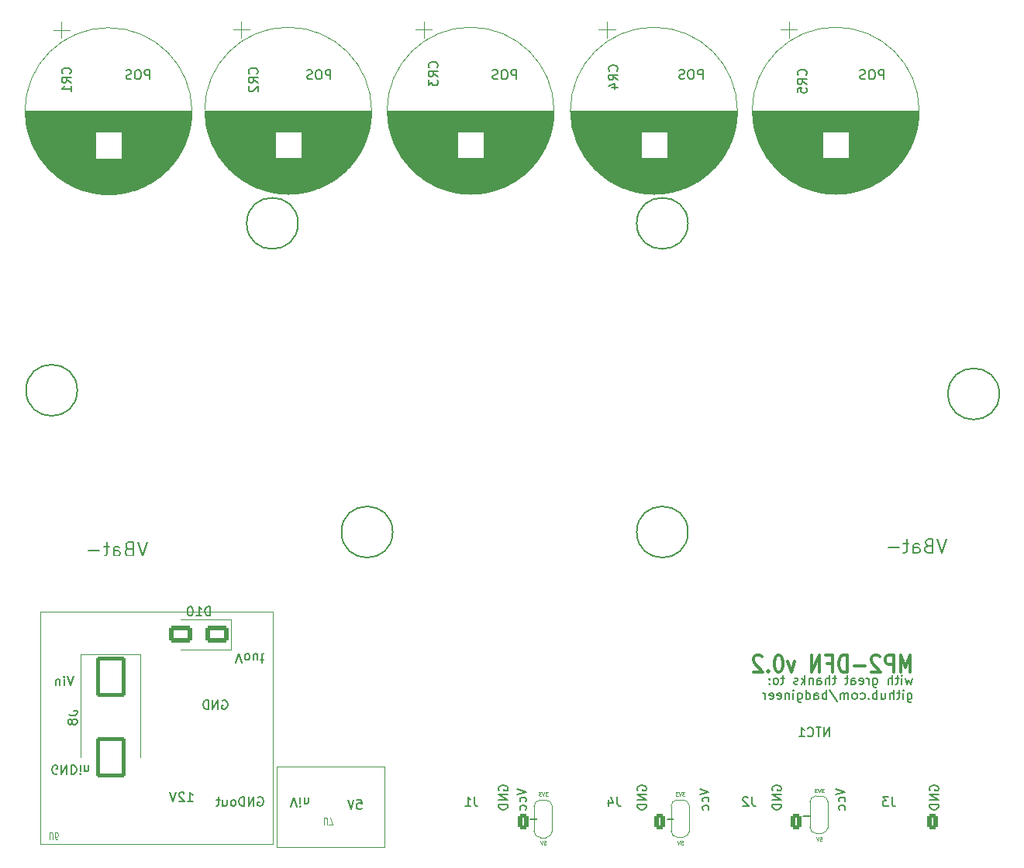
<source format=gbr>
%TF.GenerationSoftware,KiCad,Pcbnew,7.0.1-0*%
%TF.CreationDate,2023-10-26T13:37:28-04:00*%
%TF.ProjectId,MP2_DFN,4d50325f-4446-44e2-9e6b-696361645f70,rev?*%
%TF.SameCoordinates,Original*%
%TF.FileFunction,Legend,Bot*%
%TF.FilePolarity,Positive*%
%FSLAX46Y46*%
G04 Gerber Fmt 4.6, Leading zero omitted, Abs format (unit mm)*
G04 Created by KiCad (PCBNEW 7.0.1-0) date 2023-10-26 13:37:28*
%MOMM*%
%LPD*%
G01*
G04 APERTURE LIST*
G04 Aperture macros list*
%AMRoundRect*
0 Rectangle with rounded corners*
0 $1 Rounding radius*
0 $2 $3 $4 $5 $6 $7 $8 $9 X,Y pos of 4 corners*
0 Add a 4 corners polygon primitive as box body*
4,1,4,$2,$3,$4,$5,$6,$7,$8,$9,$2,$3,0*
0 Add four circle primitives for the rounded corners*
1,1,$1+$1,$2,$3*
1,1,$1+$1,$4,$5*
1,1,$1+$1,$6,$7*
1,1,$1+$1,$8,$9*
0 Add four rect primitives between the rounded corners*
20,1,$1+$1,$2,$3,$4,$5,0*
20,1,$1+$1,$4,$5,$6,$7,0*
20,1,$1+$1,$6,$7,$8,$9,0*
20,1,$1+$1,$8,$9,$2,$3,0*%
%AMFreePoly0*
4,1,21,0.540000,-0.740000,0.007966,-0.740000,0.007071,-0.737840,0.000000,-0.734911,-0.069719,-0.734911,-0.203510,-0.695626,-0.320814,-0.620239,-0.412128,-0.514857,-0.470052,-0.388020,-0.490000,-0.249286,-0.490000,0.249286,-0.470052,0.388020,-0.412128,0.514857,-0.320814,0.620239,-0.203510,0.695626,-0.069719,0.734911,0.000000,0.734911,0.007071,0.737840,0.007966,0.740000,0.540000,0.740000,
0.540000,-0.740000,0.540000,-0.740000,$1*%
%AMFreePoly1*
4,1,21,-0.007071,0.737840,0.000000,0.734911,0.069719,0.734911,0.203510,0.695626,0.320814,0.620239,0.412128,0.514857,0.470052,0.388020,0.490000,0.249286,0.490000,-0.249286,0.470052,-0.388020,0.412128,-0.514857,0.320814,-0.620239,0.203510,-0.695626,0.069719,-0.734911,0.000000,-0.734911,-0.007071,-0.737840,-0.007966,-0.740000,-0.540000,-0.740000,-0.540000,0.740000,-0.007966,0.740000,
-0.007071,0.737840,-0.007071,0.737840,$1*%
G04 Aperture macros list end*
%ADD10C,0.150000*%
%ADD11C,0.100000*%
%ADD12C,0.200000*%
%ADD13C,0.300000*%
%ADD14C,0.120000*%
%ADD15C,5.050000*%
%ADD16C,6.078332*%
%ADD17C,3.180000*%
%ADD18C,0.780000*%
%ADD19RoundRect,0.240000X0.350000X0.625000X-0.350000X0.625000X-0.350000X-0.625000X0.350000X-0.625000X0*%
%ADD20O,1.180000X1.730000*%
%ADD21C,2.980000*%
%ADD22C,1.504000*%
%ADD23C,1.380000*%
%ADD24O,1.380000X1.380000*%
%ADD25C,2.480000*%
%ADD26FreePoly0,90.000000*%
%ADD27R,1.480000X0.980000*%
%ADD28FreePoly1,90.000000*%
%ADD29RoundRect,0.240000X1.000000X0.650000X-1.000000X0.650000X-1.000000X-0.650000X1.000000X-0.650000X0*%
%ADD30R,2.380000X2.380000*%
%ADD31C,2.380000*%
%ADD32C,1.980000*%
%ADD33R,5.980000X3.980000*%
%ADD34RoundRect,0.240000X1.400000X2.000000X-1.400000X2.000000X-1.400000X-2.000000X1.400000X-2.000000X0*%
G04 APERTURE END LIST*
D10*
X78200000Y-54250000D02*
G75*
G03*
X78200000Y-54250000I-2800000J0D01*
G01*
X54100000Y-72500000D02*
G75*
G03*
X54100000Y-72500000I-2800000J0D01*
G01*
X120800000Y-54250000D02*
G75*
G03*
X120800000Y-54250000I-2800000J0D01*
G01*
X88550000Y-88000000D02*
G75*
G03*
X88550000Y-88000000I-2800000J0D01*
G01*
X154800000Y-72900000D02*
G75*
G03*
X154800000Y-72900000I-2800000J0D01*
G01*
X120800000Y-88000000D02*
G75*
G03*
X120800000Y-88000000I-2800000J0D01*
G01*
X69938095Y-106425238D02*
X70033333Y-106377619D01*
X70033333Y-106377619D02*
X70176190Y-106377619D01*
X70176190Y-106377619D02*
X70319047Y-106425238D01*
X70319047Y-106425238D02*
X70414285Y-106520476D01*
X70414285Y-106520476D02*
X70461904Y-106615714D01*
X70461904Y-106615714D02*
X70509523Y-106806190D01*
X70509523Y-106806190D02*
X70509523Y-106949047D01*
X70509523Y-106949047D02*
X70461904Y-107139523D01*
X70461904Y-107139523D02*
X70414285Y-107234761D01*
X70414285Y-107234761D02*
X70319047Y-107330000D01*
X70319047Y-107330000D02*
X70176190Y-107377619D01*
X70176190Y-107377619D02*
X70080952Y-107377619D01*
X70080952Y-107377619D02*
X69938095Y-107330000D01*
X69938095Y-107330000D02*
X69890476Y-107282380D01*
X69890476Y-107282380D02*
X69890476Y-106949047D01*
X69890476Y-106949047D02*
X70080952Y-106949047D01*
X69461904Y-107377619D02*
X69461904Y-106377619D01*
X69461904Y-106377619D02*
X68890476Y-107377619D01*
X68890476Y-107377619D02*
X68890476Y-106377619D01*
X68414285Y-107377619D02*
X68414285Y-106377619D01*
X68414285Y-106377619D02*
X68176190Y-106377619D01*
X68176190Y-106377619D02*
X68033333Y-106425238D01*
X68033333Y-106425238D02*
X67938095Y-106520476D01*
X67938095Y-106520476D02*
X67890476Y-106615714D01*
X67890476Y-106615714D02*
X67842857Y-106806190D01*
X67842857Y-106806190D02*
X67842857Y-106949047D01*
X67842857Y-106949047D02*
X67890476Y-107139523D01*
X67890476Y-107139523D02*
X67938095Y-107234761D01*
X67938095Y-107234761D02*
X68033333Y-107330000D01*
X68033333Y-107330000D02*
X68176190Y-107377619D01*
X68176190Y-107377619D02*
X68414285Y-107377619D01*
X122261904Y-45577619D02*
X122261904Y-44577619D01*
X122261904Y-44577619D02*
X121690476Y-45577619D01*
X121690476Y-45577619D02*
X121690476Y-44577619D01*
X121214285Y-45053809D02*
X120880952Y-45053809D01*
X120738095Y-45577619D02*
X121214285Y-45577619D01*
X121214285Y-45577619D02*
X121214285Y-44577619D01*
X121214285Y-44577619D02*
X120738095Y-44577619D01*
X119785714Y-44625238D02*
X119880952Y-44577619D01*
X119880952Y-44577619D02*
X120023809Y-44577619D01*
X120023809Y-44577619D02*
X120166666Y-44625238D01*
X120166666Y-44625238D02*
X120261904Y-44720476D01*
X120261904Y-44720476D02*
X120309523Y-44815714D01*
X120309523Y-44815714D02*
X120357142Y-45006190D01*
X120357142Y-45006190D02*
X120357142Y-45149047D01*
X120357142Y-45149047D02*
X120309523Y-45339523D01*
X120309523Y-45339523D02*
X120261904Y-45434761D01*
X120261904Y-45434761D02*
X120166666Y-45530000D01*
X120166666Y-45530000D02*
X120023809Y-45577619D01*
X120023809Y-45577619D02*
X119928571Y-45577619D01*
X119928571Y-45577619D02*
X119785714Y-45530000D01*
X119785714Y-45530000D02*
X119738095Y-45482380D01*
X119738095Y-45482380D02*
X119738095Y-45149047D01*
X119738095Y-45149047D02*
X119928571Y-45149047D01*
X81600704Y-45597619D02*
X81600704Y-44597619D01*
X81600704Y-44597619D02*
X81029276Y-45597619D01*
X81029276Y-45597619D02*
X81029276Y-44597619D01*
X80553085Y-45073809D02*
X80219752Y-45073809D01*
X80076895Y-45597619D02*
X80553085Y-45597619D01*
X80553085Y-45597619D02*
X80553085Y-44597619D01*
X80553085Y-44597619D02*
X80076895Y-44597619D01*
X79124514Y-44645238D02*
X79219752Y-44597619D01*
X79219752Y-44597619D02*
X79362609Y-44597619D01*
X79362609Y-44597619D02*
X79505466Y-44645238D01*
X79505466Y-44645238D02*
X79600704Y-44740476D01*
X79600704Y-44740476D02*
X79648323Y-44835714D01*
X79648323Y-44835714D02*
X79695942Y-45026190D01*
X79695942Y-45026190D02*
X79695942Y-45169047D01*
X79695942Y-45169047D02*
X79648323Y-45359523D01*
X79648323Y-45359523D02*
X79600704Y-45454761D01*
X79600704Y-45454761D02*
X79505466Y-45550000D01*
X79505466Y-45550000D02*
X79362609Y-45597619D01*
X79362609Y-45597619D02*
X79267371Y-45597619D01*
X79267371Y-45597619D02*
X79124514Y-45550000D01*
X79124514Y-45550000D02*
X79076895Y-45502380D01*
X79076895Y-45502380D02*
X79076895Y-45169047D01*
X79076895Y-45169047D02*
X79267371Y-45169047D01*
D11*
X105495237Y-116485047D02*
X105247618Y-116485047D01*
X105247618Y-116485047D02*
X105380951Y-116637428D01*
X105380951Y-116637428D02*
X105323808Y-116637428D01*
X105323808Y-116637428D02*
X105285713Y-116656476D01*
X105285713Y-116656476D02*
X105266665Y-116675523D01*
X105266665Y-116675523D02*
X105247618Y-116713619D01*
X105247618Y-116713619D02*
X105247618Y-116808857D01*
X105247618Y-116808857D02*
X105266665Y-116846952D01*
X105266665Y-116846952D02*
X105285713Y-116866000D01*
X105285713Y-116866000D02*
X105323808Y-116885047D01*
X105323808Y-116885047D02*
X105438094Y-116885047D01*
X105438094Y-116885047D02*
X105476189Y-116866000D01*
X105476189Y-116866000D02*
X105495237Y-116846952D01*
X105133332Y-116485047D02*
X104999999Y-116885047D01*
X104999999Y-116885047D02*
X104866666Y-116485047D01*
X104771428Y-116485047D02*
X104523809Y-116485047D01*
X104523809Y-116485047D02*
X104657142Y-116637428D01*
X104657142Y-116637428D02*
X104599999Y-116637428D01*
X104599999Y-116637428D02*
X104561904Y-116656476D01*
X104561904Y-116656476D02*
X104542856Y-116675523D01*
X104542856Y-116675523D02*
X104523809Y-116713619D01*
X104523809Y-116713619D02*
X104523809Y-116808857D01*
X104523809Y-116808857D02*
X104542856Y-116846952D01*
X104542856Y-116846952D02*
X104561904Y-116866000D01*
X104561904Y-116866000D02*
X104599999Y-116885047D01*
X104599999Y-116885047D02*
X104714285Y-116885047D01*
X104714285Y-116885047D02*
X104752380Y-116866000D01*
X104752380Y-116866000D02*
X104771428Y-116846952D01*
D10*
X101869904Y-45597619D02*
X101869904Y-44597619D01*
X101869904Y-44597619D02*
X101298476Y-45597619D01*
X101298476Y-45597619D02*
X101298476Y-44597619D01*
X100822285Y-45073809D02*
X100488952Y-45073809D01*
X100346095Y-45597619D02*
X100822285Y-45597619D01*
X100822285Y-45597619D02*
X100822285Y-44597619D01*
X100822285Y-44597619D02*
X100346095Y-44597619D01*
X99393714Y-44645238D02*
X99488952Y-44597619D01*
X99488952Y-44597619D02*
X99631809Y-44597619D01*
X99631809Y-44597619D02*
X99774666Y-44645238D01*
X99774666Y-44645238D02*
X99869904Y-44740476D01*
X99869904Y-44740476D02*
X99917523Y-44835714D01*
X99917523Y-44835714D02*
X99965142Y-45026190D01*
X99965142Y-45026190D02*
X99965142Y-45169047D01*
X99965142Y-45169047D02*
X99917523Y-45359523D01*
X99917523Y-45359523D02*
X99869904Y-45454761D01*
X99869904Y-45454761D02*
X99774666Y-45550000D01*
X99774666Y-45550000D02*
X99631809Y-45597619D01*
X99631809Y-45597619D02*
X99536571Y-45597619D01*
X99536571Y-45597619D02*
X99393714Y-45550000D01*
X99393714Y-45550000D02*
X99346095Y-45502380D01*
X99346095Y-45502380D02*
X99346095Y-45169047D01*
X99346095Y-45169047D02*
X99536571Y-45169047D01*
X61991904Y-38485619D02*
X61991904Y-37485619D01*
X61991904Y-37485619D02*
X61610952Y-37485619D01*
X61610952Y-37485619D02*
X61515714Y-37533238D01*
X61515714Y-37533238D02*
X61468095Y-37580857D01*
X61468095Y-37580857D02*
X61420476Y-37676095D01*
X61420476Y-37676095D02*
X61420476Y-37818952D01*
X61420476Y-37818952D02*
X61468095Y-37914190D01*
X61468095Y-37914190D02*
X61515714Y-37961809D01*
X61515714Y-37961809D02*
X61610952Y-38009428D01*
X61610952Y-38009428D02*
X61991904Y-38009428D01*
X60801428Y-37485619D02*
X60610952Y-37485619D01*
X60610952Y-37485619D02*
X60515714Y-37533238D01*
X60515714Y-37533238D02*
X60420476Y-37628476D01*
X60420476Y-37628476D02*
X60372857Y-37818952D01*
X60372857Y-37818952D02*
X60372857Y-38152285D01*
X60372857Y-38152285D02*
X60420476Y-38342761D01*
X60420476Y-38342761D02*
X60515714Y-38438000D01*
X60515714Y-38438000D02*
X60610952Y-38485619D01*
X60610952Y-38485619D02*
X60801428Y-38485619D01*
X60801428Y-38485619D02*
X60896666Y-38438000D01*
X60896666Y-38438000D02*
X60991904Y-38342761D01*
X60991904Y-38342761D02*
X61039523Y-38152285D01*
X61039523Y-38152285D02*
X61039523Y-37818952D01*
X61039523Y-37818952D02*
X60991904Y-37628476D01*
X60991904Y-37628476D02*
X60896666Y-37533238D01*
X60896666Y-37533238D02*
X60801428Y-37485619D01*
X59991904Y-38438000D02*
X59849047Y-38485619D01*
X59849047Y-38485619D02*
X59610952Y-38485619D01*
X59610952Y-38485619D02*
X59515714Y-38438000D01*
X59515714Y-38438000D02*
X59468095Y-38390380D01*
X59468095Y-38390380D02*
X59420476Y-38295142D01*
X59420476Y-38295142D02*
X59420476Y-38199904D01*
X59420476Y-38199904D02*
X59468095Y-38104666D01*
X59468095Y-38104666D02*
X59515714Y-38057047D01*
X59515714Y-38057047D02*
X59610952Y-38009428D01*
X59610952Y-38009428D02*
X59801428Y-37961809D01*
X59801428Y-37961809D02*
X59896666Y-37914190D01*
X59896666Y-37914190D02*
X59944285Y-37866571D01*
X59944285Y-37866571D02*
X59991904Y-37771333D01*
X59991904Y-37771333D02*
X59991904Y-37676095D01*
X59991904Y-37676095D02*
X59944285Y-37580857D01*
X59944285Y-37580857D02*
X59896666Y-37533238D01*
X59896666Y-37533238D02*
X59801428Y-37485619D01*
X59801428Y-37485619D02*
X59563333Y-37485619D01*
X59563333Y-37485619D02*
X59420476Y-37533238D01*
X115308038Y-116261904D02*
X115260419Y-116166666D01*
X115260419Y-116166666D02*
X115260419Y-116023809D01*
X115260419Y-116023809D02*
X115308038Y-115880952D01*
X115308038Y-115880952D02*
X115403276Y-115785714D01*
X115403276Y-115785714D02*
X115498514Y-115738095D01*
X115498514Y-115738095D02*
X115688990Y-115690476D01*
X115688990Y-115690476D02*
X115831847Y-115690476D01*
X115831847Y-115690476D02*
X116022323Y-115738095D01*
X116022323Y-115738095D02*
X116117561Y-115785714D01*
X116117561Y-115785714D02*
X116212800Y-115880952D01*
X116212800Y-115880952D02*
X116260419Y-116023809D01*
X116260419Y-116023809D02*
X116260419Y-116119047D01*
X116260419Y-116119047D02*
X116212800Y-116261904D01*
X116212800Y-116261904D02*
X116165180Y-116309523D01*
X116165180Y-116309523D02*
X115831847Y-116309523D01*
X115831847Y-116309523D02*
X115831847Y-116119047D01*
X116260419Y-116738095D02*
X115260419Y-116738095D01*
X115260419Y-116738095D02*
X116260419Y-117309523D01*
X116260419Y-117309523D02*
X115260419Y-117309523D01*
X116260419Y-117785714D02*
X115260419Y-117785714D01*
X115260419Y-117785714D02*
X115260419Y-118023809D01*
X115260419Y-118023809D02*
X115308038Y-118166666D01*
X115308038Y-118166666D02*
X115403276Y-118261904D01*
X115403276Y-118261904D02*
X115498514Y-118309523D01*
X115498514Y-118309523D02*
X115688990Y-118357142D01*
X115688990Y-118357142D02*
X115831847Y-118357142D01*
X115831847Y-118357142D02*
X116022323Y-118309523D01*
X116022323Y-118309523D02*
X116117561Y-118261904D01*
X116117561Y-118261904D02*
X116212800Y-118166666D01*
X116212800Y-118166666D02*
X116260419Y-118023809D01*
X116260419Y-118023809D02*
X116260419Y-117785714D01*
X104355951Y-119431666D02*
X103594047Y-119431666D01*
X136952019Y-116071428D02*
X137952019Y-116404761D01*
X137952019Y-116404761D02*
X136952019Y-116738094D01*
X137904400Y-117499999D02*
X137952019Y-117404761D01*
X137952019Y-117404761D02*
X137952019Y-117214285D01*
X137952019Y-117214285D02*
X137904400Y-117119047D01*
X137904400Y-117119047D02*
X137856780Y-117071428D01*
X137856780Y-117071428D02*
X137761542Y-117023809D01*
X137761542Y-117023809D02*
X137475828Y-117023809D01*
X137475828Y-117023809D02*
X137380590Y-117071428D01*
X137380590Y-117071428D02*
X137332971Y-117119047D01*
X137332971Y-117119047D02*
X137285352Y-117214285D01*
X137285352Y-117214285D02*
X137285352Y-117404761D01*
X137285352Y-117404761D02*
X137332971Y-117499999D01*
X137904400Y-118357142D02*
X137952019Y-118261904D01*
X137952019Y-118261904D02*
X137952019Y-118071428D01*
X137952019Y-118071428D02*
X137904400Y-117976190D01*
X137904400Y-117976190D02*
X137856780Y-117928571D01*
X137856780Y-117928571D02*
X137761542Y-117880952D01*
X137761542Y-117880952D02*
X137475828Y-117880952D01*
X137475828Y-117880952D02*
X137380590Y-117928571D01*
X137380590Y-117928571D02*
X137332971Y-117976190D01*
X137332971Y-117976190D02*
X137285352Y-118071428D01*
X137285352Y-118071428D02*
X137285352Y-118261904D01*
X137285352Y-118261904D02*
X137332971Y-118357142D01*
X122067619Y-116071428D02*
X123067619Y-116404761D01*
X123067619Y-116404761D02*
X122067619Y-116738094D01*
X123020000Y-117499999D02*
X123067619Y-117404761D01*
X123067619Y-117404761D02*
X123067619Y-117214285D01*
X123067619Y-117214285D02*
X123020000Y-117119047D01*
X123020000Y-117119047D02*
X122972380Y-117071428D01*
X122972380Y-117071428D02*
X122877142Y-117023809D01*
X122877142Y-117023809D02*
X122591428Y-117023809D01*
X122591428Y-117023809D02*
X122496190Y-117071428D01*
X122496190Y-117071428D02*
X122448571Y-117119047D01*
X122448571Y-117119047D02*
X122400952Y-117214285D01*
X122400952Y-117214285D02*
X122400952Y-117404761D01*
X122400952Y-117404761D02*
X122448571Y-117499999D01*
X123020000Y-118357142D02*
X123067619Y-118261904D01*
X123067619Y-118261904D02*
X123067619Y-118071428D01*
X123067619Y-118071428D02*
X123020000Y-117976190D01*
X123020000Y-117976190D02*
X122972380Y-117928571D01*
X122972380Y-117928571D02*
X122877142Y-117880952D01*
X122877142Y-117880952D02*
X122591428Y-117880952D01*
X122591428Y-117880952D02*
X122496190Y-117928571D01*
X122496190Y-117928571D02*
X122448571Y-117976190D01*
X122448571Y-117976190D02*
X122400952Y-118071428D01*
X122400952Y-118071428D02*
X122400952Y-118261904D01*
X122400952Y-118261904D02*
X122448571Y-118357142D01*
X142154304Y-38485619D02*
X142154304Y-37485619D01*
X142154304Y-37485619D02*
X141773352Y-37485619D01*
X141773352Y-37485619D02*
X141678114Y-37533238D01*
X141678114Y-37533238D02*
X141630495Y-37580857D01*
X141630495Y-37580857D02*
X141582876Y-37676095D01*
X141582876Y-37676095D02*
X141582876Y-37818952D01*
X141582876Y-37818952D02*
X141630495Y-37914190D01*
X141630495Y-37914190D02*
X141678114Y-37961809D01*
X141678114Y-37961809D02*
X141773352Y-38009428D01*
X141773352Y-38009428D02*
X142154304Y-38009428D01*
X140963828Y-37485619D02*
X140773352Y-37485619D01*
X140773352Y-37485619D02*
X140678114Y-37533238D01*
X140678114Y-37533238D02*
X140582876Y-37628476D01*
X140582876Y-37628476D02*
X140535257Y-37818952D01*
X140535257Y-37818952D02*
X140535257Y-38152285D01*
X140535257Y-38152285D02*
X140582876Y-38342761D01*
X140582876Y-38342761D02*
X140678114Y-38438000D01*
X140678114Y-38438000D02*
X140773352Y-38485619D01*
X140773352Y-38485619D02*
X140963828Y-38485619D01*
X140963828Y-38485619D02*
X141059066Y-38438000D01*
X141059066Y-38438000D02*
X141154304Y-38342761D01*
X141154304Y-38342761D02*
X141201923Y-38152285D01*
X141201923Y-38152285D02*
X141201923Y-37818952D01*
X141201923Y-37818952D02*
X141154304Y-37628476D01*
X141154304Y-37628476D02*
X141059066Y-37533238D01*
X141059066Y-37533238D02*
X140963828Y-37485619D01*
X140154304Y-38438000D02*
X140011447Y-38485619D01*
X140011447Y-38485619D02*
X139773352Y-38485619D01*
X139773352Y-38485619D02*
X139678114Y-38438000D01*
X139678114Y-38438000D02*
X139630495Y-38390380D01*
X139630495Y-38390380D02*
X139582876Y-38295142D01*
X139582876Y-38295142D02*
X139582876Y-38199904D01*
X139582876Y-38199904D02*
X139630495Y-38104666D01*
X139630495Y-38104666D02*
X139678114Y-38057047D01*
X139678114Y-38057047D02*
X139773352Y-38009428D01*
X139773352Y-38009428D02*
X139963828Y-37961809D01*
X139963828Y-37961809D02*
X140059066Y-37914190D01*
X140059066Y-37914190D02*
X140106685Y-37866571D01*
X140106685Y-37866571D02*
X140154304Y-37771333D01*
X140154304Y-37771333D02*
X140154304Y-37676095D01*
X140154304Y-37676095D02*
X140106685Y-37580857D01*
X140106685Y-37580857D02*
X140059066Y-37533238D01*
X140059066Y-37533238D02*
X139963828Y-37485619D01*
X139963828Y-37485619D02*
X139725733Y-37485619D01*
X139725733Y-37485619D02*
X139582876Y-37533238D01*
D12*
X61705713Y-89109928D02*
X61205713Y-90609928D01*
X61205713Y-90609928D02*
X60705713Y-89109928D01*
X59705714Y-89824214D02*
X59491428Y-89895642D01*
X59491428Y-89895642D02*
X59419999Y-89967071D01*
X59419999Y-89967071D02*
X59348571Y-90109928D01*
X59348571Y-90109928D02*
X59348571Y-90324214D01*
X59348571Y-90324214D02*
X59419999Y-90467071D01*
X59419999Y-90467071D02*
X59491428Y-90538500D01*
X59491428Y-90538500D02*
X59634285Y-90609928D01*
X59634285Y-90609928D02*
X60205714Y-90609928D01*
X60205714Y-90609928D02*
X60205714Y-89109928D01*
X60205714Y-89109928D02*
X59705714Y-89109928D01*
X59705714Y-89109928D02*
X59562857Y-89181357D01*
X59562857Y-89181357D02*
X59491428Y-89252785D01*
X59491428Y-89252785D02*
X59419999Y-89395642D01*
X59419999Y-89395642D02*
X59419999Y-89538500D01*
X59419999Y-89538500D02*
X59491428Y-89681357D01*
X59491428Y-89681357D02*
X59562857Y-89752785D01*
X59562857Y-89752785D02*
X59705714Y-89824214D01*
X59705714Y-89824214D02*
X60205714Y-89824214D01*
X58062857Y-90609928D02*
X58062857Y-89824214D01*
X58062857Y-89824214D02*
X58134285Y-89681357D01*
X58134285Y-89681357D02*
X58277142Y-89609928D01*
X58277142Y-89609928D02*
X58562857Y-89609928D01*
X58562857Y-89609928D02*
X58705714Y-89681357D01*
X58062857Y-90538500D02*
X58205714Y-90609928D01*
X58205714Y-90609928D02*
X58562857Y-90609928D01*
X58562857Y-90609928D02*
X58705714Y-90538500D01*
X58705714Y-90538500D02*
X58777142Y-90395642D01*
X58777142Y-90395642D02*
X58777142Y-90252785D01*
X58777142Y-90252785D02*
X58705714Y-90109928D01*
X58705714Y-90109928D02*
X58562857Y-90038500D01*
X58562857Y-90038500D02*
X58205714Y-90038500D01*
X58205714Y-90038500D02*
X58062857Y-89967071D01*
X57562856Y-89609928D02*
X56991428Y-89609928D01*
X57348571Y-89109928D02*
X57348571Y-90395642D01*
X57348571Y-90395642D02*
X57277142Y-90538500D01*
X57277142Y-90538500D02*
X57134285Y-90609928D01*
X57134285Y-90609928D02*
X56991428Y-90609928D01*
X56491428Y-90038500D02*
X55348571Y-90038500D01*
D10*
X102103219Y-116071428D02*
X103103219Y-116404761D01*
X103103219Y-116404761D02*
X102103219Y-116738094D01*
X103055600Y-117499999D02*
X103103219Y-117404761D01*
X103103219Y-117404761D02*
X103103219Y-117214285D01*
X103103219Y-117214285D02*
X103055600Y-117119047D01*
X103055600Y-117119047D02*
X103007980Y-117071428D01*
X103007980Y-117071428D02*
X102912742Y-117023809D01*
X102912742Y-117023809D02*
X102627028Y-117023809D01*
X102627028Y-117023809D02*
X102531790Y-117071428D01*
X102531790Y-117071428D02*
X102484171Y-117119047D01*
X102484171Y-117119047D02*
X102436552Y-117214285D01*
X102436552Y-117214285D02*
X102436552Y-117404761D01*
X102436552Y-117404761D02*
X102484171Y-117499999D01*
X103055600Y-118357142D02*
X103103219Y-118261904D01*
X103103219Y-118261904D02*
X103103219Y-118071428D01*
X103103219Y-118071428D02*
X103055600Y-117976190D01*
X103055600Y-117976190D02*
X103007980Y-117928571D01*
X103007980Y-117928571D02*
X102912742Y-117880952D01*
X102912742Y-117880952D02*
X102627028Y-117880952D01*
X102627028Y-117880952D02*
X102531790Y-117928571D01*
X102531790Y-117928571D02*
X102484171Y-117976190D01*
X102484171Y-117976190D02*
X102436552Y-118071428D01*
X102436552Y-118071428D02*
X102436552Y-118261904D01*
X102436552Y-118261904D02*
X102484171Y-118357142D01*
D11*
X105076189Y-121785047D02*
X105266665Y-121785047D01*
X105266665Y-121785047D02*
X105285713Y-121975523D01*
X105285713Y-121975523D02*
X105266665Y-121956476D01*
X105266665Y-121956476D02*
X105228570Y-121937428D01*
X105228570Y-121937428D02*
X105133332Y-121937428D01*
X105133332Y-121937428D02*
X105095237Y-121956476D01*
X105095237Y-121956476D02*
X105076189Y-121975523D01*
X105076189Y-121975523D02*
X105057142Y-122013619D01*
X105057142Y-122013619D02*
X105057142Y-122108857D01*
X105057142Y-122108857D02*
X105076189Y-122146952D01*
X105076189Y-122146952D02*
X105095237Y-122166000D01*
X105095237Y-122166000D02*
X105133332Y-122185047D01*
X105133332Y-122185047D02*
X105228570Y-122185047D01*
X105228570Y-122185047D02*
X105266665Y-122166000D01*
X105266665Y-122166000D02*
X105285713Y-122146952D01*
X104942856Y-121785047D02*
X104809523Y-122185047D01*
X104809523Y-122185047D02*
X104676190Y-121785047D01*
D10*
X145307142Y-103985952D02*
X145116666Y-104652619D01*
X145116666Y-104652619D02*
X144926190Y-104176428D01*
X144926190Y-104176428D02*
X144735714Y-104652619D01*
X144735714Y-104652619D02*
X144545238Y-103985952D01*
X144164285Y-104652619D02*
X144164285Y-103985952D01*
X144164285Y-103652619D02*
X144211904Y-103700238D01*
X144211904Y-103700238D02*
X144164285Y-103747857D01*
X144164285Y-103747857D02*
X144116666Y-103700238D01*
X144116666Y-103700238D02*
X144164285Y-103652619D01*
X144164285Y-103652619D02*
X144164285Y-103747857D01*
X143830952Y-103985952D02*
X143450000Y-103985952D01*
X143688095Y-103652619D02*
X143688095Y-104509761D01*
X143688095Y-104509761D02*
X143640476Y-104605000D01*
X143640476Y-104605000D02*
X143545238Y-104652619D01*
X143545238Y-104652619D02*
X143450000Y-104652619D01*
X143116666Y-104652619D02*
X143116666Y-103652619D01*
X142688095Y-104652619D02*
X142688095Y-104128809D01*
X142688095Y-104128809D02*
X142735714Y-104033571D01*
X142735714Y-104033571D02*
X142830952Y-103985952D01*
X142830952Y-103985952D02*
X142973809Y-103985952D01*
X142973809Y-103985952D02*
X143069047Y-104033571D01*
X143069047Y-104033571D02*
X143116666Y-104081190D01*
X141021428Y-103985952D02*
X141021428Y-104795476D01*
X141021428Y-104795476D02*
X141069047Y-104890714D01*
X141069047Y-104890714D02*
X141116666Y-104938333D01*
X141116666Y-104938333D02*
X141211904Y-104985952D01*
X141211904Y-104985952D02*
X141354761Y-104985952D01*
X141354761Y-104985952D02*
X141449999Y-104938333D01*
X141021428Y-104605000D02*
X141116666Y-104652619D01*
X141116666Y-104652619D02*
X141307142Y-104652619D01*
X141307142Y-104652619D02*
X141402380Y-104605000D01*
X141402380Y-104605000D02*
X141449999Y-104557380D01*
X141449999Y-104557380D02*
X141497618Y-104462142D01*
X141497618Y-104462142D02*
X141497618Y-104176428D01*
X141497618Y-104176428D02*
X141449999Y-104081190D01*
X141449999Y-104081190D02*
X141402380Y-104033571D01*
X141402380Y-104033571D02*
X141307142Y-103985952D01*
X141307142Y-103985952D02*
X141116666Y-103985952D01*
X141116666Y-103985952D02*
X141021428Y-104033571D01*
X140545237Y-104652619D02*
X140545237Y-103985952D01*
X140545237Y-104176428D02*
X140497618Y-104081190D01*
X140497618Y-104081190D02*
X140449999Y-104033571D01*
X140449999Y-104033571D02*
X140354761Y-103985952D01*
X140354761Y-103985952D02*
X140259523Y-103985952D01*
X139545237Y-104605000D02*
X139640475Y-104652619D01*
X139640475Y-104652619D02*
X139830951Y-104652619D01*
X139830951Y-104652619D02*
X139926189Y-104605000D01*
X139926189Y-104605000D02*
X139973808Y-104509761D01*
X139973808Y-104509761D02*
X139973808Y-104128809D01*
X139973808Y-104128809D02*
X139926189Y-104033571D01*
X139926189Y-104033571D02*
X139830951Y-103985952D01*
X139830951Y-103985952D02*
X139640475Y-103985952D01*
X139640475Y-103985952D02*
X139545237Y-104033571D01*
X139545237Y-104033571D02*
X139497618Y-104128809D01*
X139497618Y-104128809D02*
X139497618Y-104224047D01*
X139497618Y-104224047D02*
X139973808Y-104319285D01*
X138640475Y-104652619D02*
X138640475Y-104128809D01*
X138640475Y-104128809D02*
X138688094Y-104033571D01*
X138688094Y-104033571D02*
X138783332Y-103985952D01*
X138783332Y-103985952D02*
X138973808Y-103985952D01*
X138973808Y-103985952D02*
X139069046Y-104033571D01*
X138640475Y-104605000D02*
X138735713Y-104652619D01*
X138735713Y-104652619D02*
X138973808Y-104652619D01*
X138973808Y-104652619D02*
X139069046Y-104605000D01*
X139069046Y-104605000D02*
X139116665Y-104509761D01*
X139116665Y-104509761D02*
X139116665Y-104414523D01*
X139116665Y-104414523D02*
X139069046Y-104319285D01*
X139069046Y-104319285D02*
X138973808Y-104271666D01*
X138973808Y-104271666D02*
X138735713Y-104271666D01*
X138735713Y-104271666D02*
X138640475Y-104224047D01*
X138307141Y-103985952D02*
X137926189Y-103985952D01*
X138164284Y-103652619D02*
X138164284Y-104509761D01*
X138164284Y-104509761D02*
X138116665Y-104605000D01*
X138116665Y-104605000D02*
X138021427Y-104652619D01*
X138021427Y-104652619D02*
X137926189Y-104652619D01*
X136973807Y-103985952D02*
X136592855Y-103985952D01*
X136830950Y-103652619D02*
X136830950Y-104509761D01*
X136830950Y-104509761D02*
X136783331Y-104605000D01*
X136783331Y-104605000D02*
X136688093Y-104652619D01*
X136688093Y-104652619D02*
X136592855Y-104652619D01*
X136259521Y-104652619D02*
X136259521Y-103652619D01*
X135830950Y-104652619D02*
X135830950Y-104128809D01*
X135830950Y-104128809D02*
X135878569Y-104033571D01*
X135878569Y-104033571D02*
X135973807Y-103985952D01*
X135973807Y-103985952D02*
X136116664Y-103985952D01*
X136116664Y-103985952D02*
X136211902Y-104033571D01*
X136211902Y-104033571D02*
X136259521Y-104081190D01*
X134926188Y-104652619D02*
X134926188Y-104128809D01*
X134926188Y-104128809D02*
X134973807Y-104033571D01*
X134973807Y-104033571D02*
X135069045Y-103985952D01*
X135069045Y-103985952D02*
X135259521Y-103985952D01*
X135259521Y-103985952D02*
X135354759Y-104033571D01*
X134926188Y-104605000D02*
X135021426Y-104652619D01*
X135021426Y-104652619D02*
X135259521Y-104652619D01*
X135259521Y-104652619D02*
X135354759Y-104605000D01*
X135354759Y-104605000D02*
X135402378Y-104509761D01*
X135402378Y-104509761D02*
X135402378Y-104414523D01*
X135402378Y-104414523D02*
X135354759Y-104319285D01*
X135354759Y-104319285D02*
X135259521Y-104271666D01*
X135259521Y-104271666D02*
X135021426Y-104271666D01*
X135021426Y-104271666D02*
X134926188Y-104224047D01*
X134449997Y-103985952D02*
X134449997Y-104652619D01*
X134449997Y-104081190D02*
X134402378Y-104033571D01*
X134402378Y-104033571D02*
X134307140Y-103985952D01*
X134307140Y-103985952D02*
X134164283Y-103985952D01*
X134164283Y-103985952D02*
X134069045Y-104033571D01*
X134069045Y-104033571D02*
X134021426Y-104128809D01*
X134021426Y-104128809D02*
X134021426Y-104652619D01*
X133545235Y-104652619D02*
X133545235Y-103652619D01*
X133449997Y-104271666D02*
X133164283Y-104652619D01*
X133164283Y-103985952D02*
X133545235Y-104366904D01*
X132783330Y-104605000D02*
X132688092Y-104652619D01*
X132688092Y-104652619D02*
X132497616Y-104652619D01*
X132497616Y-104652619D02*
X132402378Y-104605000D01*
X132402378Y-104605000D02*
X132354759Y-104509761D01*
X132354759Y-104509761D02*
X132354759Y-104462142D01*
X132354759Y-104462142D02*
X132402378Y-104366904D01*
X132402378Y-104366904D02*
X132497616Y-104319285D01*
X132497616Y-104319285D02*
X132640473Y-104319285D01*
X132640473Y-104319285D02*
X132735711Y-104271666D01*
X132735711Y-104271666D02*
X132783330Y-104176428D01*
X132783330Y-104176428D02*
X132783330Y-104128809D01*
X132783330Y-104128809D02*
X132735711Y-104033571D01*
X132735711Y-104033571D02*
X132640473Y-103985952D01*
X132640473Y-103985952D02*
X132497616Y-103985952D01*
X132497616Y-103985952D02*
X132402378Y-104033571D01*
X131307139Y-103985952D02*
X130926187Y-103985952D01*
X131164282Y-103652619D02*
X131164282Y-104509761D01*
X131164282Y-104509761D02*
X131116663Y-104605000D01*
X131116663Y-104605000D02*
X131021425Y-104652619D01*
X131021425Y-104652619D02*
X130926187Y-104652619D01*
X130449996Y-104652619D02*
X130545234Y-104605000D01*
X130545234Y-104605000D02*
X130592853Y-104557380D01*
X130592853Y-104557380D02*
X130640472Y-104462142D01*
X130640472Y-104462142D02*
X130640472Y-104176428D01*
X130640472Y-104176428D02*
X130592853Y-104081190D01*
X130592853Y-104081190D02*
X130545234Y-104033571D01*
X130545234Y-104033571D02*
X130449996Y-103985952D01*
X130449996Y-103985952D02*
X130307139Y-103985952D01*
X130307139Y-103985952D02*
X130211901Y-104033571D01*
X130211901Y-104033571D02*
X130164282Y-104081190D01*
X130164282Y-104081190D02*
X130116663Y-104176428D01*
X130116663Y-104176428D02*
X130116663Y-104462142D01*
X130116663Y-104462142D02*
X130164282Y-104557380D01*
X130164282Y-104557380D02*
X130211901Y-104605000D01*
X130211901Y-104605000D02*
X130307139Y-104652619D01*
X130307139Y-104652619D02*
X130449996Y-104652619D01*
X129688091Y-104557380D02*
X129640472Y-104605000D01*
X129640472Y-104605000D02*
X129688091Y-104652619D01*
X129688091Y-104652619D02*
X129735710Y-104605000D01*
X129735710Y-104605000D02*
X129688091Y-104557380D01*
X129688091Y-104557380D02*
X129688091Y-104652619D01*
X129688091Y-104033571D02*
X129640472Y-104081190D01*
X129640472Y-104081190D02*
X129688091Y-104128809D01*
X129688091Y-104128809D02*
X129735710Y-104081190D01*
X129735710Y-104081190D02*
X129688091Y-104033571D01*
X129688091Y-104033571D02*
X129688091Y-104128809D01*
X144783333Y-105605952D02*
X144783333Y-106415476D01*
X144783333Y-106415476D02*
X144830952Y-106510714D01*
X144830952Y-106510714D02*
X144878571Y-106558333D01*
X144878571Y-106558333D02*
X144973809Y-106605952D01*
X144973809Y-106605952D02*
X145116666Y-106605952D01*
X145116666Y-106605952D02*
X145211904Y-106558333D01*
X144783333Y-106225000D02*
X144878571Y-106272619D01*
X144878571Y-106272619D02*
X145069047Y-106272619D01*
X145069047Y-106272619D02*
X145164285Y-106225000D01*
X145164285Y-106225000D02*
X145211904Y-106177380D01*
X145211904Y-106177380D02*
X145259523Y-106082142D01*
X145259523Y-106082142D02*
X145259523Y-105796428D01*
X145259523Y-105796428D02*
X145211904Y-105701190D01*
X145211904Y-105701190D02*
X145164285Y-105653571D01*
X145164285Y-105653571D02*
X145069047Y-105605952D01*
X145069047Y-105605952D02*
X144878571Y-105605952D01*
X144878571Y-105605952D02*
X144783333Y-105653571D01*
X144307142Y-106272619D02*
X144307142Y-105605952D01*
X144307142Y-105272619D02*
X144354761Y-105320238D01*
X144354761Y-105320238D02*
X144307142Y-105367857D01*
X144307142Y-105367857D02*
X144259523Y-105320238D01*
X144259523Y-105320238D02*
X144307142Y-105272619D01*
X144307142Y-105272619D02*
X144307142Y-105367857D01*
X143973809Y-105605952D02*
X143592857Y-105605952D01*
X143830952Y-105272619D02*
X143830952Y-106129761D01*
X143830952Y-106129761D02*
X143783333Y-106225000D01*
X143783333Y-106225000D02*
X143688095Y-106272619D01*
X143688095Y-106272619D02*
X143592857Y-106272619D01*
X143259523Y-106272619D02*
X143259523Y-105272619D01*
X142830952Y-106272619D02*
X142830952Y-105748809D01*
X142830952Y-105748809D02*
X142878571Y-105653571D01*
X142878571Y-105653571D02*
X142973809Y-105605952D01*
X142973809Y-105605952D02*
X143116666Y-105605952D01*
X143116666Y-105605952D02*
X143211904Y-105653571D01*
X143211904Y-105653571D02*
X143259523Y-105701190D01*
X141926190Y-105605952D02*
X141926190Y-106272619D01*
X142354761Y-105605952D02*
X142354761Y-106129761D01*
X142354761Y-106129761D02*
X142307142Y-106225000D01*
X142307142Y-106225000D02*
X142211904Y-106272619D01*
X142211904Y-106272619D02*
X142069047Y-106272619D01*
X142069047Y-106272619D02*
X141973809Y-106225000D01*
X141973809Y-106225000D02*
X141926190Y-106177380D01*
X141449999Y-106272619D02*
X141449999Y-105272619D01*
X141449999Y-105653571D02*
X141354761Y-105605952D01*
X141354761Y-105605952D02*
X141164285Y-105605952D01*
X141164285Y-105605952D02*
X141069047Y-105653571D01*
X141069047Y-105653571D02*
X141021428Y-105701190D01*
X141021428Y-105701190D02*
X140973809Y-105796428D01*
X140973809Y-105796428D02*
X140973809Y-106082142D01*
X140973809Y-106082142D02*
X141021428Y-106177380D01*
X141021428Y-106177380D02*
X141069047Y-106225000D01*
X141069047Y-106225000D02*
X141164285Y-106272619D01*
X141164285Y-106272619D02*
X141354761Y-106272619D01*
X141354761Y-106272619D02*
X141449999Y-106225000D01*
X140545237Y-106177380D02*
X140497618Y-106225000D01*
X140497618Y-106225000D02*
X140545237Y-106272619D01*
X140545237Y-106272619D02*
X140592856Y-106225000D01*
X140592856Y-106225000D02*
X140545237Y-106177380D01*
X140545237Y-106177380D02*
X140545237Y-106272619D01*
X139640476Y-106225000D02*
X139735714Y-106272619D01*
X139735714Y-106272619D02*
X139926190Y-106272619D01*
X139926190Y-106272619D02*
X140021428Y-106225000D01*
X140021428Y-106225000D02*
X140069047Y-106177380D01*
X140069047Y-106177380D02*
X140116666Y-106082142D01*
X140116666Y-106082142D02*
X140116666Y-105796428D01*
X140116666Y-105796428D02*
X140069047Y-105701190D01*
X140069047Y-105701190D02*
X140021428Y-105653571D01*
X140021428Y-105653571D02*
X139926190Y-105605952D01*
X139926190Y-105605952D02*
X139735714Y-105605952D01*
X139735714Y-105605952D02*
X139640476Y-105653571D01*
X139069047Y-106272619D02*
X139164285Y-106225000D01*
X139164285Y-106225000D02*
X139211904Y-106177380D01*
X139211904Y-106177380D02*
X139259523Y-106082142D01*
X139259523Y-106082142D02*
X139259523Y-105796428D01*
X139259523Y-105796428D02*
X139211904Y-105701190D01*
X139211904Y-105701190D02*
X139164285Y-105653571D01*
X139164285Y-105653571D02*
X139069047Y-105605952D01*
X139069047Y-105605952D02*
X138926190Y-105605952D01*
X138926190Y-105605952D02*
X138830952Y-105653571D01*
X138830952Y-105653571D02*
X138783333Y-105701190D01*
X138783333Y-105701190D02*
X138735714Y-105796428D01*
X138735714Y-105796428D02*
X138735714Y-106082142D01*
X138735714Y-106082142D02*
X138783333Y-106177380D01*
X138783333Y-106177380D02*
X138830952Y-106225000D01*
X138830952Y-106225000D02*
X138926190Y-106272619D01*
X138926190Y-106272619D02*
X139069047Y-106272619D01*
X138307142Y-106272619D02*
X138307142Y-105605952D01*
X138307142Y-105701190D02*
X138259523Y-105653571D01*
X138259523Y-105653571D02*
X138164285Y-105605952D01*
X138164285Y-105605952D02*
X138021428Y-105605952D01*
X138021428Y-105605952D02*
X137926190Y-105653571D01*
X137926190Y-105653571D02*
X137878571Y-105748809D01*
X137878571Y-105748809D02*
X137878571Y-106272619D01*
X137878571Y-105748809D02*
X137830952Y-105653571D01*
X137830952Y-105653571D02*
X137735714Y-105605952D01*
X137735714Y-105605952D02*
X137592857Y-105605952D01*
X137592857Y-105605952D02*
X137497618Y-105653571D01*
X137497618Y-105653571D02*
X137449999Y-105748809D01*
X137449999Y-105748809D02*
X137449999Y-106272619D01*
X136259524Y-105225000D02*
X137116666Y-106510714D01*
X135926190Y-106272619D02*
X135926190Y-105272619D01*
X135926190Y-105653571D02*
X135830952Y-105605952D01*
X135830952Y-105605952D02*
X135640476Y-105605952D01*
X135640476Y-105605952D02*
X135545238Y-105653571D01*
X135545238Y-105653571D02*
X135497619Y-105701190D01*
X135497619Y-105701190D02*
X135450000Y-105796428D01*
X135450000Y-105796428D02*
X135450000Y-106082142D01*
X135450000Y-106082142D02*
X135497619Y-106177380D01*
X135497619Y-106177380D02*
X135545238Y-106225000D01*
X135545238Y-106225000D02*
X135640476Y-106272619D01*
X135640476Y-106272619D02*
X135830952Y-106272619D01*
X135830952Y-106272619D02*
X135926190Y-106225000D01*
X134592857Y-106272619D02*
X134592857Y-105748809D01*
X134592857Y-105748809D02*
X134640476Y-105653571D01*
X134640476Y-105653571D02*
X134735714Y-105605952D01*
X134735714Y-105605952D02*
X134926190Y-105605952D01*
X134926190Y-105605952D02*
X135021428Y-105653571D01*
X134592857Y-106225000D02*
X134688095Y-106272619D01*
X134688095Y-106272619D02*
X134926190Y-106272619D01*
X134926190Y-106272619D02*
X135021428Y-106225000D01*
X135021428Y-106225000D02*
X135069047Y-106129761D01*
X135069047Y-106129761D02*
X135069047Y-106034523D01*
X135069047Y-106034523D02*
X135021428Y-105939285D01*
X135021428Y-105939285D02*
X134926190Y-105891666D01*
X134926190Y-105891666D02*
X134688095Y-105891666D01*
X134688095Y-105891666D02*
X134592857Y-105844047D01*
X133688095Y-106272619D02*
X133688095Y-105272619D01*
X133688095Y-106225000D02*
X133783333Y-106272619D01*
X133783333Y-106272619D02*
X133973809Y-106272619D01*
X133973809Y-106272619D02*
X134069047Y-106225000D01*
X134069047Y-106225000D02*
X134116666Y-106177380D01*
X134116666Y-106177380D02*
X134164285Y-106082142D01*
X134164285Y-106082142D02*
X134164285Y-105796428D01*
X134164285Y-105796428D02*
X134116666Y-105701190D01*
X134116666Y-105701190D02*
X134069047Y-105653571D01*
X134069047Y-105653571D02*
X133973809Y-105605952D01*
X133973809Y-105605952D02*
X133783333Y-105605952D01*
X133783333Y-105605952D02*
X133688095Y-105653571D01*
X132783333Y-105605952D02*
X132783333Y-106415476D01*
X132783333Y-106415476D02*
X132830952Y-106510714D01*
X132830952Y-106510714D02*
X132878571Y-106558333D01*
X132878571Y-106558333D02*
X132973809Y-106605952D01*
X132973809Y-106605952D02*
X133116666Y-106605952D01*
X133116666Y-106605952D02*
X133211904Y-106558333D01*
X132783333Y-106225000D02*
X132878571Y-106272619D01*
X132878571Y-106272619D02*
X133069047Y-106272619D01*
X133069047Y-106272619D02*
X133164285Y-106225000D01*
X133164285Y-106225000D02*
X133211904Y-106177380D01*
X133211904Y-106177380D02*
X133259523Y-106082142D01*
X133259523Y-106082142D02*
X133259523Y-105796428D01*
X133259523Y-105796428D02*
X133211904Y-105701190D01*
X133211904Y-105701190D02*
X133164285Y-105653571D01*
X133164285Y-105653571D02*
X133069047Y-105605952D01*
X133069047Y-105605952D02*
X132878571Y-105605952D01*
X132878571Y-105605952D02*
X132783333Y-105653571D01*
X132307142Y-106272619D02*
X132307142Y-105605952D01*
X132307142Y-105272619D02*
X132354761Y-105320238D01*
X132354761Y-105320238D02*
X132307142Y-105367857D01*
X132307142Y-105367857D02*
X132259523Y-105320238D01*
X132259523Y-105320238D02*
X132307142Y-105272619D01*
X132307142Y-105272619D02*
X132307142Y-105367857D01*
X131830952Y-105605952D02*
X131830952Y-106272619D01*
X131830952Y-105701190D02*
X131783333Y-105653571D01*
X131783333Y-105653571D02*
X131688095Y-105605952D01*
X131688095Y-105605952D02*
X131545238Y-105605952D01*
X131545238Y-105605952D02*
X131450000Y-105653571D01*
X131450000Y-105653571D02*
X131402381Y-105748809D01*
X131402381Y-105748809D02*
X131402381Y-106272619D01*
X130545238Y-106225000D02*
X130640476Y-106272619D01*
X130640476Y-106272619D02*
X130830952Y-106272619D01*
X130830952Y-106272619D02*
X130926190Y-106225000D01*
X130926190Y-106225000D02*
X130973809Y-106129761D01*
X130973809Y-106129761D02*
X130973809Y-105748809D01*
X130973809Y-105748809D02*
X130926190Y-105653571D01*
X130926190Y-105653571D02*
X130830952Y-105605952D01*
X130830952Y-105605952D02*
X130640476Y-105605952D01*
X130640476Y-105605952D02*
X130545238Y-105653571D01*
X130545238Y-105653571D02*
X130497619Y-105748809D01*
X130497619Y-105748809D02*
X130497619Y-105844047D01*
X130497619Y-105844047D02*
X130973809Y-105939285D01*
X129688095Y-106225000D02*
X129783333Y-106272619D01*
X129783333Y-106272619D02*
X129973809Y-106272619D01*
X129973809Y-106272619D02*
X130069047Y-106225000D01*
X130069047Y-106225000D02*
X130116666Y-106129761D01*
X130116666Y-106129761D02*
X130116666Y-105748809D01*
X130116666Y-105748809D02*
X130069047Y-105653571D01*
X130069047Y-105653571D02*
X129973809Y-105605952D01*
X129973809Y-105605952D02*
X129783333Y-105605952D01*
X129783333Y-105605952D02*
X129688095Y-105653571D01*
X129688095Y-105653571D02*
X129640476Y-105748809D01*
X129640476Y-105748809D02*
X129640476Y-105844047D01*
X129640476Y-105844047D02*
X130116666Y-105939285D01*
X129211904Y-106272619D02*
X129211904Y-105605952D01*
X129211904Y-105796428D02*
X129164285Y-105701190D01*
X129164285Y-105701190D02*
X129116666Y-105653571D01*
X129116666Y-105653571D02*
X129021428Y-105605952D01*
X129021428Y-105605952D02*
X128926190Y-105605952D01*
D11*
X120445237Y-116485047D02*
X120197618Y-116485047D01*
X120197618Y-116485047D02*
X120330951Y-116637428D01*
X120330951Y-116637428D02*
X120273808Y-116637428D01*
X120273808Y-116637428D02*
X120235713Y-116656476D01*
X120235713Y-116656476D02*
X120216665Y-116675523D01*
X120216665Y-116675523D02*
X120197618Y-116713619D01*
X120197618Y-116713619D02*
X120197618Y-116808857D01*
X120197618Y-116808857D02*
X120216665Y-116846952D01*
X120216665Y-116846952D02*
X120235713Y-116866000D01*
X120235713Y-116866000D02*
X120273808Y-116885047D01*
X120273808Y-116885047D02*
X120388094Y-116885047D01*
X120388094Y-116885047D02*
X120426189Y-116866000D01*
X120426189Y-116866000D02*
X120445237Y-116846952D01*
X120083332Y-116485047D02*
X119949999Y-116885047D01*
X119949999Y-116885047D02*
X119816666Y-116485047D01*
X119721428Y-116485047D02*
X119473809Y-116485047D01*
X119473809Y-116485047D02*
X119607142Y-116637428D01*
X119607142Y-116637428D02*
X119549999Y-116637428D01*
X119549999Y-116637428D02*
X119511904Y-116656476D01*
X119511904Y-116656476D02*
X119492856Y-116675523D01*
X119492856Y-116675523D02*
X119473809Y-116713619D01*
X119473809Y-116713619D02*
X119473809Y-116808857D01*
X119473809Y-116808857D02*
X119492856Y-116846952D01*
X119492856Y-116846952D02*
X119511904Y-116866000D01*
X119511904Y-116866000D02*
X119549999Y-116885047D01*
X119549999Y-116885047D02*
X119664285Y-116885047D01*
X119664285Y-116885047D02*
X119702380Y-116866000D01*
X119702380Y-116866000D02*
X119721428Y-116846952D01*
D10*
X136261504Y-110367619D02*
X136261504Y-109367619D01*
X136261504Y-109367619D02*
X135690076Y-110367619D01*
X135690076Y-110367619D02*
X135690076Y-109367619D01*
X135356742Y-109367619D02*
X134785314Y-109367619D01*
X135071028Y-110367619D02*
X135071028Y-109367619D01*
X133880552Y-110272380D02*
X133928171Y-110320000D01*
X133928171Y-110320000D02*
X134071028Y-110367619D01*
X134071028Y-110367619D02*
X134166266Y-110367619D01*
X134166266Y-110367619D02*
X134309123Y-110320000D01*
X134309123Y-110320000D02*
X134404361Y-110224761D01*
X134404361Y-110224761D02*
X134451980Y-110129523D01*
X134451980Y-110129523D02*
X134499599Y-109939047D01*
X134499599Y-109939047D02*
X134499599Y-109796190D01*
X134499599Y-109796190D02*
X134451980Y-109605714D01*
X134451980Y-109605714D02*
X134404361Y-109510476D01*
X134404361Y-109510476D02*
X134309123Y-109415238D01*
X134309123Y-109415238D02*
X134166266Y-109367619D01*
X134166266Y-109367619D02*
X134071028Y-109367619D01*
X134071028Y-109367619D02*
X133928171Y-109415238D01*
X133928171Y-109415238D02*
X133880552Y-109462857D01*
X132928171Y-110367619D02*
X133499599Y-110367619D01*
X133213885Y-110367619D02*
X133213885Y-109367619D01*
X133213885Y-109367619D02*
X133309123Y-109510476D01*
X133309123Y-109510476D02*
X133404361Y-109605714D01*
X133404361Y-109605714D02*
X133499599Y-109653333D01*
X66138095Y-117477619D02*
X66709523Y-117477619D01*
X66423809Y-117477619D02*
X66423809Y-116477619D01*
X66423809Y-116477619D02*
X66519047Y-116620476D01*
X66519047Y-116620476D02*
X66614285Y-116715714D01*
X66614285Y-116715714D02*
X66709523Y-116763333D01*
X65757142Y-116572857D02*
X65709523Y-116525238D01*
X65709523Y-116525238D02*
X65614285Y-116477619D01*
X65614285Y-116477619D02*
X65376190Y-116477619D01*
X65376190Y-116477619D02*
X65280952Y-116525238D01*
X65280952Y-116525238D02*
X65233333Y-116572857D01*
X65233333Y-116572857D02*
X65185714Y-116668095D01*
X65185714Y-116668095D02*
X65185714Y-116763333D01*
X65185714Y-116763333D02*
X65233333Y-116906190D01*
X65233333Y-116906190D02*
X65804761Y-117477619D01*
X65804761Y-117477619D02*
X65185714Y-117477619D01*
X64899999Y-116477619D02*
X64566666Y-117477619D01*
X64566666Y-117477619D02*
X64233333Y-116477619D01*
D12*
X149045713Y-88783928D02*
X148545713Y-90283928D01*
X148545713Y-90283928D02*
X148045713Y-88783928D01*
X147045714Y-89498214D02*
X146831428Y-89569642D01*
X146831428Y-89569642D02*
X146759999Y-89641071D01*
X146759999Y-89641071D02*
X146688571Y-89783928D01*
X146688571Y-89783928D02*
X146688571Y-89998214D01*
X146688571Y-89998214D02*
X146759999Y-90141071D01*
X146759999Y-90141071D02*
X146831428Y-90212500D01*
X146831428Y-90212500D02*
X146974285Y-90283928D01*
X146974285Y-90283928D02*
X147545714Y-90283928D01*
X147545714Y-90283928D02*
X147545714Y-88783928D01*
X147545714Y-88783928D02*
X147045714Y-88783928D01*
X147045714Y-88783928D02*
X146902857Y-88855357D01*
X146902857Y-88855357D02*
X146831428Y-88926785D01*
X146831428Y-88926785D02*
X146759999Y-89069642D01*
X146759999Y-89069642D02*
X146759999Y-89212500D01*
X146759999Y-89212500D02*
X146831428Y-89355357D01*
X146831428Y-89355357D02*
X146902857Y-89426785D01*
X146902857Y-89426785D02*
X147045714Y-89498214D01*
X147045714Y-89498214D02*
X147545714Y-89498214D01*
X145402857Y-90283928D02*
X145402857Y-89498214D01*
X145402857Y-89498214D02*
X145474285Y-89355357D01*
X145474285Y-89355357D02*
X145617142Y-89283928D01*
X145617142Y-89283928D02*
X145902857Y-89283928D01*
X145902857Y-89283928D02*
X146045714Y-89355357D01*
X145402857Y-90212500D02*
X145545714Y-90283928D01*
X145545714Y-90283928D02*
X145902857Y-90283928D01*
X145902857Y-90283928D02*
X146045714Y-90212500D01*
X146045714Y-90212500D02*
X146117142Y-90069642D01*
X146117142Y-90069642D02*
X146117142Y-89926785D01*
X146117142Y-89926785D02*
X146045714Y-89783928D01*
X146045714Y-89783928D02*
X145902857Y-89712500D01*
X145902857Y-89712500D02*
X145545714Y-89712500D01*
X145545714Y-89712500D02*
X145402857Y-89641071D01*
X144902856Y-89283928D02*
X144331428Y-89283928D01*
X144688571Y-88783928D02*
X144688571Y-90069642D01*
X144688571Y-90069642D02*
X144617142Y-90212500D01*
X144617142Y-90212500D02*
X144474285Y-90283928D01*
X144474285Y-90283928D02*
X144331428Y-90283928D01*
X143831428Y-89712500D02*
X142688571Y-89712500D01*
D10*
X127785390Y-116977619D02*
X127785390Y-117691904D01*
X127785390Y-117691904D02*
X127833009Y-117834761D01*
X127833009Y-117834761D02*
X127928247Y-117930000D01*
X127928247Y-117930000D02*
X128071104Y-117977619D01*
X128071104Y-117977619D02*
X128166342Y-117977619D01*
X127356818Y-117072857D02*
X127309199Y-117025238D01*
X127309199Y-117025238D02*
X127213961Y-116977619D01*
X127213961Y-116977619D02*
X126975866Y-116977619D01*
X126975866Y-116977619D02*
X126880628Y-117025238D01*
X126880628Y-117025238D02*
X126833009Y-117072857D01*
X126833009Y-117072857D02*
X126785390Y-117168095D01*
X126785390Y-117168095D02*
X126785390Y-117263333D01*
X126785390Y-117263333D02*
X126833009Y-117406190D01*
X126833009Y-117406190D02*
X127404437Y-117977619D01*
X127404437Y-117977619D02*
X126785390Y-117977619D01*
X147225238Y-116261904D02*
X147177619Y-116166666D01*
X147177619Y-116166666D02*
X147177619Y-116023809D01*
X147177619Y-116023809D02*
X147225238Y-115880952D01*
X147225238Y-115880952D02*
X147320476Y-115785714D01*
X147320476Y-115785714D02*
X147415714Y-115738095D01*
X147415714Y-115738095D02*
X147606190Y-115690476D01*
X147606190Y-115690476D02*
X147749047Y-115690476D01*
X147749047Y-115690476D02*
X147939523Y-115738095D01*
X147939523Y-115738095D02*
X148034761Y-115785714D01*
X148034761Y-115785714D02*
X148130000Y-115880952D01*
X148130000Y-115880952D02*
X148177619Y-116023809D01*
X148177619Y-116023809D02*
X148177619Y-116119047D01*
X148177619Y-116119047D02*
X148130000Y-116261904D01*
X148130000Y-116261904D02*
X148082380Y-116309523D01*
X148082380Y-116309523D02*
X147749047Y-116309523D01*
X147749047Y-116309523D02*
X147749047Y-116119047D01*
X148177619Y-116738095D02*
X147177619Y-116738095D01*
X147177619Y-116738095D02*
X148177619Y-117309523D01*
X148177619Y-117309523D02*
X147177619Y-117309523D01*
X148177619Y-117785714D02*
X147177619Y-117785714D01*
X147177619Y-117785714D02*
X147177619Y-118023809D01*
X147177619Y-118023809D02*
X147225238Y-118166666D01*
X147225238Y-118166666D02*
X147320476Y-118261904D01*
X147320476Y-118261904D02*
X147415714Y-118309523D01*
X147415714Y-118309523D02*
X147606190Y-118357142D01*
X147606190Y-118357142D02*
X147749047Y-118357142D01*
X147749047Y-118357142D02*
X147939523Y-118309523D01*
X147939523Y-118309523D02*
X148034761Y-118261904D01*
X148034761Y-118261904D02*
X148130000Y-118166666D01*
X148130000Y-118166666D02*
X148177619Y-118023809D01*
X148177619Y-118023809D02*
X148177619Y-117785714D01*
D12*
X61705713Y-57109928D02*
X61205713Y-58609928D01*
X61205713Y-58609928D02*
X60705713Y-57109928D01*
X59705714Y-57824214D02*
X59491428Y-57895642D01*
X59491428Y-57895642D02*
X59419999Y-57967071D01*
X59419999Y-57967071D02*
X59348571Y-58109928D01*
X59348571Y-58109928D02*
X59348571Y-58324214D01*
X59348571Y-58324214D02*
X59419999Y-58467071D01*
X59419999Y-58467071D02*
X59491428Y-58538500D01*
X59491428Y-58538500D02*
X59634285Y-58609928D01*
X59634285Y-58609928D02*
X60205714Y-58609928D01*
X60205714Y-58609928D02*
X60205714Y-57109928D01*
X60205714Y-57109928D02*
X59705714Y-57109928D01*
X59705714Y-57109928D02*
X59562857Y-57181357D01*
X59562857Y-57181357D02*
X59491428Y-57252785D01*
X59491428Y-57252785D02*
X59419999Y-57395642D01*
X59419999Y-57395642D02*
X59419999Y-57538500D01*
X59419999Y-57538500D02*
X59491428Y-57681357D01*
X59491428Y-57681357D02*
X59562857Y-57752785D01*
X59562857Y-57752785D02*
X59705714Y-57824214D01*
X59705714Y-57824214D02*
X60205714Y-57824214D01*
X58062857Y-58609928D02*
X58062857Y-57824214D01*
X58062857Y-57824214D02*
X58134285Y-57681357D01*
X58134285Y-57681357D02*
X58277142Y-57609928D01*
X58277142Y-57609928D02*
X58562857Y-57609928D01*
X58562857Y-57609928D02*
X58705714Y-57681357D01*
X58062857Y-58538500D02*
X58205714Y-58609928D01*
X58205714Y-58609928D02*
X58562857Y-58609928D01*
X58562857Y-58609928D02*
X58705714Y-58538500D01*
X58705714Y-58538500D02*
X58777142Y-58395642D01*
X58777142Y-58395642D02*
X58777142Y-58252785D01*
X58777142Y-58252785D02*
X58705714Y-58109928D01*
X58705714Y-58109928D02*
X58562857Y-58038500D01*
X58562857Y-58038500D02*
X58205714Y-58038500D01*
X58205714Y-58038500D02*
X58062857Y-57967071D01*
X57562856Y-57609928D02*
X56991428Y-57609928D01*
X57348571Y-57109928D02*
X57348571Y-58395642D01*
X57348571Y-58395642D02*
X57277142Y-58538500D01*
X57277142Y-58538500D02*
X57134285Y-58609928D01*
X57134285Y-58609928D02*
X56991428Y-58609928D01*
X56491428Y-58038500D02*
X55348571Y-58038500D01*
X55919999Y-58609928D02*
X55919999Y-57467071D01*
D10*
X142001904Y-45597619D02*
X142001904Y-44597619D01*
X142001904Y-44597619D02*
X141430476Y-45597619D01*
X141430476Y-45597619D02*
X141430476Y-44597619D01*
X140954285Y-45073809D02*
X140620952Y-45073809D01*
X140478095Y-45597619D02*
X140954285Y-45597619D01*
X140954285Y-45597619D02*
X140954285Y-44597619D01*
X140954285Y-44597619D02*
X140478095Y-44597619D01*
X139525714Y-44645238D02*
X139620952Y-44597619D01*
X139620952Y-44597619D02*
X139763809Y-44597619D01*
X139763809Y-44597619D02*
X139906666Y-44645238D01*
X139906666Y-44645238D02*
X140001904Y-44740476D01*
X140001904Y-44740476D02*
X140049523Y-44835714D01*
X140049523Y-44835714D02*
X140097142Y-45026190D01*
X140097142Y-45026190D02*
X140097142Y-45169047D01*
X140097142Y-45169047D02*
X140049523Y-45359523D01*
X140049523Y-45359523D02*
X140001904Y-45454761D01*
X140001904Y-45454761D02*
X139906666Y-45550000D01*
X139906666Y-45550000D02*
X139763809Y-45597619D01*
X139763809Y-45597619D02*
X139668571Y-45597619D01*
X139668571Y-45597619D02*
X139525714Y-45550000D01*
X139525714Y-45550000D02*
X139478095Y-45502380D01*
X139478095Y-45502380D02*
X139478095Y-45169047D01*
X139478095Y-45169047D02*
X139668571Y-45169047D01*
X130040038Y-116261904D02*
X129992419Y-116166666D01*
X129992419Y-116166666D02*
X129992419Y-116023809D01*
X129992419Y-116023809D02*
X130040038Y-115880952D01*
X130040038Y-115880952D02*
X130135276Y-115785714D01*
X130135276Y-115785714D02*
X130230514Y-115738095D01*
X130230514Y-115738095D02*
X130420990Y-115690476D01*
X130420990Y-115690476D02*
X130563847Y-115690476D01*
X130563847Y-115690476D02*
X130754323Y-115738095D01*
X130754323Y-115738095D02*
X130849561Y-115785714D01*
X130849561Y-115785714D02*
X130944800Y-115880952D01*
X130944800Y-115880952D02*
X130992419Y-116023809D01*
X130992419Y-116023809D02*
X130992419Y-116119047D01*
X130992419Y-116119047D02*
X130944800Y-116261904D01*
X130944800Y-116261904D02*
X130897180Y-116309523D01*
X130897180Y-116309523D02*
X130563847Y-116309523D01*
X130563847Y-116309523D02*
X130563847Y-116119047D01*
X130992419Y-116738095D02*
X129992419Y-116738095D01*
X129992419Y-116738095D02*
X130992419Y-117309523D01*
X130992419Y-117309523D02*
X129992419Y-117309523D01*
X130992419Y-117785714D02*
X129992419Y-117785714D01*
X129992419Y-117785714D02*
X129992419Y-118023809D01*
X129992419Y-118023809D02*
X130040038Y-118166666D01*
X130040038Y-118166666D02*
X130135276Y-118261904D01*
X130135276Y-118261904D02*
X130230514Y-118309523D01*
X130230514Y-118309523D02*
X130420990Y-118357142D01*
X130420990Y-118357142D02*
X130563847Y-118357142D01*
X130563847Y-118357142D02*
X130754323Y-118309523D01*
X130754323Y-118309523D02*
X130849561Y-118261904D01*
X130849561Y-118261904D02*
X130944800Y-118166666D01*
X130944800Y-118166666D02*
X130992419Y-118023809D01*
X130992419Y-118023809D02*
X130992419Y-117785714D01*
X84635714Y-117277619D02*
X85111904Y-117277619D01*
X85111904Y-117277619D02*
X85159523Y-117753809D01*
X85159523Y-117753809D02*
X85111904Y-117706190D01*
X85111904Y-117706190D02*
X85016666Y-117658571D01*
X85016666Y-117658571D02*
X84778571Y-117658571D01*
X84778571Y-117658571D02*
X84683333Y-117706190D01*
X84683333Y-117706190D02*
X84635714Y-117753809D01*
X84635714Y-117753809D02*
X84588095Y-117849047D01*
X84588095Y-117849047D02*
X84588095Y-118087142D01*
X84588095Y-118087142D02*
X84635714Y-118182380D01*
X84635714Y-118182380D02*
X84683333Y-118230000D01*
X84683333Y-118230000D02*
X84778571Y-118277619D01*
X84778571Y-118277619D02*
X85016666Y-118277619D01*
X85016666Y-118277619D02*
X85111904Y-118230000D01*
X85111904Y-118230000D02*
X85159523Y-118182380D01*
X84302380Y-117277619D02*
X83969047Y-118277619D01*
X83969047Y-118277619D02*
X83635714Y-117277619D01*
X97469390Y-116987619D02*
X97469390Y-117701904D01*
X97469390Y-117701904D02*
X97517009Y-117844761D01*
X97517009Y-117844761D02*
X97612247Y-117940000D01*
X97612247Y-117940000D02*
X97755104Y-117987619D01*
X97755104Y-117987619D02*
X97850342Y-117987619D01*
X96469390Y-117987619D02*
X97040818Y-117987619D01*
X96755104Y-117987619D02*
X96755104Y-116987619D01*
X96755104Y-116987619D02*
X96850342Y-117130476D01*
X96850342Y-117130476D02*
X96945580Y-117225714D01*
X96945580Y-117225714D02*
X97040818Y-117273333D01*
X143076190Y-116977619D02*
X143076190Y-117691904D01*
X143076190Y-117691904D02*
X143123809Y-117834761D01*
X143123809Y-117834761D02*
X143219047Y-117930000D01*
X143219047Y-117930000D02*
X143361904Y-117977619D01*
X143361904Y-117977619D02*
X143457142Y-117977619D01*
X142695237Y-116977619D02*
X142076190Y-116977619D01*
X142076190Y-116977619D02*
X142409523Y-117358571D01*
X142409523Y-117358571D02*
X142266666Y-117358571D01*
X142266666Y-117358571D02*
X142171428Y-117406190D01*
X142171428Y-117406190D02*
X142123809Y-117453809D01*
X142123809Y-117453809D02*
X142076190Y-117549047D01*
X142076190Y-117549047D02*
X142076190Y-117787142D01*
X142076190Y-117787142D02*
X142123809Y-117882380D01*
X142123809Y-117882380D02*
X142171428Y-117930000D01*
X142171428Y-117930000D02*
X142266666Y-117977619D01*
X142266666Y-117977619D02*
X142552380Y-117977619D01*
X142552380Y-117977619D02*
X142647618Y-117930000D01*
X142647618Y-117930000D02*
X142695237Y-117882380D01*
X113053390Y-116977619D02*
X113053390Y-117691904D01*
X113053390Y-117691904D02*
X113101009Y-117834761D01*
X113101009Y-117834761D02*
X113196247Y-117930000D01*
X113196247Y-117930000D02*
X113339104Y-117977619D01*
X113339104Y-117977619D02*
X113434342Y-117977619D01*
X112148628Y-117310952D02*
X112148628Y-117977619D01*
X112386723Y-116930000D02*
X112624818Y-117644285D01*
X112624818Y-117644285D02*
X112005771Y-117644285D01*
X102022304Y-38485619D02*
X102022304Y-37485619D01*
X102022304Y-37485619D02*
X101641352Y-37485619D01*
X101641352Y-37485619D02*
X101546114Y-37533238D01*
X101546114Y-37533238D02*
X101498495Y-37580857D01*
X101498495Y-37580857D02*
X101450876Y-37676095D01*
X101450876Y-37676095D02*
X101450876Y-37818952D01*
X101450876Y-37818952D02*
X101498495Y-37914190D01*
X101498495Y-37914190D02*
X101546114Y-37961809D01*
X101546114Y-37961809D02*
X101641352Y-38009428D01*
X101641352Y-38009428D02*
X102022304Y-38009428D01*
X100831828Y-37485619D02*
X100641352Y-37485619D01*
X100641352Y-37485619D02*
X100546114Y-37533238D01*
X100546114Y-37533238D02*
X100450876Y-37628476D01*
X100450876Y-37628476D02*
X100403257Y-37818952D01*
X100403257Y-37818952D02*
X100403257Y-38152285D01*
X100403257Y-38152285D02*
X100450876Y-38342761D01*
X100450876Y-38342761D02*
X100546114Y-38438000D01*
X100546114Y-38438000D02*
X100641352Y-38485619D01*
X100641352Y-38485619D02*
X100831828Y-38485619D01*
X100831828Y-38485619D02*
X100927066Y-38438000D01*
X100927066Y-38438000D02*
X101022304Y-38342761D01*
X101022304Y-38342761D02*
X101069923Y-38152285D01*
X101069923Y-38152285D02*
X101069923Y-37818952D01*
X101069923Y-37818952D02*
X101022304Y-37628476D01*
X101022304Y-37628476D02*
X100927066Y-37533238D01*
X100927066Y-37533238D02*
X100831828Y-37485619D01*
X100022304Y-38438000D02*
X99879447Y-38485619D01*
X99879447Y-38485619D02*
X99641352Y-38485619D01*
X99641352Y-38485619D02*
X99546114Y-38438000D01*
X99546114Y-38438000D02*
X99498495Y-38390380D01*
X99498495Y-38390380D02*
X99450876Y-38295142D01*
X99450876Y-38295142D02*
X99450876Y-38199904D01*
X99450876Y-38199904D02*
X99498495Y-38104666D01*
X99498495Y-38104666D02*
X99546114Y-38057047D01*
X99546114Y-38057047D02*
X99641352Y-38009428D01*
X99641352Y-38009428D02*
X99831828Y-37961809D01*
X99831828Y-37961809D02*
X99927066Y-37914190D01*
X99927066Y-37914190D02*
X99974685Y-37866571D01*
X99974685Y-37866571D02*
X100022304Y-37771333D01*
X100022304Y-37771333D02*
X100022304Y-37676095D01*
X100022304Y-37676095D02*
X99974685Y-37580857D01*
X99974685Y-37580857D02*
X99927066Y-37533238D01*
X99927066Y-37533238D02*
X99831828Y-37485619D01*
X99831828Y-37485619D02*
X99593733Y-37485619D01*
X99593733Y-37485619D02*
X99450876Y-37533238D01*
D12*
X145519142Y-57414328D02*
X145019142Y-58914328D01*
X145019142Y-58914328D02*
X144519142Y-57414328D01*
X143519143Y-58128614D02*
X143304857Y-58200042D01*
X143304857Y-58200042D02*
X143233428Y-58271471D01*
X143233428Y-58271471D02*
X143162000Y-58414328D01*
X143162000Y-58414328D02*
X143162000Y-58628614D01*
X143162000Y-58628614D02*
X143233428Y-58771471D01*
X143233428Y-58771471D02*
X143304857Y-58842900D01*
X143304857Y-58842900D02*
X143447714Y-58914328D01*
X143447714Y-58914328D02*
X144019143Y-58914328D01*
X144019143Y-58914328D02*
X144019143Y-57414328D01*
X144019143Y-57414328D02*
X143519143Y-57414328D01*
X143519143Y-57414328D02*
X143376286Y-57485757D01*
X143376286Y-57485757D02*
X143304857Y-57557185D01*
X143304857Y-57557185D02*
X143233428Y-57700042D01*
X143233428Y-57700042D02*
X143233428Y-57842900D01*
X143233428Y-57842900D02*
X143304857Y-57985757D01*
X143304857Y-57985757D02*
X143376286Y-58057185D01*
X143376286Y-58057185D02*
X143519143Y-58128614D01*
X143519143Y-58128614D02*
X144019143Y-58128614D01*
X141876286Y-58914328D02*
X141876286Y-58128614D01*
X141876286Y-58128614D02*
X141947714Y-57985757D01*
X141947714Y-57985757D02*
X142090571Y-57914328D01*
X142090571Y-57914328D02*
X142376286Y-57914328D01*
X142376286Y-57914328D02*
X142519143Y-57985757D01*
X141876286Y-58842900D02*
X142019143Y-58914328D01*
X142019143Y-58914328D02*
X142376286Y-58914328D01*
X142376286Y-58914328D02*
X142519143Y-58842900D01*
X142519143Y-58842900D02*
X142590571Y-58700042D01*
X142590571Y-58700042D02*
X142590571Y-58557185D01*
X142590571Y-58557185D02*
X142519143Y-58414328D01*
X142519143Y-58414328D02*
X142376286Y-58342900D01*
X142376286Y-58342900D02*
X142019143Y-58342900D01*
X142019143Y-58342900D02*
X141876286Y-58271471D01*
X141376285Y-57914328D02*
X140804857Y-57914328D01*
X141162000Y-57414328D02*
X141162000Y-58700042D01*
X141162000Y-58700042D02*
X141090571Y-58842900D01*
X141090571Y-58842900D02*
X140947714Y-58914328D01*
X140947714Y-58914328D02*
X140804857Y-58914328D01*
X140304857Y-58342900D02*
X139162000Y-58342900D01*
X139733428Y-58914328D02*
X139733428Y-57771471D01*
D10*
X100169638Y-116261904D02*
X100122019Y-116166666D01*
X100122019Y-116166666D02*
X100122019Y-116023809D01*
X100122019Y-116023809D02*
X100169638Y-115880952D01*
X100169638Y-115880952D02*
X100264876Y-115785714D01*
X100264876Y-115785714D02*
X100360114Y-115738095D01*
X100360114Y-115738095D02*
X100550590Y-115690476D01*
X100550590Y-115690476D02*
X100693447Y-115690476D01*
X100693447Y-115690476D02*
X100883923Y-115738095D01*
X100883923Y-115738095D02*
X100979161Y-115785714D01*
X100979161Y-115785714D02*
X101074400Y-115880952D01*
X101074400Y-115880952D02*
X101122019Y-116023809D01*
X101122019Y-116023809D02*
X101122019Y-116119047D01*
X101122019Y-116119047D02*
X101074400Y-116261904D01*
X101074400Y-116261904D02*
X101026780Y-116309523D01*
X101026780Y-116309523D02*
X100693447Y-116309523D01*
X100693447Y-116309523D02*
X100693447Y-116119047D01*
X101122019Y-116738095D02*
X100122019Y-116738095D01*
X100122019Y-116738095D02*
X101122019Y-117309523D01*
X101122019Y-117309523D02*
X100122019Y-117309523D01*
X101122019Y-117785714D02*
X100122019Y-117785714D01*
X100122019Y-117785714D02*
X100122019Y-118023809D01*
X100122019Y-118023809D02*
X100169638Y-118166666D01*
X100169638Y-118166666D02*
X100264876Y-118261904D01*
X100264876Y-118261904D02*
X100360114Y-118309523D01*
X100360114Y-118309523D02*
X100550590Y-118357142D01*
X100550590Y-118357142D02*
X100693447Y-118357142D01*
X100693447Y-118357142D02*
X100883923Y-118309523D01*
X100883923Y-118309523D02*
X100979161Y-118261904D01*
X100979161Y-118261904D02*
X101074400Y-118166666D01*
X101074400Y-118166666D02*
X101122019Y-118023809D01*
X101122019Y-118023809D02*
X101122019Y-117785714D01*
D11*
X120026189Y-121785047D02*
X120216665Y-121785047D01*
X120216665Y-121785047D02*
X120235713Y-121975523D01*
X120235713Y-121975523D02*
X120216665Y-121956476D01*
X120216665Y-121956476D02*
X120178570Y-121937428D01*
X120178570Y-121937428D02*
X120083332Y-121937428D01*
X120083332Y-121937428D02*
X120045237Y-121956476D01*
X120045237Y-121956476D02*
X120026189Y-121975523D01*
X120026189Y-121975523D02*
X120007142Y-122013619D01*
X120007142Y-122013619D02*
X120007142Y-122108857D01*
X120007142Y-122108857D02*
X120026189Y-122146952D01*
X120026189Y-122146952D02*
X120045237Y-122166000D01*
X120045237Y-122166000D02*
X120083332Y-122185047D01*
X120083332Y-122185047D02*
X120178570Y-122185047D01*
X120178570Y-122185047D02*
X120216665Y-122166000D01*
X120216665Y-122166000D02*
X120235713Y-122146952D01*
X119892856Y-121785047D02*
X119759523Y-122185047D01*
X119759523Y-122185047D02*
X119626190Y-121785047D01*
X135645237Y-116085047D02*
X135397618Y-116085047D01*
X135397618Y-116085047D02*
X135530951Y-116237428D01*
X135530951Y-116237428D02*
X135473808Y-116237428D01*
X135473808Y-116237428D02*
X135435713Y-116256476D01*
X135435713Y-116256476D02*
X135416665Y-116275523D01*
X135416665Y-116275523D02*
X135397618Y-116313619D01*
X135397618Y-116313619D02*
X135397618Y-116408857D01*
X135397618Y-116408857D02*
X135416665Y-116446952D01*
X135416665Y-116446952D02*
X135435713Y-116466000D01*
X135435713Y-116466000D02*
X135473808Y-116485047D01*
X135473808Y-116485047D02*
X135588094Y-116485047D01*
X135588094Y-116485047D02*
X135626189Y-116466000D01*
X135626189Y-116466000D02*
X135645237Y-116446952D01*
X135283332Y-116085047D02*
X135149999Y-116485047D01*
X135149999Y-116485047D02*
X135016666Y-116085047D01*
X134921428Y-116085047D02*
X134673809Y-116085047D01*
X134673809Y-116085047D02*
X134807142Y-116237428D01*
X134807142Y-116237428D02*
X134749999Y-116237428D01*
X134749999Y-116237428D02*
X134711904Y-116256476D01*
X134711904Y-116256476D02*
X134692856Y-116275523D01*
X134692856Y-116275523D02*
X134673809Y-116313619D01*
X134673809Y-116313619D02*
X134673809Y-116408857D01*
X134673809Y-116408857D02*
X134692856Y-116446952D01*
X134692856Y-116446952D02*
X134711904Y-116466000D01*
X134711904Y-116466000D02*
X134749999Y-116485047D01*
X134749999Y-116485047D02*
X134864285Y-116485047D01*
X134864285Y-116485047D02*
X134902380Y-116466000D01*
X134902380Y-116466000D02*
X134921428Y-116446952D01*
D10*
X61839504Y-45597619D02*
X61839504Y-44597619D01*
X61839504Y-44597619D02*
X61268076Y-45597619D01*
X61268076Y-45597619D02*
X61268076Y-44597619D01*
X60791885Y-45073809D02*
X60458552Y-45073809D01*
X60315695Y-45597619D02*
X60791885Y-45597619D01*
X60791885Y-45597619D02*
X60791885Y-44597619D01*
X60791885Y-44597619D02*
X60315695Y-44597619D01*
X59363314Y-44645238D02*
X59458552Y-44597619D01*
X59458552Y-44597619D02*
X59601409Y-44597619D01*
X59601409Y-44597619D02*
X59744266Y-44645238D01*
X59744266Y-44645238D02*
X59839504Y-44740476D01*
X59839504Y-44740476D02*
X59887123Y-44835714D01*
X59887123Y-44835714D02*
X59934742Y-45026190D01*
X59934742Y-45026190D02*
X59934742Y-45169047D01*
X59934742Y-45169047D02*
X59887123Y-45359523D01*
X59887123Y-45359523D02*
X59839504Y-45454761D01*
X59839504Y-45454761D02*
X59744266Y-45550000D01*
X59744266Y-45550000D02*
X59601409Y-45597619D01*
X59601409Y-45597619D02*
X59506171Y-45597619D01*
X59506171Y-45597619D02*
X59363314Y-45550000D01*
X59363314Y-45550000D02*
X59315695Y-45502380D01*
X59315695Y-45502380D02*
X59315695Y-45169047D01*
X59315695Y-45169047D02*
X59506171Y-45169047D01*
X122414304Y-38465619D02*
X122414304Y-37465619D01*
X122414304Y-37465619D02*
X122033352Y-37465619D01*
X122033352Y-37465619D02*
X121938114Y-37513238D01*
X121938114Y-37513238D02*
X121890495Y-37560857D01*
X121890495Y-37560857D02*
X121842876Y-37656095D01*
X121842876Y-37656095D02*
X121842876Y-37798952D01*
X121842876Y-37798952D02*
X121890495Y-37894190D01*
X121890495Y-37894190D02*
X121938114Y-37941809D01*
X121938114Y-37941809D02*
X122033352Y-37989428D01*
X122033352Y-37989428D02*
X122414304Y-37989428D01*
X121223828Y-37465619D02*
X121033352Y-37465619D01*
X121033352Y-37465619D02*
X120938114Y-37513238D01*
X120938114Y-37513238D02*
X120842876Y-37608476D01*
X120842876Y-37608476D02*
X120795257Y-37798952D01*
X120795257Y-37798952D02*
X120795257Y-38132285D01*
X120795257Y-38132285D02*
X120842876Y-38322761D01*
X120842876Y-38322761D02*
X120938114Y-38418000D01*
X120938114Y-38418000D02*
X121033352Y-38465619D01*
X121033352Y-38465619D02*
X121223828Y-38465619D01*
X121223828Y-38465619D02*
X121319066Y-38418000D01*
X121319066Y-38418000D02*
X121414304Y-38322761D01*
X121414304Y-38322761D02*
X121461923Y-38132285D01*
X121461923Y-38132285D02*
X121461923Y-37798952D01*
X121461923Y-37798952D02*
X121414304Y-37608476D01*
X121414304Y-37608476D02*
X121319066Y-37513238D01*
X121319066Y-37513238D02*
X121223828Y-37465619D01*
X120414304Y-38418000D02*
X120271447Y-38465619D01*
X120271447Y-38465619D02*
X120033352Y-38465619D01*
X120033352Y-38465619D02*
X119938114Y-38418000D01*
X119938114Y-38418000D02*
X119890495Y-38370380D01*
X119890495Y-38370380D02*
X119842876Y-38275142D01*
X119842876Y-38275142D02*
X119842876Y-38179904D01*
X119842876Y-38179904D02*
X119890495Y-38084666D01*
X119890495Y-38084666D02*
X119938114Y-38037047D01*
X119938114Y-38037047D02*
X120033352Y-37989428D01*
X120033352Y-37989428D02*
X120223828Y-37941809D01*
X120223828Y-37941809D02*
X120319066Y-37894190D01*
X120319066Y-37894190D02*
X120366685Y-37846571D01*
X120366685Y-37846571D02*
X120414304Y-37751333D01*
X120414304Y-37751333D02*
X120414304Y-37656095D01*
X120414304Y-37656095D02*
X120366685Y-37560857D01*
X120366685Y-37560857D02*
X120319066Y-37513238D01*
X120319066Y-37513238D02*
X120223828Y-37465619D01*
X120223828Y-37465619D02*
X119985733Y-37465619D01*
X119985733Y-37465619D02*
X119842876Y-37513238D01*
X119330951Y-119406666D02*
X118569047Y-119406666D01*
X134105951Y-119106666D02*
X133344047Y-119106666D01*
X81753104Y-38485619D02*
X81753104Y-37485619D01*
X81753104Y-37485619D02*
X81372152Y-37485619D01*
X81372152Y-37485619D02*
X81276914Y-37533238D01*
X81276914Y-37533238D02*
X81229295Y-37580857D01*
X81229295Y-37580857D02*
X81181676Y-37676095D01*
X81181676Y-37676095D02*
X81181676Y-37818952D01*
X81181676Y-37818952D02*
X81229295Y-37914190D01*
X81229295Y-37914190D02*
X81276914Y-37961809D01*
X81276914Y-37961809D02*
X81372152Y-38009428D01*
X81372152Y-38009428D02*
X81753104Y-38009428D01*
X80562628Y-37485619D02*
X80372152Y-37485619D01*
X80372152Y-37485619D02*
X80276914Y-37533238D01*
X80276914Y-37533238D02*
X80181676Y-37628476D01*
X80181676Y-37628476D02*
X80134057Y-37818952D01*
X80134057Y-37818952D02*
X80134057Y-38152285D01*
X80134057Y-38152285D02*
X80181676Y-38342761D01*
X80181676Y-38342761D02*
X80276914Y-38438000D01*
X80276914Y-38438000D02*
X80372152Y-38485619D01*
X80372152Y-38485619D02*
X80562628Y-38485619D01*
X80562628Y-38485619D02*
X80657866Y-38438000D01*
X80657866Y-38438000D02*
X80753104Y-38342761D01*
X80753104Y-38342761D02*
X80800723Y-38152285D01*
X80800723Y-38152285D02*
X80800723Y-37818952D01*
X80800723Y-37818952D02*
X80753104Y-37628476D01*
X80753104Y-37628476D02*
X80657866Y-37533238D01*
X80657866Y-37533238D02*
X80562628Y-37485619D01*
X79753104Y-38438000D02*
X79610247Y-38485619D01*
X79610247Y-38485619D02*
X79372152Y-38485619D01*
X79372152Y-38485619D02*
X79276914Y-38438000D01*
X79276914Y-38438000D02*
X79229295Y-38390380D01*
X79229295Y-38390380D02*
X79181676Y-38295142D01*
X79181676Y-38295142D02*
X79181676Y-38199904D01*
X79181676Y-38199904D02*
X79229295Y-38104666D01*
X79229295Y-38104666D02*
X79276914Y-38057047D01*
X79276914Y-38057047D02*
X79372152Y-38009428D01*
X79372152Y-38009428D02*
X79562628Y-37961809D01*
X79562628Y-37961809D02*
X79657866Y-37914190D01*
X79657866Y-37914190D02*
X79705485Y-37866571D01*
X79705485Y-37866571D02*
X79753104Y-37771333D01*
X79753104Y-37771333D02*
X79753104Y-37676095D01*
X79753104Y-37676095D02*
X79705485Y-37580857D01*
X79705485Y-37580857D02*
X79657866Y-37533238D01*
X79657866Y-37533238D02*
X79562628Y-37485619D01*
X79562628Y-37485619D02*
X79324533Y-37485619D01*
X79324533Y-37485619D02*
X79181676Y-37533238D01*
D11*
X135226189Y-121385047D02*
X135416665Y-121385047D01*
X135416665Y-121385047D02*
X135435713Y-121575523D01*
X135435713Y-121575523D02*
X135416665Y-121556476D01*
X135416665Y-121556476D02*
X135378570Y-121537428D01*
X135378570Y-121537428D02*
X135283332Y-121537428D01*
X135283332Y-121537428D02*
X135245237Y-121556476D01*
X135245237Y-121556476D02*
X135226189Y-121575523D01*
X135226189Y-121575523D02*
X135207142Y-121613619D01*
X135207142Y-121613619D02*
X135207142Y-121708857D01*
X135207142Y-121708857D02*
X135226189Y-121746952D01*
X135226189Y-121746952D02*
X135245237Y-121766000D01*
X135245237Y-121766000D02*
X135283332Y-121785047D01*
X135283332Y-121785047D02*
X135378570Y-121785047D01*
X135378570Y-121785047D02*
X135416665Y-121766000D01*
X135416665Y-121766000D02*
X135435713Y-121746952D01*
X135092856Y-121385047D02*
X134959523Y-121785047D01*
X134959523Y-121785047D02*
X134826190Y-121385047D01*
D13*
X145093333Y-103292714D02*
X145093333Y-101492714D01*
X145093333Y-101492714D02*
X144560000Y-102778428D01*
X144560000Y-102778428D02*
X144026666Y-101492714D01*
X144026666Y-101492714D02*
X144026666Y-103292714D01*
X143264762Y-103292714D02*
X143264762Y-101492714D01*
X143264762Y-101492714D02*
X142655238Y-101492714D01*
X142655238Y-101492714D02*
X142502857Y-101578428D01*
X142502857Y-101578428D02*
X142426667Y-101664142D01*
X142426667Y-101664142D02*
X142350476Y-101835571D01*
X142350476Y-101835571D02*
X142350476Y-102092714D01*
X142350476Y-102092714D02*
X142426667Y-102264142D01*
X142426667Y-102264142D02*
X142502857Y-102349857D01*
X142502857Y-102349857D02*
X142655238Y-102435571D01*
X142655238Y-102435571D02*
X143264762Y-102435571D01*
X141740953Y-101664142D02*
X141664762Y-101578428D01*
X141664762Y-101578428D02*
X141512381Y-101492714D01*
X141512381Y-101492714D02*
X141131429Y-101492714D01*
X141131429Y-101492714D02*
X140979048Y-101578428D01*
X140979048Y-101578428D02*
X140902857Y-101664142D01*
X140902857Y-101664142D02*
X140826667Y-101835571D01*
X140826667Y-101835571D02*
X140826667Y-102007000D01*
X140826667Y-102007000D02*
X140902857Y-102264142D01*
X140902857Y-102264142D02*
X141817143Y-103292714D01*
X141817143Y-103292714D02*
X140826667Y-103292714D01*
X140140952Y-102607000D02*
X138921905Y-102607000D01*
X138160000Y-103292714D02*
X138160000Y-101492714D01*
X138160000Y-101492714D02*
X137779048Y-101492714D01*
X137779048Y-101492714D02*
X137550476Y-101578428D01*
X137550476Y-101578428D02*
X137398095Y-101749857D01*
X137398095Y-101749857D02*
X137321905Y-101921285D01*
X137321905Y-101921285D02*
X137245714Y-102264142D01*
X137245714Y-102264142D02*
X137245714Y-102521285D01*
X137245714Y-102521285D02*
X137321905Y-102864142D01*
X137321905Y-102864142D02*
X137398095Y-103035571D01*
X137398095Y-103035571D02*
X137550476Y-103207000D01*
X137550476Y-103207000D02*
X137779048Y-103292714D01*
X137779048Y-103292714D02*
X138160000Y-103292714D01*
X136026667Y-102349857D02*
X136560000Y-102349857D01*
X136560000Y-103292714D02*
X136560000Y-101492714D01*
X136560000Y-101492714D02*
X135798095Y-101492714D01*
X135188571Y-103292714D02*
X135188571Y-101492714D01*
X135188571Y-101492714D02*
X134274285Y-103292714D01*
X134274285Y-103292714D02*
X134274285Y-101492714D01*
X132445714Y-102092714D02*
X132064762Y-103292714D01*
X132064762Y-103292714D02*
X131683809Y-102092714D01*
X130769523Y-101492714D02*
X130617142Y-101492714D01*
X130617142Y-101492714D02*
X130464761Y-101578428D01*
X130464761Y-101578428D02*
X130388571Y-101664142D01*
X130388571Y-101664142D02*
X130312380Y-101835571D01*
X130312380Y-101835571D02*
X130236190Y-102178428D01*
X130236190Y-102178428D02*
X130236190Y-102607000D01*
X130236190Y-102607000D02*
X130312380Y-102949857D01*
X130312380Y-102949857D02*
X130388571Y-103121285D01*
X130388571Y-103121285D02*
X130464761Y-103207000D01*
X130464761Y-103207000D02*
X130617142Y-103292714D01*
X130617142Y-103292714D02*
X130769523Y-103292714D01*
X130769523Y-103292714D02*
X130921904Y-103207000D01*
X130921904Y-103207000D02*
X130998095Y-103121285D01*
X130998095Y-103121285D02*
X131074285Y-102949857D01*
X131074285Y-102949857D02*
X131150476Y-102607000D01*
X131150476Y-102607000D02*
X131150476Y-102178428D01*
X131150476Y-102178428D02*
X131074285Y-101835571D01*
X131074285Y-101835571D02*
X130998095Y-101664142D01*
X130998095Y-101664142D02*
X130921904Y-101578428D01*
X130921904Y-101578428D02*
X130769523Y-101492714D01*
X129550475Y-103121285D02*
X129474285Y-103207000D01*
X129474285Y-103207000D02*
X129550475Y-103292714D01*
X129550475Y-103292714D02*
X129626666Y-103207000D01*
X129626666Y-103207000D02*
X129550475Y-103121285D01*
X129550475Y-103121285D02*
X129550475Y-103292714D01*
X128864761Y-101664142D02*
X128788570Y-101578428D01*
X128788570Y-101578428D02*
X128636189Y-101492714D01*
X128636189Y-101492714D02*
X128255237Y-101492714D01*
X128255237Y-101492714D02*
X128102856Y-101578428D01*
X128102856Y-101578428D02*
X128026665Y-101664142D01*
X128026665Y-101664142D02*
X127950475Y-101835571D01*
X127950475Y-101835571D02*
X127950475Y-102007000D01*
X127950475Y-102007000D02*
X128026665Y-102264142D01*
X128026665Y-102264142D02*
X128940951Y-103292714D01*
X128940951Y-103292714D02*
X127950475Y-103292714D01*
D14*
%TO.C,U6*%
X51042857Y-121629904D02*
X51042857Y-120982285D01*
X51042857Y-120982285D02*
X51071428Y-120906095D01*
X51071428Y-120906095D02*
X51100000Y-120868000D01*
X51100000Y-120868000D02*
X51157142Y-120829904D01*
X51157142Y-120829904D02*
X51271428Y-120829904D01*
X51271428Y-120829904D02*
X51328571Y-120868000D01*
X51328571Y-120868000D02*
X51357142Y-120906095D01*
X51357142Y-120906095D02*
X51385714Y-120982285D01*
X51385714Y-120982285D02*
X51385714Y-121629904D01*
X51928571Y-121629904D02*
X51814285Y-121629904D01*
X51814285Y-121629904D02*
X51757142Y-121591809D01*
X51757142Y-121591809D02*
X51728571Y-121553714D01*
X51728571Y-121553714D02*
X51671428Y-121439428D01*
X51671428Y-121439428D02*
X51642856Y-121287047D01*
X51642856Y-121287047D02*
X51642856Y-120982285D01*
X51642856Y-120982285D02*
X51671428Y-120906095D01*
X51671428Y-120906095D02*
X51699999Y-120868000D01*
X51699999Y-120868000D02*
X51757142Y-120829904D01*
X51757142Y-120829904D02*
X51871428Y-120829904D01*
X51871428Y-120829904D02*
X51928571Y-120868000D01*
X51928571Y-120868000D02*
X51957142Y-120906095D01*
X51957142Y-120906095D02*
X51985713Y-120982285D01*
X51985713Y-120982285D02*
X51985713Y-121172761D01*
X51985713Y-121172761D02*
X51957142Y-121248952D01*
X51957142Y-121248952D02*
X51928571Y-121287047D01*
X51928571Y-121287047D02*
X51871428Y-121325142D01*
X51871428Y-121325142D02*
X51757142Y-121325142D01*
X51757142Y-121325142D02*
X51699999Y-121287047D01*
X51699999Y-121287047D02*
X51671428Y-121248952D01*
X51671428Y-121248952D02*
X51642856Y-121172761D01*
D10*
X51902619Y-114434761D02*
X51807381Y-114482380D01*
X51807381Y-114482380D02*
X51664524Y-114482380D01*
X51664524Y-114482380D02*
X51521667Y-114434761D01*
X51521667Y-114434761D02*
X51426429Y-114339523D01*
X51426429Y-114339523D02*
X51378810Y-114244285D01*
X51378810Y-114244285D02*
X51331191Y-114053809D01*
X51331191Y-114053809D02*
X51331191Y-113910952D01*
X51331191Y-113910952D02*
X51378810Y-113720476D01*
X51378810Y-113720476D02*
X51426429Y-113625238D01*
X51426429Y-113625238D02*
X51521667Y-113530000D01*
X51521667Y-113530000D02*
X51664524Y-113482380D01*
X51664524Y-113482380D02*
X51759762Y-113482380D01*
X51759762Y-113482380D02*
X51902619Y-113530000D01*
X51902619Y-113530000D02*
X51950238Y-113577619D01*
X51950238Y-113577619D02*
X51950238Y-113910952D01*
X51950238Y-113910952D02*
X51759762Y-113910952D01*
X52378810Y-113482380D02*
X52378810Y-114482380D01*
X52378810Y-114482380D02*
X52950238Y-113482380D01*
X52950238Y-113482380D02*
X52950238Y-114482380D01*
X53426429Y-113482380D02*
X53426429Y-114482380D01*
X53426429Y-114482380D02*
X53664524Y-114482380D01*
X53664524Y-114482380D02*
X53807381Y-114434761D01*
X53807381Y-114434761D02*
X53902619Y-114339523D01*
X53902619Y-114339523D02*
X53950238Y-114244285D01*
X53950238Y-114244285D02*
X53997857Y-114053809D01*
X53997857Y-114053809D02*
X53997857Y-113910952D01*
X53997857Y-113910952D02*
X53950238Y-113720476D01*
X53950238Y-113720476D02*
X53902619Y-113625238D01*
X53902619Y-113625238D02*
X53807381Y-113530000D01*
X53807381Y-113530000D02*
X53664524Y-113482380D01*
X53664524Y-113482380D02*
X53426429Y-113482380D01*
X54426429Y-113482380D02*
X54426429Y-114149047D01*
X54426429Y-114482380D02*
X54378810Y-114434761D01*
X54378810Y-114434761D02*
X54426429Y-114387142D01*
X54426429Y-114387142D02*
X54474048Y-114434761D01*
X54474048Y-114434761D02*
X54426429Y-114482380D01*
X54426429Y-114482380D02*
X54426429Y-114387142D01*
X54902619Y-114149047D02*
X54902619Y-113482380D01*
X54902619Y-114053809D02*
X54950238Y-114101428D01*
X54950238Y-114101428D02*
X55045476Y-114149047D01*
X55045476Y-114149047D02*
X55188333Y-114149047D01*
X55188333Y-114149047D02*
X55283571Y-114101428D01*
X55283571Y-114101428D02*
X55331190Y-114006190D01*
X55331190Y-114006190D02*
X55331190Y-113482380D01*
X73852381Y-117010238D02*
X73947619Y-116962619D01*
X73947619Y-116962619D02*
X74090476Y-116962619D01*
X74090476Y-116962619D02*
X74233333Y-117010238D01*
X74233333Y-117010238D02*
X74328571Y-117105476D01*
X74328571Y-117105476D02*
X74376190Y-117200714D01*
X74376190Y-117200714D02*
X74423809Y-117391190D01*
X74423809Y-117391190D02*
X74423809Y-117534047D01*
X74423809Y-117534047D02*
X74376190Y-117724523D01*
X74376190Y-117724523D02*
X74328571Y-117819761D01*
X74328571Y-117819761D02*
X74233333Y-117915000D01*
X74233333Y-117915000D02*
X74090476Y-117962619D01*
X74090476Y-117962619D02*
X73995238Y-117962619D01*
X73995238Y-117962619D02*
X73852381Y-117915000D01*
X73852381Y-117915000D02*
X73804762Y-117867380D01*
X73804762Y-117867380D02*
X73804762Y-117534047D01*
X73804762Y-117534047D02*
X73995238Y-117534047D01*
X73376190Y-117962619D02*
X73376190Y-116962619D01*
X73376190Y-116962619D02*
X72804762Y-117962619D01*
X72804762Y-117962619D02*
X72804762Y-116962619D01*
X72328571Y-117962619D02*
X72328571Y-116962619D01*
X72328571Y-116962619D02*
X72090476Y-116962619D01*
X72090476Y-116962619D02*
X71947619Y-117010238D01*
X71947619Y-117010238D02*
X71852381Y-117105476D01*
X71852381Y-117105476D02*
X71804762Y-117200714D01*
X71804762Y-117200714D02*
X71757143Y-117391190D01*
X71757143Y-117391190D02*
X71757143Y-117534047D01*
X71757143Y-117534047D02*
X71804762Y-117724523D01*
X71804762Y-117724523D02*
X71852381Y-117819761D01*
X71852381Y-117819761D02*
X71947619Y-117915000D01*
X71947619Y-117915000D02*
X72090476Y-117962619D01*
X72090476Y-117962619D02*
X72328571Y-117962619D01*
X71185714Y-117962619D02*
X71280952Y-117915000D01*
X71280952Y-117915000D02*
X71328571Y-117867380D01*
X71328571Y-117867380D02*
X71376190Y-117772142D01*
X71376190Y-117772142D02*
X71376190Y-117486428D01*
X71376190Y-117486428D02*
X71328571Y-117391190D01*
X71328571Y-117391190D02*
X71280952Y-117343571D01*
X71280952Y-117343571D02*
X71185714Y-117295952D01*
X71185714Y-117295952D02*
X71042857Y-117295952D01*
X71042857Y-117295952D02*
X70947619Y-117343571D01*
X70947619Y-117343571D02*
X70900000Y-117391190D01*
X70900000Y-117391190D02*
X70852381Y-117486428D01*
X70852381Y-117486428D02*
X70852381Y-117772142D01*
X70852381Y-117772142D02*
X70900000Y-117867380D01*
X70900000Y-117867380D02*
X70947619Y-117915000D01*
X70947619Y-117915000D02*
X71042857Y-117962619D01*
X71042857Y-117962619D02*
X71185714Y-117962619D01*
X69995238Y-117295952D02*
X69995238Y-117962619D01*
X70423809Y-117295952D02*
X70423809Y-117819761D01*
X70423809Y-117819761D02*
X70376190Y-117915000D01*
X70376190Y-117915000D02*
X70280952Y-117962619D01*
X70280952Y-117962619D02*
X70138095Y-117962619D01*
X70138095Y-117962619D02*
X70042857Y-117915000D01*
X70042857Y-117915000D02*
X69995238Y-117867380D01*
X69661904Y-117295952D02*
X69280952Y-117295952D01*
X69519047Y-116962619D02*
X69519047Y-117819761D01*
X69519047Y-117819761D02*
X69471428Y-117915000D01*
X69471428Y-117915000D02*
X69376190Y-117962619D01*
X69376190Y-117962619D02*
X69280952Y-117962619D01*
X53663808Y-103782619D02*
X53330475Y-104782619D01*
X53330475Y-104782619D02*
X52997142Y-103782619D01*
X52663808Y-104782619D02*
X52663808Y-104115952D01*
X52663808Y-103782619D02*
X52711427Y-103830238D01*
X52711427Y-103830238D02*
X52663808Y-103877857D01*
X52663808Y-103877857D02*
X52616189Y-103830238D01*
X52616189Y-103830238D02*
X52663808Y-103782619D01*
X52663808Y-103782619D02*
X52663808Y-103877857D01*
X52187618Y-104115952D02*
X52187618Y-104782619D01*
X52187618Y-104211190D02*
X52139999Y-104163571D01*
X52139999Y-104163571D02*
X52044761Y-104115952D01*
X52044761Y-104115952D02*
X51901904Y-104115952D01*
X51901904Y-104115952D02*
X51806666Y-104163571D01*
X51806666Y-104163571D02*
X51759047Y-104258809D01*
X51759047Y-104258809D02*
X51759047Y-104782619D01*
X71436190Y-102317380D02*
X71769523Y-101317380D01*
X71769523Y-101317380D02*
X72102856Y-102317380D01*
X72579047Y-101317380D02*
X72483809Y-101365000D01*
X72483809Y-101365000D02*
X72436190Y-101412619D01*
X72436190Y-101412619D02*
X72388571Y-101507857D01*
X72388571Y-101507857D02*
X72388571Y-101793571D01*
X72388571Y-101793571D02*
X72436190Y-101888809D01*
X72436190Y-101888809D02*
X72483809Y-101936428D01*
X72483809Y-101936428D02*
X72579047Y-101984047D01*
X72579047Y-101984047D02*
X72721904Y-101984047D01*
X72721904Y-101984047D02*
X72817142Y-101936428D01*
X72817142Y-101936428D02*
X72864761Y-101888809D01*
X72864761Y-101888809D02*
X72912380Y-101793571D01*
X72912380Y-101793571D02*
X72912380Y-101507857D01*
X72912380Y-101507857D02*
X72864761Y-101412619D01*
X72864761Y-101412619D02*
X72817142Y-101365000D01*
X72817142Y-101365000D02*
X72721904Y-101317380D01*
X72721904Y-101317380D02*
X72579047Y-101317380D01*
X73769523Y-101984047D02*
X73769523Y-101317380D01*
X73340952Y-101984047D02*
X73340952Y-101460238D01*
X73340952Y-101460238D02*
X73388571Y-101365000D01*
X73388571Y-101365000D02*
X73483809Y-101317380D01*
X73483809Y-101317380D02*
X73626666Y-101317380D01*
X73626666Y-101317380D02*
X73721904Y-101365000D01*
X73721904Y-101365000D02*
X73769523Y-101412619D01*
X74102857Y-101984047D02*
X74483809Y-101984047D01*
X74245714Y-102317380D02*
X74245714Y-101460238D01*
X74245714Y-101460238D02*
X74293333Y-101365000D01*
X74293333Y-101365000D02*
X74388571Y-101317380D01*
X74388571Y-101317380D02*
X74483809Y-101317380D01*
%TO.C,D10*%
X68614285Y-97162619D02*
X68614285Y-96162619D01*
X68614285Y-96162619D02*
X68376190Y-96162619D01*
X68376190Y-96162619D02*
X68233333Y-96210238D01*
X68233333Y-96210238D02*
X68138095Y-96305476D01*
X68138095Y-96305476D02*
X68090476Y-96400714D01*
X68090476Y-96400714D02*
X68042857Y-96591190D01*
X68042857Y-96591190D02*
X68042857Y-96734047D01*
X68042857Y-96734047D02*
X68090476Y-96924523D01*
X68090476Y-96924523D02*
X68138095Y-97019761D01*
X68138095Y-97019761D02*
X68233333Y-97115000D01*
X68233333Y-97115000D02*
X68376190Y-97162619D01*
X68376190Y-97162619D02*
X68614285Y-97162619D01*
X67090476Y-97162619D02*
X67661904Y-97162619D01*
X67376190Y-97162619D02*
X67376190Y-96162619D01*
X67376190Y-96162619D02*
X67471428Y-96305476D01*
X67471428Y-96305476D02*
X67566666Y-96400714D01*
X67566666Y-96400714D02*
X67661904Y-96448333D01*
X66471428Y-96162619D02*
X66376190Y-96162619D01*
X66376190Y-96162619D02*
X66280952Y-96210238D01*
X66280952Y-96210238D02*
X66233333Y-96257857D01*
X66233333Y-96257857D02*
X66185714Y-96353095D01*
X66185714Y-96353095D02*
X66138095Y-96543571D01*
X66138095Y-96543571D02*
X66138095Y-96781666D01*
X66138095Y-96781666D02*
X66185714Y-96972142D01*
X66185714Y-96972142D02*
X66233333Y-97067380D01*
X66233333Y-97067380D02*
X66280952Y-97115000D01*
X66280952Y-97115000D02*
X66376190Y-97162619D01*
X66376190Y-97162619D02*
X66471428Y-97162619D01*
X66471428Y-97162619D02*
X66566666Y-97115000D01*
X66566666Y-97115000D02*
X66614285Y-97067380D01*
X66614285Y-97067380D02*
X66661904Y-96972142D01*
X66661904Y-96972142D02*
X66709523Y-96781666D01*
X66709523Y-96781666D02*
X66709523Y-96543571D01*
X66709523Y-96543571D02*
X66661904Y-96353095D01*
X66661904Y-96353095D02*
X66614285Y-96257857D01*
X66614285Y-96257857D02*
X66566666Y-96210238D01*
X66566666Y-96210238D02*
X66471428Y-96162619D01*
%TO.C,CR2*%
X73717380Y-37880553D02*
X73765000Y-37832934D01*
X73765000Y-37832934D02*
X73812619Y-37690077D01*
X73812619Y-37690077D02*
X73812619Y-37594839D01*
X73812619Y-37594839D02*
X73765000Y-37451982D01*
X73765000Y-37451982D02*
X73669761Y-37356744D01*
X73669761Y-37356744D02*
X73574523Y-37309125D01*
X73574523Y-37309125D02*
X73384047Y-37261506D01*
X73384047Y-37261506D02*
X73241190Y-37261506D01*
X73241190Y-37261506D02*
X73050714Y-37309125D01*
X73050714Y-37309125D02*
X72955476Y-37356744D01*
X72955476Y-37356744D02*
X72860238Y-37451982D01*
X72860238Y-37451982D02*
X72812619Y-37594839D01*
X72812619Y-37594839D02*
X72812619Y-37690077D01*
X72812619Y-37690077D02*
X72860238Y-37832934D01*
X72860238Y-37832934D02*
X72907857Y-37880553D01*
X73812619Y-38880553D02*
X73336428Y-38547220D01*
X73812619Y-38309125D02*
X72812619Y-38309125D01*
X72812619Y-38309125D02*
X72812619Y-38690077D01*
X72812619Y-38690077D02*
X72860238Y-38785315D01*
X72860238Y-38785315D02*
X72907857Y-38832934D01*
X72907857Y-38832934D02*
X73003095Y-38880553D01*
X73003095Y-38880553D02*
X73145952Y-38880553D01*
X73145952Y-38880553D02*
X73241190Y-38832934D01*
X73241190Y-38832934D02*
X73288809Y-38785315D01*
X73288809Y-38785315D02*
X73336428Y-38690077D01*
X73336428Y-38690077D02*
X73336428Y-38309125D01*
X72907857Y-39261506D02*
X72860238Y-39309125D01*
X72860238Y-39309125D02*
X72812619Y-39404363D01*
X72812619Y-39404363D02*
X72812619Y-39642458D01*
X72812619Y-39642458D02*
X72860238Y-39737696D01*
X72860238Y-39737696D02*
X72907857Y-39785315D01*
X72907857Y-39785315D02*
X73003095Y-39832934D01*
X73003095Y-39832934D02*
X73098333Y-39832934D01*
X73098333Y-39832934D02*
X73241190Y-39785315D01*
X73241190Y-39785315D02*
X73812619Y-39213887D01*
X73812619Y-39213887D02*
X73812619Y-39832934D01*
D14*
%TO.C,U7*%
X81022857Y-120004904D02*
X81022857Y-119357285D01*
X81022857Y-119357285D02*
X81051428Y-119281095D01*
X81051428Y-119281095D02*
X81080000Y-119243000D01*
X81080000Y-119243000D02*
X81137142Y-119204904D01*
X81137142Y-119204904D02*
X81251428Y-119204904D01*
X81251428Y-119204904D02*
X81308571Y-119243000D01*
X81308571Y-119243000D02*
X81337142Y-119281095D01*
X81337142Y-119281095D02*
X81365714Y-119357285D01*
X81365714Y-119357285D02*
X81365714Y-120004904D01*
X81594285Y-120004904D02*
X81994285Y-120004904D01*
X81994285Y-120004904D02*
X81737142Y-119204904D01*
D10*
X77431191Y-118032380D02*
X77764524Y-117032380D01*
X77764524Y-117032380D02*
X78097857Y-118032380D01*
X78431191Y-117032380D02*
X78431191Y-117699047D01*
X78431191Y-118032380D02*
X78383572Y-117984761D01*
X78383572Y-117984761D02*
X78431191Y-117937142D01*
X78431191Y-117937142D02*
X78478810Y-117984761D01*
X78478810Y-117984761D02*
X78431191Y-118032380D01*
X78431191Y-118032380D02*
X78431191Y-117937142D01*
X78907381Y-117699047D02*
X78907381Y-117032380D01*
X78907381Y-117603809D02*
X78955000Y-117651428D01*
X78955000Y-117651428D02*
X79050238Y-117699047D01*
X79050238Y-117699047D02*
X79193095Y-117699047D01*
X79193095Y-117699047D02*
X79288333Y-117651428D01*
X79288333Y-117651428D02*
X79335952Y-117556190D01*
X79335952Y-117556190D02*
X79335952Y-117032380D01*
%TO.C,CR4*%
X113042380Y-37580553D02*
X113090000Y-37532934D01*
X113090000Y-37532934D02*
X113137619Y-37390077D01*
X113137619Y-37390077D02*
X113137619Y-37294839D01*
X113137619Y-37294839D02*
X113090000Y-37151982D01*
X113090000Y-37151982D02*
X112994761Y-37056744D01*
X112994761Y-37056744D02*
X112899523Y-37009125D01*
X112899523Y-37009125D02*
X112709047Y-36961506D01*
X112709047Y-36961506D02*
X112566190Y-36961506D01*
X112566190Y-36961506D02*
X112375714Y-37009125D01*
X112375714Y-37009125D02*
X112280476Y-37056744D01*
X112280476Y-37056744D02*
X112185238Y-37151982D01*
X112185238Y-37151982D02*
X112137619Y-37294839D01*
X112137619Y-37294839D02*
X112137619Y-37390077D01*
X112137619Y-37390077D02*
X112185238Y-37532934D01*
X112185238Y-37532934D02*
X112232857Y-37580553D01*
X113137619Y-38580553D02*
X112661428Y-38247220D01*
X113137619Y-38009125D02*
X112137619Y-38009125D01*
X112137619Y-38009125D02*
X112137619Y-38390077D01*
X112137619Y-38390077D02*
X112185238Y-38485315D01*
X112185238Y-38485315D02*
X112232857Y-38532934D01*
X112232857Y-38532934D02*
X112328095Y-38580553D01*
X112328095Y-38580553D02*
X112470952Y-38580553D01*
X112470952Y-38580553D02*
X112566190Y-38532934D01*
X112566190Y-38532934D02*
X112613809Y-38485315D01*
X112613809Y-38485315D02*
X112661428Y-38390077D01*
X112661428Y-38390077D02*
X112661428Y-38009125D01*
X112470952Y-39437696D02*
X113137619Y-39437696D01*
X112090000Y-39199601D02*
X112804285Y-38961506D01*
X112804285Y-38961506D02*
X112804285Y-39580553D01*
%TO.C,CR5*%
X133667380Y-38030553D02*
X133715000Y-37982934D01*
X133715000Y-37982934D02*
X133762619Y-37840077D01*
X133762619Y-37840077D02*
X133762619Y-37744839D01*
X133762619Y-37744839D02*
X133715000Y-37601982D01*
X133715000Y-37601982D02*
X133619761Y-37506744D01*
X133619761Y-37506744D02*
X133524523Y-37459125D01*
X133524523Y-37459125D02*
X133334047Y-37411506D01*
X133334047Y-37411506D02*
X133191190Y-37411506D01*
X133191190Y-37411506D02*
X133000714Y-37459125D01*
X133000714Y-37459125D02*
X132905476Y-37506744D01*
X132905476Y-37506744D02*
X132810238Y-37601982D01*
X132810238Y-37601982D02*
X132762619Y-37744839D01*
X132762619Y-37744839D02*
X132762619Y-37840077D01*
X132762619Y-37840077D02*
X132810238Y-37982934D01*
X132810238Y-37982934D02*
X132857857Y-38030553D01*
X133762619Y-39030553D02*
X133286428Y-38697220D01*
X133762619Y-38459125D02*
X132762619Y-38459125D01*
X132762619Y-38459125D02*
X132762619Y-38840077D01*
X132762619Y-38840077D02*
X132810238Y-38935315D01*
X132810238Y-38935315D02*
X132857857Y-38982934D01*
X132857857Y-38982934D02*
X132953095Y-39030553D01*
X132953095Y-39030553D02*
X133095952Y-39030553D01*
X133095952Y-39030553D02*
X133191190Y-38982934D01*
X133191190Y-38982934D02*
X133238809Y-38935315D01*
X133238809Y-38935315D02*
X133286428Y-38840077D01*
X133286428Y-38840077D02*
X133286428Y-38459125D01*
X132762619Y-39935315D02*
X132762619Y-39459125D01*
X132762619Y-39459125D02*
X133238809Y-39411506D01*
X133238809Y-39411506D02*
X133191190Y-39459125D01*
X133191190Y-39459125D02*
X133143571Y-39554363D01*
X133143571Y-39554363D02*
X133143571Y-39792458D01*
X133143571Y-39792458D02*
X133191190Y-39887696D01*
X133191190Y-39887696D02*
X133238809Y-39935315D01*
X133238809Y-39935315D02*
X133334047Y-39982934D01*
X133334047Y-39982934D02*
X133572142Y-39982934D01*
X133572142Y-39982934D02*
X133667380Y-39935315D01*
X133667380Y-39935315D02*
X133715000Y-39887696D01*
X133715000Y-39887696D02*
X133762619Y-39792458D01*
X133762619Y-39792458D02*
X133762619Y-39554363D01*
X133762619Y-39554363D02*
X133715000Y-39459125D01*
X133715000Y-39459125D02*
X133667380Y-39411506D01*
%TO.C,CR1*%
X53317380Y-37858333D02*
X53365000Y-37810714D01*
X53365000Y-37810714D02*
X53412619Y-37667857D01*
X53412619Y-37667857D02*
X53412619Y-37572619D01*
X53412619Y-37572619D02*
X53365000Y-37429762D01*
X53365000Y-37429762D02*
X53269761Y-37334524D01*
X53269761Y-37334524D02*
X53174523Y-37286905D01*
X53174523Y-37286905D02*
X52984047Y-37239286D01*
X52984047Y-37239286D02*
X52841190Y-37239286D01*
X52841190Y-37239286D02*
X52650714Y-37286905D01*
X52650714Y-37286905D02*
X52555476Y-37334524D01*
X52555476Y-37334524D02*
X52460238Y-37429762D01*
X52460238Y-37429762D02*
X52412619Y-37572619D01*
X52412619Y-37572619D02*
X52412619Y-37667857D01*
X52412619Y-37667857D02*
X52460238Y-37810714D01*
X52460238Y-37810714D02*
X52507857Y-37858333D01*
X53412619Y-38858333D02*
X52936428Y-38525000D01*
X53412619Y-38286905D02*
X52412619Y-38286905D01*
X52412619Y-38286905D02*
X52412619Y-38667857D01*
X52412619Y-38667857D02*
X52460238Y-38763095D01*
X52460238Y-38763095D02*
X52507857Y-38810714D01*
X52507857Y-38810714D02*
X52603095Y-38858333D01*
X52603095Y-38858333D02*
X52745952Y-38858333D01*
X52745952Y-38858333D02*
X52841190Y-38810714D01*
X52841190Y-38810714D02*
X52888809Y-38763095D01*
X52888809Y-38763095D02*
X52936428Y-38667857D01*
X52936428Y-38667857D02*
X52936428Y-38286905D01*
X53412619Y-39810714D02*
X53412619Y-39239286D01*
X53412619Y-39525000D02*
X52412619Y-39525000D01*
X52412619Y-39525000D02*
X52555476Y-39429762D01*
X52555476Y-39429762D02*
X52650714Y-39334524D01*
X52650714Y-39334524D02*
X52698333Y-39239286D01*
%TO.C,D8*%
X54087619Y-107511905D02*
X53087619Y-107511905D01*
X53087619Y-107511905D02*
X53087619Y-107750000D01*
X53087619Y-107750000D02*
X53135238Y-107892857D01*
X53135238Y-107892857D02*
X53230476Y-107988095D01*
X53230476Y-107988095D02*
X53325714Y-108035714D01*
X53325714Y-108035714D02*
X53516190Y-108083333D01*
X53516190Y-108083333D02*
X53659047Y-108083333D01*
X53659047Y-108083333D02*
X53849523Y-108035714D01*
X53849523Y-108035714D02*
X53944761Y-107988095D01*
X53944761Y-107988095D02*
X54040000Y-107892857D01*
X54040000Y-107892857D02*
X54087619Y-107750000D01*
X54087619Y-107750000D02*
X54087619Y-107511905D01*
X53516190Y-108654762D02*
X53468571Y-108559524D01*
X53468571Y-108559524D02*
X53420952Y-108511905D01*
X53420952Y-108511905D02*
X53325714Y-108464286D01*
X53325714Y-108464286D02*
X53278095Y-108464286D01*
X53278095Y-108464286D02*
X53182857Y-108511905D01*
X53182857Y-108511905D02*
X53135238Y-108559524D01*
X53135238Y-108559524D02*
X53087619Y-108654762D01*
X53087619Y-108654762D02*
X53087619Y-108845238D01*
X53087619Y-108845238D02*
X53135238Y-108940476D01*
X53135238Y-108940476D02*
X53182857Y-108988095D01*
X53182857Y-108988095D02*
X53278095Y-109035714D01*
X53278095Y-109035714D02*
X53325714Y-109035714D01*
X53325714Y-109035714D02*
X53420952Y-108988095D01*
X53420952Y-108988095D02*
X53468571Y-108940476D01*
X53468571Y-108940476D02*
X53516190Y-108845238D01*
X53516190Y-108845238D02*
X53516190Y-108654762D01*
X53516190Y-108654762D02*
X53563809Y-108559524D01*
X53563809Y-108559524D02*
X53611428Y-108511905D01*
X53611428Y-108511905D02*
X53706666Y-108464286D01*
X53706666Y-108464286D02*
X53897142Y-108464286D01*
X53897142Y-108464286D02*
X53992380Y-108511905D01*
X53992380Y-108511905D02*
X54040000Y-108559524D01*
X54040000Y-108559524D02*
X54087619Y-108654762D01*
X54087619Y-108654762D02*
X54087619Y-108845238D01*
X54087619Y-108845238D02*
X54040000Y-108940476D01*
X54040000Y-108940476D02*
X53992380Y-108988095D01*
X53992380Y-108988095D02*
X53897142Y-109035714D01*
X53897142Y-109035714D02*
X53706666Y-109035714D01*
X53706666Y-109035714D02*
X53611428Y-108988095D01*
X53611428Y-108988095D02*
X53563809Y-108940476D01*
X53563809Y-108940476D02*
X53516190Y-108845238D01*
%TO.C,CR3*%
X93367380Y-37205553D02*
X93415000Y-37157934D01*
X93415000Y-37157934D02*
X93462619Y-37015077D01*
X93462619Y-37015077D02*
X93462619Y-36919839D01*
X93462619Y-36919839D02*
X93415000Y-36776982D01*
X93415000Y-36776982D02*
X93319761Y-36681744D01*
X93319761Y-36681744D02*
X93224523Y-36634125D01*
X93224523Y-36634125D02*
X93034047Y-36586506D01*
X93034047Y-36586506D02*
X92891190Y-36586506D01*
X92891190Y-36586506D02*
X92700714Y-36634125D01*
X92700714Y-36634125D02*
X92605476Y-36681744D01*
X92605476Y-36681744D02*
X92510238Y-36776982D01*
X92510238Y-36776982D02*
X92462619Y-36919839D01*
X92462619Y-36919839D02*
X92462619Y-37015077D01*
X92462619Y-37015077D02*
X92510238Y-37157934D01*
X92510238Y-37157934D02*
X92557857Y-37205553D01*
X93462619Y-38205553D02*
X92986428Y-37872220D01*
X93462619Y-37634125D02*
X92462619Y-37634125D01*
X92462619Y-37634125D02*
X92462619Y-38015077D01*
X92462619Y-38015077D02*
X92510238Y-38110315D01*
X92510238Y-38110315D02*
X92557857Y-38157934D01*
X92557857Y-38157934D02*
X92653095Y-38205553D01*
X92653095Y-38205553D02*
X92795952Y-38205553D01*
X92795952Y-38205553D02*
X92891190Y-38157934D01*
X92891190Y-38157934D02*
X92938809Y-38110315D01*
X92938809Y-38110315D02*
X92986428Y-38015077D01*
X92986428Y-38015077D02*
X92986428Y-37634125D01*
X92462619Y-38538887D02*
X92462619Y-39157934D01*
X92462619Y-39157934D02*
X92843571Y-38824601D01*
X92843571Y-38824601D02*
X92843571Y-38967458D01*
X92843571Y-38967458D02*
X92891190Y-39062696D01*
X92891190Y-39062696D02*
X92938809Y-39110315D01*
X92938809Y-39110315D02*
X93034047Y-39157934D01*
X93034047Y-39157934D02*
X93272142Y-39157934D01*
X93272142Y-39157934D02*
X93367380Y-39110315D01*
X93367380Y-39110315D02*
X93415000Y-39062696D01*
X93415000Y-39062696D02*
X93462619Y-38967458D01*
X93462619Y-38967458D02*
X93462619Y-38681744D01*
X93462619Y-38681744D02*
X93415000Y-38586506D01*
X93415000Y-38586506D02*
X93367380Y-38538887D01*
D14*
%TO.C,JP1*%
X134800000Y-120950000D02*
X135400000Y-120950000D01*
X136100000Y-120300000D02*
X136100000Y-117500000D01*
X134100000Y-117500000D02*
X134100000Y-120300000D01*
X135400000Y-116850000D02*
X134800000Y-116850000D01*
X134100000Y-120250000D02*
G75*
G03*
X134800000Y-120950000I699999J-1D01*
G01*
X135400000Y-120950000D02*
G75*
G03*
X136100000Y-120250000I1J699999D01*
G01*
X134800000Y-116850000D02*
G75*
G03*
X134100000Y-117550000I0J-700000D01*
G01*
X136100000Y-117550000D02*
G75*
G03*
X135400000Y-116850000I-700000J0D01*
G01*
%TO.C,U6*%
X50100000Y-122100000D02*
X75500000Y-122100000D01*
X75500000Y-122100000D02*
X75500000Y-96700000D01*
X75500000Y-96700000D02*
X50100000Y-96700000D01*
X50100000Y-96700000D02*
X50100000Y-122100000D01*
%TO.C,D10*%
X70910000Y-100850000D02*
X65400000Y-100850000D01*
X70910000Y-97550000D02*
X70910000Y-100850000D01*
X70910000Y-97550000D02*
X65400000Y-97550000D01*
%TO.C,CR2*%
X72010000Y-32162780D02*
X72010000Y-33962780D01*
X71110000Y-33062780D02*
X72910000Y-33062780D01*
X68044000Y-41922220D02*
X86206000Y-41922220D01*
X68045000Y-41962220D02*
X86205000Y-41962220D01*
X68045000Y-42002220D02*
X86205000Y-42002220D01*
X68045000Y-42042220D02*
X86205000Y-42042220D01*
X68046000Y-42082220D02*
X86204000Y-42082220D01*
X68047000Y-42122220D02*
X86203000Y-42122220D01*
X68048000Y-42162220D02*
X86202000Y-42162220D01*
X68049000Y-42202220D02*
X86201000Y-42202220D01*
X68050000Y-42242220D02*
X86200000Y-42242220D01*
X68052000Y-42282220D02*
X86198000Y-42282220D01*
X68053000Y-42322220D02*
X86197000Y-42322220D01*
X68055000Y-42362220D02*
X86195000Y-42362220D01*
X68057000Y-42402220D02*
X86193000Y-42402220D01*
X68059000Y-42442220D02*
X86191000Y-42442220D01*
X68062000Y-42482220D02*
X86188000Y-42482220D01*
X68064000Y-42522220D02*
X86186000Y-42522220D01*
X68067000Y-42562220D02*
X86183000Y-42562220D01*
X68070000Y-42602220D02*
X86180000Y-42602220D01*
X68073000Y-42643220D02*
X86177000Y-42643220D01*
X68076000Y-42683220D02*
X86174000Y-42683220D01*
X68080000Y-42723220D02*
X86170000Y-42723220D01*
X68083000Y-42763220D02*
X86167000Y-42763220D01*
X68087000Y-42803220D02*
X86163000Y-42803220D01*
X68091000Y-42843220D02*
X86159000Y-42843220D01*
X68095000Y-42883220D02*
X86155000Y-42883220D01*
X68099000Y-42923220D02*
X86151000Y-42923220D01*
X68104000Y-42963220D02*
X86146000Y-42963220D01*
X68109000Y-43003220D02*
X86141000Y-43003220D01*
X68114000Y-43043220D02*
X86136000Y-43043220D01*
X68119000Y-43083220D02*
X86131000Y-43083220D01*
X68124000Y-43123220D02*
X86126000Y-43123220D01*
X68129000Y-43163220D02*
X86121000Y-43163220D01*
X68135000Y-43203220D02*
X86115000Y-43203220D01*
X68141000Y-43243220D02*
X86109000Y-43243220D01*
X68146000Y-43283220D02*
X86104000Y-43283220D01*
X68153000Y-43323220D02*
X86097000Y-43323220D01*
X68159000Y-43363220D02*
X86091000Y-43363220D01*
X68165000Y-43403220D02*
X86085000Y-43403220D01*
X68172000Y-43443220D02*
X86078000Y-43443220D01*
X68179000Y-43483220D02*
X86071000Y-43483220D01*
X68186000Y-43523220D02*
X86064000Y-43523220D01*
X68193000Y-43563220D02*
X86057000Y-43563220D01*
X68201000Y-43603220D02*
X86049000Y-43603220D01*
X68208000Y-43643220D02*
X86042000Y-43643220D01*
X68216000Y-43683220D02*
X86034000Y-43683220D01*
X68224000Y-43723220D02*
X86026000Y-43723220D01*
X68232000Y-43763220D02*
X86018000Y-43763220D01*
X68240000Y-43803220D02*
X86010000Y-43803220D01*
X68249000Y-43843220D02*
X86001000Y-43843220D01*
X68258000Y-43883220D02*
X85992000Y-43883220D01*
X68267000Y-43923220D02*
X85983000Y-43923220D01*
X68276000Y-43963220D02*
X85974000Y-43963220D01*
X68285000Y-44003220D02*
X85965000Y-44003220D01*
X68294000Y-44043220D02*
X85956000Y-44043220D01*
X68304000Y-44083220D02*
X85946000Y-44083220D01*
X68314000Y-44123220D02*
X85936000Y-44123220D01*
X68324000Y-44163220D02*
X85926000Y-44163220D01*
X68334000Y-44203220D02*
X85916000Y-44203220D01*
X78565000Y-44243220D02*
X85905000Y-44243220D01*
X68345000Y-44243220D02*
X75685000Y-44243220D01*
X78565000Y-44283220D02*
X85895000Y-44283220D01*
X68355000Y-44283220D02*
X75685000Y-44283220D01*
X78565000Y-44323220D02*
X85884000Y-44323220D01*
X68366000Y-44323220D02*
X75685000Y-44323220D01*
X78565000Y-44363220D02*
X85873000Y-44363220D01*
X68377000Y-44363220D02*
X75685000Y-44363220D01*
X78565000Y-44403220D02*
X85862000Y-44403220D01*
X68388000Y-44403220D02*
X75685000Y-44403220D01*
X78565000Y-44443220D02*
X85850000Y-44443220D01*
X68400000Y-44443220D02*
X75685000Y-44443220D01*
X78565000Y-44483220D02*
X85839000Y-44483220D01*
X68411000Y-44483220D02*
X75685000Y-44483220D01*
X78565000Y-44523220D02*
X85827000Y-44523220D01*
X68423000Y-44523220D02*
X75685000Y-44523220D01*
X78565000Y-44563220D02*
X85815000Y-44563220D01*
X68435000Y-44563220D02*
X75685000Y-44563220D01*
X78565000Y-44603220D02*
X85803000Y-44603220D01*
X68447000Y-44603220D02*
X75685000Y-44603220D01*
X78565000Y-44643220D02*
X85790000Y-44643220D01*
X68460000Y-44643220D02*
X75685000Y-44643220D01*
X78565000Y-44683220D02*
X85778000Y-44683220D01*
X68472000Y-44683220D02*
X75685000Y-44683220D01*
X78565000Y-44723220D02*
X85765000Y-44723220D01*
X68485000Y-44723220D02*
X75685000Y-44723220D01*
X78565000Y-44763220D02*
X85752000Y-44763220D01*
X68498000Y-44763220D02*
X75685000Y-44763220D01*
X78565000Y-44803220D02*
X85739000Y-44803220D01*
X68511000Y-44803220D02*
X75685000Y-44803220D01*
X78565000Y-44843220D02*
X85725000Y-44843220D01*
X68525000Y-44843220D02*
X75685000Y-44843220D01*
X78565000Y-44883220D02*
X85712000Y-44883220D01*
X68538000Y-44883220D02*
X75685000Y-44883220D01*
X78565000Y-44923220D02*
X85698000Y-44923220D01*
X68552000Y-44923220D02*
X75685000Y-44923220D01*
X78565000Y-44963220D02*
X85684000Y-44963220D01*
X68566000Y-44963220D02*
X75685000Y-44963220D01*
X78565000Y-45003220D02*
X85670000Y-45003220D01*
X68580000Y-45003220D02*
X75685000Y-45003220D01*
X78565000Y-45043220D02*
X85655000Y-45043220D01*
X68595000Y-45043220D02*
X75685000Y-45043220D01*
X78565000Y-45083220D02*
X85641000Y-45083220D01*
X68609000Y-45083220D02*
X75685000Y-45083220D01*
X78565000Y-45123220D02*
X85626000Y-45123220D01*
X68624000Y-45123220D02*
X75685000Y-45123220D01*
X78565000Y-45163220D02*
X85611000Y-45163220D01*
X68639000Y-45163220D02*
X75685000Y-45163220D01*
X78565000Y-45203220D02*
X85595000Y-45203220D01*
X68655000Y-45203220D02*
X75685000Y-45203220D01*
X78565000Y-45243220D02*
X85580000Y-45243220D01*
X68670000Y-45243220D02*
X75685000Y-45243220D01*
X78565000Y-45283220D02*
X85564000Y-45283220D01*
X68686000Y-45283220D02*
X75685000Y-45283220D01*
X78565000Y-45323220D02*
X85548000Y-45323220D01*
X68702000Y-45323220D02*
X75685000Y-45323220D01*
X78565000Y-45363220D02*
X85532000Y-45363220D01*
X68718000Y-45363220D02*
X75685000Y-45363220D01*
X78565000Y-45403220D02*
X85515000Y-45403220D01*
X68735000Y-45403220D02*
X75685000Y-45403220D01*
X78565000Y-45443220D02*
X85499000Y-45443220D01*
X68751000Y-45443220D02*
X75685000Y-45443220D01*
X78565000Y-45483220D02*
X85482000Y-45483220D01*
X68768000Y-45483220D02*
X75685000Y-45483220D01*
X78565000Y-45523220D02*
X85465000Y-45523220D01*
X68785000Y-45523220D02*
X75685000Y-45523220D01*
X78565000Y-45563220D02*
X85448000Y-45563220D01*
X68802000Y-45563220D02*
X75685000Y-45563220D01*
X78565000Y-45603220D02*
X85430000Y-45603220D01*
X68820000Y-45603220D02*
X75685000Y-45603220D01*
X78565000Y-45643220D02*
X85412000Y-45643220D01*
X68838000Y-45643220D02*
X75685000Y-45643220D01*
X78565000Y-45683220D02*
X85394000Y-45683220D01*
X68856000Y-45683220D02*
X75685000Y-45683220D01*
X78565000Y-45723220D02*
X85376000Y-45723220D01*
X68874000Y-45723220D02*
X75685000Y-45723220D01*
X78565000Y-45763220D02*
X85358000Y-45763220D01*
X68892000Y-45763220D02*
X75685000Y-45763220D01*
X78565000Y-45803220D02*
X85339000Y-45803220D01*
X68911000Y-45803220D02*
X75685000Y-45803220D01*
X78565000Y-45843220D02*
X85320000Y-45843220D01*
X68930000Y-45843220D02*
X75685000Y-45843220D01*
X78565000Y-45883220D02*
X85301000Y-45883220D01*
X68949000Y-45883220D02*
X75685000Y-45883220D01*
X78565000Y-45923220D02*
X85281000Y-45923220D01*
X68969000Y-45923220D02*
X75685000Y-45923220D01*
X78565000Y-45963220D02*
X85262000Y-45963220D01*
X68988000Y-45963220D02*
X75685000Y-45963220D01*
X78565000Y-46003220D02*
X85242000Y-46003220D01*
X69008000Y-46003220D02*
X75685000Y-46003220D01*
X78565000Y-46043220D02*
X85222000Y-46043220D01*
X69028000Y-46043220D02*
X75685000Y-46043220D01*
X78565000Y-46083220D02*
X85201000Y-46083220D01*
X69049000Y-46083220D02*
X75685000Y-46083220D01*
X78565000Y-46123220D02*
X85181000Y-46123220D01*
X69069000Y-46123220D02*
X75685000Y-46123220D01*
X78565000Y-46163220D02*
X85160000Y-46163220D01*
X69090000Y-46163220D02*
X75685000Y-46163220D01*
X78565000Y-46203220D02*
X85139000Y-46203220D01*
X69111000Y-46203220D02*
X75685000Y-46203220D01*
X78565000Y-46243220D02*
X85117000Y-46243220D01*
X69133000Y-46243220D02*
X75685000Y-46243220D01*
X78565000Y-46283220D02*
X85096000Y-46283220D01*
X69154000Y-46283220D02*
X75685000Y-46283220D01*
X78565000Y-46323220D02*
X85074000Y-46323220D01*
X69176000Y-46323220D02*
X75685000Y-46323220D01*
X78565000Y-46363220D02*
X85052000Y-46363220D01*
X69198000Y-46363220D02*
X75685000Y-46363220D01*
X78565000Y-46403220D02*
X85029000Y-46403220D01*
X69221000Y-46403220D02*
X75685000Y-46403220D01*
X78565000Y-46443220D02*
X85007000Y-46443220D01*
X69243000Y-46443220D02*
X75685000Y-46443220D01*
X78565000Y-46483220D02*
X84984000Y-46483220D01*
X69266000Y-46483220D02*
X75685000Y-46483220D01*
X78565000Y-46523220D02*
X84960000Y-46523220D01*
X69290000Y-46523220D02*
X75685000Y-46523220D01*
X78565000Y-46563220D02*
X84937000Y-46563220D01*
X69313000Y-46563220D02*
X75685000Y-46563220D01*
X78565000Y-46603220D02*
X84913000Y-46603220D01*
X69337000Y-46603220D02*
X75685000Y-46603220D01*
X78565000Y-46643220D02*
X84889000Y-46643220D01*
X69361000Y-46643220D02*
X75685000Y-46643220D01*
X78565000Y-46683220D02*
X84865000Y-46683220D01*
X69385000Y-46683220D02*
X75685000Y-46683220D01*
X78565000Y-46723220D02*
X84840000Y-46723220D01*
X69410000Y-46723220D02*
X75685000Y-46723220D01*
X78565000Y-46763220D02*
X84815000Y-46763220D01*
X69435000Y-46763220D02*
X75685000Y-46763220D01*
X78565000Y-46803220D02*
X84790000Y-46803220D01*
X69460000Y-46803220D02*
X75685000Y-46803220D01*
X78565000Y-46843220D02*
X84765000Y-46843220D01*
X69485000Y-46843220D02*
X75685000Y-46843220D01*
X78565000Y-46883220D02*
X84739000Y-46883220D01*
X69511000Y-46883220D02*
X75685000Y-46883220D01*
X78565000Y-46923220D02*
X84713000Y-46923220D01*
X69537000Y-46923220D02*
X75685000Y-46923220D01*
X78565000Y-46963220D02*
X84686000Y-46963220D01*
X69564000Y-46963220D02*
X75685000Y-46963220D01*
X78565000Y-47003220D02*
X84660000Y-47003220D01*
X69590000Y-47003220D02*
X75685000Y-47003220D01*
X78565000Y-47043220D02*
X84633000Y-47043220D01*
X69617000Y-47043220D02*
X75685000Y-47043220D01*
X78565000Y-47083220D02*
X84605000Y-47083220D01*
X69645000Y-47083220D02*
X75685000Y-47083220D01*
X69672000Y-47123220D02*
X84578000Y-47123220D01*
X69700000Y-47163220D02*
X84550000Y-47163220D01*
X69728000Y-47203220D02*
X84522000Y-47203220D01*
X69757000Y-47243220D02*
X84493000Y-47243220D01*
X69786000Y-47283220D02*
X84464000Y-47283220D01*
X69815000Y-47323220D02*
X84435000Y-47323220D01*
X69845000Y-47363220D02*
X84405000Y-47363220D01*
X69875000Y-47403220D02*
X84375000Y-47403220D01*
X69905000Y-47443220D02*
X84345000Y-47443220D01*
X69935000Y-47483220D02*
X84315000Y-47483220D01*
X69966000Y-47523220D02*
X84284000Y-47523220D01*
X69998000Y-47563220D02*
X84252000Y-47563220D01*
X70029000Y-47603220D02*
X84221000Y-47603220D01*
X70061000Y-47643220D02*
X84189000Y-47643220D01*
X70094000Y-47683220D02*
X84156000Y-47683220D01*
X70126000Y-47723220D02*
X84124000Y-47723220D01*
X70160000Y-47763220D02*
X84090000Y-47763220D01*
X70193000Y-47803220D02*
X84057000Y-47803220D01*
X70227000Y-47843220D02*
X84023000Y-47843220D01*
X70261000Y-47883220D02*
X83989000Y-47883220D01*
X70296000Y-47923220D02*
X83954000Y-47923220D01*
X70331000Y-47963220D02*
X83919000Y-47963220D01*
X70367000Y-48003220D02*
X83883000Y-48003220D01*
X70403000Y-48043220D02*
X83847000Y-48043220D01*
X70439000Y-48083220D02*
X83811000Y-48083220D01*
X70476000Y-48123220D02*
X83774000Y-48123220D01*
X70513000Y-48163220D02*
X83737000Y-48163220D01*
X70551000Y-48203220D02*
X83699000Y-48203220D01*
X70589000Y-48243220D02*
X83661000Y-48243220D01*
X70628000Y-48283220D02*
X83622000Y-48283220D01*
X70667000Y-48323220D02*
X83583000Y-48323220D01*
X70707000Y-48363220D02*
X83543000Y-48363220D01*
X70747000Y-48403220D02*
X83503000Y-48403220D01*
X70788000Y-48443220D02*
X83462000Y-48443220D01*
X70829000Y-48483220D02*
X83421000Y-48483220D01*
X70871000Y-48523220D02*
X83379000Y-48523220D01*
X70913000Y-48563220D02*
X83337000Y-48563220D01*
X70955000Y-48603220D02*
X83295000Y-48603220D01*
X70999000Y-48643220D02*
X83251000Y-48643220D01*
X71043000Y-48683220D02*
X83207000Y-48683220D01*
X71087000Y-48723220D02*
X83163000Y-48723220D01*
X71132000Y-48763220D02*
X83118000Y-48763220D01*
X71178000Y-48803220D02*
X83072000Y-48803220D01*
X71224000Y-48843220D02*
X83026000Y-48843220D01*
X71271000Y-48883220D02*
X82979000Y-48883220D01*
X71319000Y-48923220D02*
X82931000Y-48923220D01*
X71367000Y-48963220D02*
X82883000Y-48963220D01*
X71416000Y-49003220D02*
X82834000Y-49003220D01*
X71465000Y-49043220D02*
X82785000Y-49043220D01*
X71516000Y-49083220D02*
X82734000Y-49083220D01*
X71567000Y-49123220D02*
X82683000Y-49123220D01*
X71619000Y-49163220D02*
X82631000Y-49163220D01*
X71671000Y-49203220D02*
X82579000Y-49203220D01*
X71725000Y-49243220D02*
X82525000Y-49243220D01*
X71779000Y-49283220D02*
X82471000Y-49283220D01*
X71834000Y-49323220D02*
X82416000Y-49323220D01*
X71890000Y-49363220D02*
X82360000Y-49363220D01*
X71947000Y-49403220D02*
X82303000Y-49403220D01*
X72005000Y-49443220D02*
X82245000Y-49443220D01*
X72063000Y-49483220D02*
X82187000Y-49483220D01*
X72123000Y-49523220D02*
X82127000Y-49523220D01*
X72184000Y-49563220D02*
X82066000Y-49563220D01*
X72246000Y-49603220D02*
X82004000Y-49603220D01*
X72309000Y-49643220D02*
X81941000Y-49643220D01*
X72373000Y-49683220D02*
X81877000Y-49683220D01*
X72439000Y-49723220D02*
X81811000Y-49723220D01*
X72505000Y-49763220D02*
X81745000Y-49763220D01*
X72573000Y-49803220D02*
X81677000Y-49803220D01*
X72643000Y-49843220D02*
X81607000Y-49843220D01*
X72713000Y-49883220D02*
X81537000Y-49883220D01*
X72786000Y-49923220D02*
X81464000Y-49923220D01*
X72860000Y-49963220D02*
X81390000Y-49963220D01*
X72935000Y-50003220D02*
X81315000Y-50003220D01*
X73012000Y-50043220D02*
X81238000Y-50043220D01*
X73092000Y-50083220D02*
X81158000Y-50083220D01*
X73173000Y-50122220D02*
X81077000Y-50122220D01*
X73256000Y-50162220D02*
X80994000Y-50162220D01*
X73341000Y-50202220D02*
X80909000Y-50202220D01*
X73429000Y-50242220D02*
X80821000Y-50242220D01*
X73520000Y-50282220D02*
X80730000Y-50282220D01*
X73613000Y-50322220D02*
X80637000Y-50322220D01*
X73709000Y-50362220D02*
X80541000Y-50362220D01*
X73808000Y-50402220D02*
X80442000Y-50402220D01*
X73911000Y-50442220D02*
X80339000Y-50442220D01*
X74018000Y-50482220D02*
X80232000Y-50482220D01*
X74129000Y-50522220D02*
X80121000Y-50522220D01*
X74245000Y-50562220D02*
X80005000Y-50562220D01*
X74366000Y-50602220D02*
X79884000Y-50602220D01*
X74493000Y-50642220D02*
X79757000Y-50642220D01*
X74627000Y-50682220D02*
X79623000Y-50682220D01*
X74770000Y-50722220D02*
X79480000Y-50722220D01*
X74922000Y-50762220D02*
X79328000Y-50762220D01*
X75086000Y-50802220D02*
X79164000Y-50802220D01*
X75265000Y-50842220D02*
X78985000Y-50842220D01*
X75464000Y-50882220D02*
X78786000Y-50882220D01*
X75690000Y-50922220D02*
X78560000Y-50922220D01*
X75959000Y-50962220D02*
X78291000Y-50962220D01*
X76311000Y-51002220D02*
X77939000Y-51002220D01*
X77085000Y-51042220D02*
X77165000Y-51042220D01*
X86245000Y-41922220D02*
G75*
G03*
X86245000Y-41922220I-9120000J0D01*
G01*
%TO.C,U7*%
X75906000Y-122420000D02*
X87628000Y-122420000D01*
X87628000Y-122420000D02*
X87628000Y-113640000D01*
X87628000Y-113640000D02*
X75906000Y-113640000D01*
X75906000Y-113640000D02*
X75906000Y-122420000D01*
%TO.C,CR4*%
X111960000Y-32162780D02*
X111960000Y-33962780D01*
X111060000Y-33062780D02*
X112860000Y-33062780D01*
X107994000Y-41922220D02*
X126156000Y-41922220D01*
X107995000Y-41962220D02*
X126155000Y-41962220D01*
X107995000Y-42002220D02*
X126155000Y-42002220D01*
X107995000Y-42042220D02*
X126155000Y-42042220D01*
X107996000Y-42082220D02*
X126154000Y-42082220D01*
X107997000Y-42122220D02*
X126153000Y-42122220D01*
X107998000Y-42162220D02*
X126152000Y-42162220D01*
X107999000Y-42202220D02*
X126151000Y-42202220D01*
X108000000Y-42242220D02*
X126150000Y-42242220D01*
X108002000Y-42282220D02*
X126148000Y-42282220D01*
X108003000Y-42322220D02*
X126147000Y-42322220D01*
X108005000Y-42362220D02*
X126145000Y-42362220D01*
X108007000Y-42402220D02*
X126143000Y-42402220D01*
X108009000Y-42442220D02*
X126141000Y-42442220D01*
X108012000Y-42482220D02*
X126138000Y-42482220D01*
X108014000Y-42522220D02*
X126136000Y-42522220D01*
X108017000Y-42562220D02*
X126133000Y-42562220D01*
X108020000Y-42602220D02*
X126130000Y-42602220D01*
X108023000Y-42643220D02*
X126127000Y-42643220D01*
X108026000Y-42683220D02*
X126124000Y-42683220D01*
X108030000Y-42723220D02*
X126120000Y-42723220D01*
X108033000Y-42763220D02*
X126117000Y-42763220D01*
X108037000Y-42803220D02*
X126113000Y-42803220D01*
X108041000Y-42843220D02*
X126109000Y-42843220D01*
X108045000Y-42883220D02*
X126105000Y-42883220D01*
X108049000Y-42923220D02*
X126101000Y-42923220D01*
X108054000Y-42963220D02*
X126096000Y-42963220D01*
X108059000Y-43003220D02*
X126091000Y-43003220D01*
X108064000Y-43043220D02*
X126086000Y-43043220D01*
X108069000Y-43083220D02*
X126081000Y-43083220D01*
X108074000Y-43123220D02*
X126076000Y-43123220D01*
X108079000Y-43163220D02*
X126071000Y-43163220D01*
X108085000Y-43203220D02*
X126065000Y-43203220D01*
X108091000Y-43243220D02*
X126059000Y-43243220D01*
X108096000Y-43283220D02*
X126054000Y-43283220D01*
X108103000Y-43323220D02*
X126047000Y-43323220D01*
X108109000Y-43363220D02*
X126041000Y-43363220D01*
X108115000Y-43403220D02*
X126035000Y-43403220D01*
X108122000Y-43443220D02*
X126028000Y-43443220D01*
X108129000Y-43483220D02*
X126021000Y-43483220D01*
X108136000Y-43523220D02*
X126014000Y-43523220D01*
X108143000Y-43563220D02*
X126007000Y-43563220D01*
X108151000Y-43603220D02*
X125999000Y-43603220D01*
X108158000Y-43643220D02*
X125992000Y-43643220D01*
X108166000Y-43683220D02*
X125984000Y-43683220D01*
X108174000Y-43723220D02*
X125976000Y-43723220D01*
X108182000Y-43763220D02*
X125968000Y-43763220D01*
X108190000Y-43803220D02*
X125960000Y-43803220D01*
X108199000Y-43843220D02*
X125951000Y-43843220D01*
X108208000Y-43883220D02*
X125942000Y-43883220D01*
X108217000Y-43923220D02*
X125933000Y-43923220D01*
X108226000Y-43963220D02*
X125924000Y-43963220D01*
X108235000Y-44003220D02*
X125915000Y-44003220D01*
X108244000Y-44043220D02*
X125906000Y-44043220D01*
X108254000Y-44083220D02*
X125896000Y-44083220D01*
X108264000Y-44123220D02*
X125886000Y-44123220D01*
X108274000Y-44163220D02*
X125876000Y-44163220D01*
X108284000Y-44203220D02*
X125866000Y-44203220D01*
X118515000Y-44243220D02*
X125855000Y-44243220D01*
X108295000Y-44243220D02*
X115635000Y-44243220D01*
X118515000Y-44283220D02*
X125845000Y-44283220D01*
X108305000Y-44283220D02*
X115635000Y-44283220D01*
X118515000Y-44323220D02*
X125834000Y-44323220D01*
X108316000Y-44323220D02*
X115635000Y-44323220D01*
X118515000Y-44363220D02*
X125823000Y-44363220D01*
X108327000Y-44363220D02*
X115635000Y-44363220D01*
X118515000Y-44403220D02*
X125812000Y-44403220D01*
X108338000Y-44403220D02*
X115635000Y-44403220D01*
X118515000Y-44443220D02*
X125800000Y-44443220D01*
X108350000Y-44443220D02*
X115635000Y-44443220D01*
X118515000Y-44483220D02*
X125789000Y-44483220D01*
X108361000Y-44483220D02*
X115635000Y-44483220D01*
X118515000Y-44523220D02*
X125777000Y-44523220D01*
X108373000Y-44523220D02*
X115635000Y-44523220D01*
X118515000Y-44563220D02*
X125765000Y-44563220D01*
X108385000Y-44563220D02*
X115635000Y-44563220D01*
X118515000Y-44603220D02*
X125753000Y-44603220D01*
X108397000Y-44603220D02*
X115635000Y-44603220D01*
X118515000Y-44643220D02*
X125740000Y-44643220D01*
X108410000Y-44643220D02*
X115635000Y-44643220D01*
X118515000Y-44683220D02*
X125728000Y-44683220D01*
X108422000Y-44683220D02*
X115635000Y-44683220D01*
X118515000Y-44723220D02*
X125715000Y-44723220D01*
X108435000Y-44723220D02*
X115635000Y-44723220D01*
X118515000Y-44763220D02*
X125702000Y-44763220D01*
X108448000Y-44763220D02*
X115635000Y-44763220D01*
X118515000Y-44803220D02*
X125689000Y-44803220D01*
X108461000Y-44803220D02*
X115635000Y-44803220D01*
X118515000Y-44843220D02*
X125675000Y-44843220D01*
X108475000Y-44843220D02*
X115635000Y-44843220D01*
X118515000Y-44883220D02*
X125662000Y-44883220D01*
X108488000Y-44883220D02*
X115635000Y-44883220D01*
X118515000Y-44923220D02*
X125648000Y-44923220D01*
X108502000Y-44923220D02*
X115635000Y-44923220D01*
X118515000Y-44963220D02*
X125634000Y-44963220D01*
X108516000Y-44963220D02*
X115635000Y-44963220D01*
X118515000Y-45003220D02*
X125620000Y-45003220D01*
X108530000Y-45003220D02*
X115635000Y-45003220D01*
X118515000Y-45043220D02*
X125605000Y-45043220D01*
X108545000Y-45043220D02*
X115635000Y-45043220D01*
X118515000Y-45083220D02*
X125591000Y-45083220D01*
X108559000Y-45083220D02*
X115635000Y-45083220D01*
X118515000Y-45123220D02*
X125576000Y-45123220D01*
X108574000Y-45123220D02*
X115635000Y-45123220D01*
X118515000Y-45163220D02*
X125561000Y-45163220D01*
X108589000Y-45163220D02*
X115635000Y-45163220D01*
X118515000Y-45203220D02*
X125545000Y-45203220D01*
X108605000Y-45203220D02*
X115635000Y-45203220D01*
X118515000Y-45243220D02*
X125530000Y-45243220D01*
X108620000Y-45243220D02*
X115635000Y-45243220D01*
X118515000Y-45283220D02*
X125514000Y-45283220D01*
X108636000Y-45283220D02*
X115635000Y-45283220D01*
X118515000Y-45323220D02*
X125498000Y-45323220D01*
X108652000Y-45323220D02*
X115635000Y-45323220D01*
X118515000Y-45363220D02*
X125482000Y-45363220D01*
X108668000Y-45363220D02*
X115635000Y-45363220D01*
X118515000Y-45403220D02*
X125465000Y-45403220D01*
X108685000Y-45403220D02*
X115635000Y-45403220D01*
X118515000Y-45443220D02*
X125449000Y-45443220D01*
X108701000Y-45443220D02*
X115635000Y-45443220D01*
X118515000Y-45483220D02*
X125432000Y-45483220D01*
X108718000Y-45483220D02*
X115635000Y-45483220D01*
X118515000Y-45523220D02*
X125415000Y-45523220D01*
X108735000Y-45523220D02*
X115635000Y-45523220D01*
X118515000Y-45563220D02*
X125398000Y-45563220D01*
X108752000Y-45563220D02*
X115635000Y-45563220D01*
X118515000Y-45603220D02*
X125380000Y-45603220D01*
X108770000Y-45603220D02*
X115635000Y-45603220D01*
X118515000Y-45643220D02*
X125362000Y-45643220D01*
X108788000Y-45643220D02*
X115635000Y-45643220D01*
X118515000Y-45683220D02*
X125344000Y-45683220D01*
X108806000Y-45683220D02*
X115635000Y-45683220D01*
X118515000Y-45723220D02*
X125326000Y-45723220D01*
X108824000Y-45723220D02*
X115635000Y-45723220D01*
X118515000Y-45763220D02*
X125308000Y-45763220D01*
X108842000Y-45763220D02*
X115635000Y-45763220D01*
X118515000Y-45803220D02*
X125289000Y-45803220D01*
X108861000Y-45803220D02*
X115635000Y-45803220D01*
X118515000Y-45843220D02*
X125270000Y-45843220D01*
X108880000Y-45843220D02*
X115635000Y-45843220D01*
X118515000Y-45883220D02*
X125251000Y-45883220D01*
X108899000Y-45883220D02*
X115635000Y-45883220D01*
X118515000Y-45923220D02*
X125231000Y-45923220D01*
X108919000Y-45923220D02*
X115635000Y-45923220D01*
X118515000Y-45963220D02*
X125212000Y-45963220D01*
X108938000Y-45963220D02*
X115635000Y-45963220D01*
X118515000Y-46003220D02*
X125192000Y-46003220D01*
X108958000Y-46003220D02*
X115635000Y-46003220D01*
X118515000Y-46043220D02*
X125172000Y-46043220D01*
X108978000Y-46043220D02*
X115635000Y-46043220D01*
X118515000Y-46083220D02*
X125151000Y-46083220D01*
X108999000Y-46083220D02*
X115635000Y-46083220D01*
X118515000Y-46123220D02*
X125131000Y-46123220D01*
X109019000Y-46123220D02*
X115635000Y-46123220D01*
X118515000Y-46163220D02*
X125110000Y-46163220D01*
X109040000Y-46163220D02*
X115635000Y-46163220D01*
X118515000Y-46203220D02*
X125089000Y-46203220D01*
X109061000Y-46203220D02*
X115635000Y-46203220D01*
X118515000Y-46243220D02*
X125067000Y-46243220D01*
X109083000Y-46243220D02*
X115635000Y-46243220D01*
X118515000Y-46283220D02*
X125046000Y-46283220D01*
X109104000Y-46283220D02*
X115635000Y-46283220D01*
X118515000Y-46323220D02*
X125024000Y-46323220D01*
X109126000Y-46323220D02*
X115635000Y-46323220D01*
X118515000Y-46363220D02*
X125002000Y-46363220D01*
X109148000Y-46363220D02*
X115635000Y-46363220D01*
X118515000Y-46403220D02*
X124979000Y-46403220D01*
X109171000Y-46403220D02*
X115635000Y-46403220D01*
X118515000Y-46443220D02*
X124957000Y-46443220D01*
X109193000Y-46443220D02*
X115635000Y-46443220D01*
X118515000Y-46483220D02*
X124934000Y-46483220D01*
X109216000Y-46483220D02*
X115635000Y-46483220D01*
X118515000Y-46523220D02*
X124910000Y-46523220D01*
X109240000Y-46523220D02*
X115635000Y-46523220D01*
X118515000Y-46563220D02*
X124887000Y-46563220D01*
X109263000Y-46563220D02*
X115635000Y-46563220D01*
X118515000Y-46603220D02*
X124863000Y-46603220D01*
X109287000Y-46603220D02*
X115635000Y-46603220D01*
X118515000Y-46643220D02*
X124839000Y-46643220D01*
X109311000Y-46643220D02*
X115635000Y-46643220D01*
X118515000Y-46683220D02*
X124815000Y-46683220D01*
X109335000Y-46683220D02*
X115635000Y-46683220D01*
X118515000Y-46723220D02*
X124790000Y-46723220D01*
X109360000Y-46723220D02*
X115635000Y-46723220D01*
X118515000Y-46763220D02*
X124765000Y-46763220D01*
X109385000Y-46763220D02*
X115635000Y-46763220D01*
X118515000Y-46803220D02*
X124740000Y-46803220D01*
X109410000Y-46803220D02*
X115635000Y-46803220D01*
X118515000Y-46843220D02*
X124715000Y-46843220D01*
X109435000Y-46843220D02*
X115635000Y-46843220D01*
X118515000Y-46883220D02*
X124689000Y-46883220D01*
X109461000Y-46883220D02*
X115635000Y-46883220D01*
X118515000Y-46923220D02*
X124663000Y-46923220D01*
X109487000Y-46923220D02*
X115635000Y-46923220D01*
X118515000Y-46963220D02*
X124636000Y-46963220D01*
X109514000Y-46963220D02*
X115635000Y-46963220D01*
X118515000Y-47003220D02*
X124610000Y-47003220D01*
X109540000Y-47003220D02*
X115635000Y-47003220D01*
X118515000Y-47043220D02*
X124583000Y-47043220D01*
X109567000Y-47043220D02*
X115635000Y-47043220D01*
X118515000Y-47083220D02*
X124555000Y-47083220D01*
X109595000Y-47083220D02*
X115635000Y-47083220D01*
X109622000Y-47123220D02*
X124528000Y-47123220D01*
X109650000Y-47163220D02*
X124500000Y-47163220D01*
X109678000Y-47203220D02*
X124472000Y-47203220D01*
X109707000Y-47243220D02*
X124443000Y-47243220D01*
X109736000Y-47283220D02*
X124414000Y-47283220D01*
X109765000Y-47323220D02*
X124385000Y-47323220D01*
X109795000Y-47363220D02*
X124355000Y-47363220D01*
X109825000Y-47403220D02*
X124325000Y-47403220D01*
X109855000Y-47443220D02*
X124295000Y-47443220D01*
X109885000Y-47483220D02*
X124265000Y-47483220D01*
X109916000Y-47523220D02*
X124234000Y-47523220D01*
X109948000Y-47563220D02*
X124202000Y-47563220D01*
X109979000Y-47603220D02*
X124171000Y-47603220D01*
X110011000Y-47643220D02*
X124139000Y-47643220D01*
X110044000Y-47683220D02*
X124106000Y-47683220D01*
X110076000Y-47723220D02*
X124074000Y-47723220D01*
X110110000Y-47763220D02*
X124040000Y-47763220D01*
X110143000Y-47803220D02*
X124007000Y-47803220D01*
X110177000Y-47843220D02*
X123973000Y-47843220D01*
X110211000Y-47883220D02*
X123939000Y-47883220D01*
X110246000Y-47923220D02*
X123904000Y-47923220D01*
X110281000Y-47963220D02*
X123869000Y-47963220D01*
X110317000Y-48003220D02*
X123833000Y-48003220D01*
X110353000Y-48043220D02*
X123797000Y-48043220D01*
X110389000Y-48083220D02*
X123761000Y-48083220D01*
X110426000Y-48123220D02*
X123724000Y-48123220D01*
X110463000Y-48163220D02*
X123687000Y-48163220D01*
X110501000Y-48203220D02*
X123649000Y-48203220D01*
X110539000Y-48243220D02*
X123611000Y-48243220D01*
X110578000Y-48283220D02*
X123572000Y-48283220D01*
X110617000Y-48323220D02*
X123533000Y-48323220D01*
X110657000Y-48363220D02*
X123493000Y-48363220D01*
X110697000Y-48403220D02*
X123453000Y-48403220D01*
X110738000Y-48443220D02*
X123412000Y-48443220D01*
X110779000Y-48483220D02*
X123371000Y-48483220D01*
X110821000Y-48523220D02*
X123329000Y-48523220D01*
X110863000Y-48563220D02*
X123287000Y-48563220D01*
X110905000Y-48603220D02*
X123245000Y-48603220D01*
X110949000Y-48643220D02*
X123201000Y-48643220D01*
X110993000Y-48683220D02*
X123157000Y-48683220D01*
X111037000Y-48723220D02*
X123113000Y-48723220D01*
X111082000Y-48763220D02*
X123068000Y-48763220D01*
X111128000Y-48803220D02*
X123022000Y-48803220D01*
X111174000Y-48843220D02*
X122976000Y-48843220D01*
X111221000Y-48883220D02*
X122929000Y-48883220D01*
X111269000Y-48923220D02*
X122881000Y-48923220D01*
X111317000Y-48963220D02*
X122833000Y-48963220D01*
X111366000Y-49003220D02*
X122784000Y-49003220D01*
X111415000Y-49043220D02*
X122735000Y-49043220D01*
X111466000Y-49083220D02*
X122684000Y-49083220D01*
X111517000Y-49123220D02*
X122633000Y-49123220D01*
X111569000Y-49163220D02*
X122581000Y-49163220D01*
X111621000Y-49203220D02*
X122529000Y-49203220D01*
X111675000Y-49243220D02*
X122475000Y-49243220D01*
X111729000Y-49283220D02*
X122421000Y-49283220D01*
X111784000Y-49323220D02*
X122366000Y-49323220D01*
X111840000Y-49363220D02*
X122310000Y-49363220D01*
X111897000Y-49403220D02*
X122253000Y-49403220D01*
X111955000Y-49443220D02*
X122195000Y-49443220D01*
X112013000Y-49483220D02*
X122137000Y-49483220D01*
X112073000Y-49523220D02*
X122077000Y-49523220D01*
X112134000Y-49563220D02*
X122016000Y-49563220D01*
X112196000Y-49603220D02*
X121954000Y-49603220D01*
X112259000Y-49643220D02*
X121891000Y-49643220D01*
X112323000Y-49683220D02*
X121827000Y-49683220D01*
X112389000Y-49723220D02*
X121761000Y-49723220D01*
X112455000Y-49763220D02*
X121695000Y-49763220D01*
X112523000Y-49803220D02*
X121627000Y-49803220D01*
X112593000Y-49843220D02*
X121557000Y-49843220D01*
X112663000Y-49883220D02*
X121487000Y-49883220D01*
X112736000Y-49923220D02*
X121414000Y-49923220D01*
X112810000Y-49963220D02*
X121340000Y-49963220D01*
X112885000Y-50003220D02*
X121265000Y-50003220D01*
X112962000Y-50043220D02*
X121188000Y-50043220D01*
X113042000Y-50083220D02*
X121108000Y-50083220D01*
X113123000Y-50122220D02*
X121027000Y-50122220D01*
X113206000Y-50162220D02*
X120944000Y-50162220D01*
X113291000Y-50202220D02*
X120859000Y-50202220D01*
X113379000Y-50242220D02*
X120771000Y-50242220D01*
X113470000Y-50282220D02*
X120680000Y-50282220D01*
X113563000Y-50322220D02*
X120587000Y-50322220D01*
X113659000Y-50362220D02*
X120491000Y-50362220D01*
X113758000Y-50402220D02*
X120392000Y-50402220D01*
X113861000Y-50442220D02*
X120289000Y-50442220D01*
X113968000Y-50482220D02*
X120182000Y-50482220D01*
X114079000Y-50522220D02*
X120071000Y-50522220D01*
X114195000Y-50562220D02*
X119955000Y-50562220D01*
X114316000Y-50602220D02*
X119834000Y-50602220D01*
X114443000Y-50642220D02*
X119707000Y-50642220D01*
X114577000Y-50682220D02*
X119573000Y-50682220D01*
X114720000Y-50722220D02*
X119430000Y-50722220D01*
X114872000Y-50762220D02*
X119278000Y-50762220D01*
X115036000Y-50802220D02*
X119114000Y-50802220D01*
X115215000Y-50842220D02*
X118935000Y-50842220D01*
X115414000Y-50882220D02*
X118736000Y-50882220D01*
X115640000Y-50922220D02*
X118510000Y-50922220D01*
X115909000Y-50962220D02*
X118241000Y-50962220D01*
X116261000Y-51002220D02*
X117889000Y-51002220D01*
X117035000Y-51042220D02*
X117115000Y-51042220D01*
X126195000Y-41922220D02*
G75*
G03*
X126195000Y-41922220I-9120000J0D01*
G01*
%TO.C,JP3*%
X119650000Y-121375000D02*
X120250000Y-121375000D01*
X120950000Y-120725000D02*
X120950000Y-117925000D01*
X118950000Y-117925000D02*
X118950000Y-120725000D01*
X120250000Y-117275000D02*
X119650000Y-117275000D01*
X118950000Y-120675000D02*
G75*
G03*
X119650000Y-121375000I699999J-1D01*
G01*
X120250000Y-121375000D02*
G75*
G03*
X120950000Y-120675000I1J699999D01*
G01*
X119650000Y-117275000D02*
G75*
G03*
X118950000Y-117975000I0J-700000D01*
G01*
X120950000Y-117975000D02*
G75*
G03*
X120250000Y-117275000I-700000J0D01*
G01*
%TO.C,CR5*%
X131810000Y-32162780D02*
X131810000Y-33962780D01*
X130910000Y-33062780D02*
X132710000Y-33062780D01*
X127844000Y-41922220D02*
X146006000Y-41922220D01*
X127845000Y-41962220D02*
X146005000Y-41962220D01*
X127845000Y-42002220D02*
X146005000Y-42002220D01*
X127845000Y-42042220D02*
X146005000Y-42042220D01*
X127846000Y-42082220D02*
X146004000Y-42082220D01*
X127847000Y-42122220D02*
X146003000Y-42122220D01*
X127848000Y-42162220D02*
X146002000Y-42162220D01*
X127849000Y-42202220D02*
X146001000Y-42202220D01*
X127850000Y-42242220D02*
X146000000Y-42242220D01*
X127852000Y-42282220D02*
X145998000Y-42282220D01*
X127853000Y-42322220D02*
X145997000Y-42322220D01*
X127855000Y-42362220D02*
X145995000Y-42362220D01*
X127857000Y-42402220D02*
X145993000Y-42402220D01*
X127859000Y-42442220D02*
X145991000Y-42442220D01*
X127862000Y-42482220D02*
X145988000Y-42482220D01*
X127864000Y-42522220D02*
X145986000Y-42522220D01*
X127867000Y-42562220D02*
X145983000Y-42562220D01*
X127870000Y-42602220D02*
X145980000Y-42602220D01*
X127873000Y-42643220D02*
X145977000Y-42643220D01*
X127876000Y-42683220D02*
X145974000Y-42683220D01*
X127880000Y-42723220D02*
X145970000Y-42723220D01*
X127883000Y-42763220D02*
X145967000Y-42763220D01*
X127887000Y-42803220D02*
X145963000Y-42803220D01*
X127891000Y-42843220D02*
X145959000Y-42843220D01*
X127895000Y-42883220D02*
X145955000Y-42883220D01*
X127899000Y-42923220D02*
X145951000Y-42923220D01*
X127904000Y-42963220D02*
X145946000Y-42963220D01*
X127909000Y-43003220D02*
X145941000Y-43003220D01*
X127914000Y-43043220D02*
X145936000Y-43043220D01*
X127919000Y-43083220D02*
X145931000Y-43083220D01*
X127924000Y-43123220D02*
X145926000Y-43123220D01*
X127929000Y-43163220D02*
X145921000Y-43163220D01*
X127935000Y-43203220D02*
X145915000Y-43203220D01*
X127941000Y-43243220D02*
X145909000Y-43243220D01*
X127946000Y-43283220D02*
X145904000Y-43283220D01*
X127953000Y-43323220D02*
X145897000Y-43323220D01*
X127959000Y-43363220D02*
X145891000Y-43363220D01*
X127965000Y-43403220D02*
X145885000Y-43403220D01*
X127972000Y-43443220D02*
X145878000Y-43443220D01*
X127979000Y-43483220D02*
X145871000Y-43483220D01*
X127986000Y-43523220D02*
X145864000Y-43523220D01*
X127993000Y-43563220D02*
X145857000Y-43563220D01*
X128001000Y-43603220D02*
X145849000Y-43603220D01*
X128008000Y-43643220D02*
X145842000Y-43643220D01*
X128016000Y-43683220D02*
X145834000Y-43683220D01*
X128024000Y-43723220D02*
X145826000Y-43723220D01*
X128032000Y-43763220D02*
X145818000Y-43763220D01*
X128040000Y-43803220D02*
X145810000Y-43803220D01*
X128049000Y-43843220D02*
X145801000Y-43843220D01*
X128058000Y-43883220D02*
X145792000Y-43883220D01*
X128067000Y-43923220D02*
X145783000Y-43923220D01*
X128076000Y-43963220D02*
X145774000Y-43963220D01*
X128085000Y-44003220D02*
X145765000Y-44003220D01*
X128094000Y-44043220D02*
X145756000Y-44043220D01*
X128104000Y-44083220D02*
X145746000Y-44083220D01*
X128114000Y-44123220D02*
X145736000Y-44123220D01*
X128124000Y-44163220D02*
X145726000Y-44163220D01*
X128134000Y-44203220D02*
X145716000Y-44203220D01*
X138365000Y-44243220D02*
X145705000Y-44243220D01*
X128145000Y-44243220D02*
X135485000Y-44243220D01*
X138365000Y-44283220D02*
X145695000Y-44283220D01*
X128155000Y-44283220D02*
X135485000Y-44283220D01*
X138365000Y-44323220D02*
X145684000Y-44323220D01*
X128166000Y-44323220D02*
X135485000Y-44323220D01*
X138365000Y-44363220D02*
X145673000Y-44363220D01*
X128177000Y-44363220D02*
X135485000Y-44363220D01*
X138365000Y-44403220D02*
X145662000Y-44403220D01*
X128188000Y-44403220D02*
X135485000Y-44403220D01*
X138365000Y-44443220D02*
X145650000Y-44443220D01*
X128200000Y-44443220D02*
X135485000Y-44443220D01*
X138365000Y-44483220D02*
X145639000Y-44483220D01*
X128211000Y-44483220D02*
X135485000Y-44483220D01*
X138365000Y-44523220D02*
X145627000Y-44523220D01*
X128223000Y-44523220D02*
X135485000Y-44523220D01*
X138365000Y-44563220D02*
X145615000Y-44563220D01*
X128235000Y-44563220D02*
X135485000Y-44563220D01*
X138365000Y-44603220D02*
X145603000Y-44603220D01*
X128247000Y-44603220D02*
X135485000Y-44603220D01*
X138365000Y-44643220D02*
X145590000Y-44643220D01*
X128260000Y-44643220D02*
X135485000Y-44643220D01*
X138365000Y-44683220D02*
X145578000Y-44683220D01*
X128272000Y-44683220D02*
X135485000Y-44683220D01*
X138365000Y-44723220D02*
X145565000Y-44723220D01*
X128285000Y-44723220D02*
X135485000Y-44723220D01*
X138365000Y-44763220D02*
X145552000Y-44763220D01*
X128298000Y-44763220D02*
X135485000Y-44763220D01*
X138365000Y-44803220D02*
X145539000Y-44803220D01*
X128311000Y-44803220D02*
X135485000Y-44803220D01*
X138365000Y-44843220D02*
X145525000Y-44843220D01*
X128325000Y-44843220D02*
X135485000Y-44843220D01*
X138365000Y-44883220D02*
X145512000Y-44883220D01*
X128338000Y-44883220D02*
X135485000Y-44883220D01*
X138365000Y-44923220D02*
X145498000Y-44923220D01*
X128352000Y-44923220D02*
X135485000Y-44923220D01*
X138365000Y-44963220D02*
X145484000Y-44963220D01*
X128366000Y-44963220D02*
X135485000Y-44963220D01*
X138365000Y-45003220D02*
X145470000Y-45003220D01*
X128380000Y-45003220D02*
X135485000Y-45003220D01*
X138365000Y-45043220D02*
X145455000Y-45043220D01*
X128395000Y-45043220D02*
X135485000Y-45043220D01*
X138365000Y-45083220D02*
X145441000Y-45083220D01*
X128409000Y-45083220D02*
X135485000Y-45083220D01*
X138365000Y-45123220D02*
X145426000Y-45123220D01*
X128424000Y-45123220D02*
X135485000Y-45123220D01*
X138365000Y-45163220D02*
X145411000Y-45163220D01*
X128439000Y-45163220D02*
X135485000Y-45163220D01*
X138365000Y-45203220D02*
X145395000Y-45203220D01*
X128455000Y-45203220D02*
X135485000Y-45203220D01*
X138365000Y-45243220D02*
X145380000Y-45243220D01*
X128470000Y-45243220D02*
X135485000Y-45243220D01*
X138365000Y-45283220D02*
X145364000Y-45283220D01*
X128486000Y-45283220D02*
X135485000Y-45283220D01*
X138365000Y-45323220D02*
X145348000Y-45323220D01*
X128502000Y-45323220D02*
X135485000Y-45323220D01*
X138365000Y-45363220D02*
X145332000Y-45363220D01*
X128518000Y-45363220D02*
X135485000Y-45363220D01*
X138365000Y-45403220D02*
X145315000Y-45403220D01*
X128535000Y-45403220D02*
X135485000Y-45403220D01*
X138365000Y-45443220D02*
X145299000Y-45443220D01*
X128551000Y-45443220D02*
X135485000Y-45443220D01*
X138365000Y-45483220D02*
X145282000Y-45483220D01*
X128568000Y-45483220D02*
X135485000Y-45483220D01*
X138365000Y-45523220D02*
X145265000Y-45523220D01*
X128585000Y-45523220D02*
X135485000Y-45523220D01*
X138365000Y-45563220D02*
X145248000Y-45563220D01*
X128602000Y-45563220D02*
X135485000Y-45563220D01*
X138365000Y-45603220D02*
X145230000Y-45603220D01*
X128620000Y-45603220D02*
X135485000Y-45603220D01*
X138365000Y-45643220D02*
X145212000Y-45643220D01*
X128638000Y-45643220D02*
X135485000Y-45643220D01*
X138365000Y-45683220D02*
X145194000Y-45683220D01*
X128656000Y-45683220D02*
X135485000Y-45683220D01*
X138365000Y-45723220D02*
X145176000Y-45723220D01*
X128674000Y-45723220D02*
X135485000Y-45723220D01*
X138365000Y-45763220D02*
X145158000Y-45763220D01*
X128692000Y-45763220D02*
X135485000Y-45763220D01*
X138365000Y-45803220D02*
X145139000Y-45803220D01*
X128711000Y-45803220D02*
X135485000Y-45803220D01*
X138365000Y-45843220D02*
X145120000Y-45843220D01*
X128730000Y-45843220D02*
X135485000Y-45843220D01*
X138365000Y-45883220D02*
X145101000Y-45883220D01*
X128749000Y-45883220D02*
X135485000Y-45883220D01*
X138365000Y-45923220D02*
X145081000Y-45923220D01*
X128769000Y-45923220D02*
X135485000Y-45923220D01*
X138365000Y-45963220D02*
X145062000Y-45963220D01*
X128788000Y-45963220D02*
X135485000Y-45963220D01*
X138365000Y-46003220D02*
X145042000Y-46003220D01*
X128808000Y-46003220D02*
X135485000Y-46003220D01*
X138365000Y-46043220D02*
X145022000Y-46043220D01*
X128828000Y-46043220D02*
X135485000Y-46043220D01*
X138365000Y-46083220D02*
X145001000Y-46083220D01*
X128849000Y-46083220D02*
X135485000Y-46083220D01*
X138365000Y-46123220D02*
X144981000Y-46123220D01*
X128869000Y-46123220D02*
X135485000Y-46123220D01*
X138365000Y-46163220D02*
X144960000Y-46163220D01*
X128890000Y-46163220D02*
X135485000Y-46163220D01*
X138365000Y-46203220D02*
X144939000Y-46203220D01*
X128911000Y-46203220D02*
X135485000Y-46203220D01*
X138365000Y-46243220D02*
X144917000Y-46243220D01*
X128933000Y-46243220D02*
X135485000Y-46243220D01*
X138365000Y-46283220D02*
X144896000Y-46283220D01*
X128954000Y-46283220D02*
X135485000Y-46283220D01*
X138365000Y-46323220D02*
X144874000Y-46323220D01*
X128976000Y-46323220D02*
X135485000Y-46323220D01*
X138365000Y-46363220D02*
X144852000Y-46363220D01*
X128998000Y-46363220D02*
X135485000Y-46363220D01*
X138365000Y-46403220D02*
X144829000Y-46403220D01*
X129021000Y-46403220D02*
X135485000Y-46403220D01*
X138365000Y-46443220D02*
X144807000Y-46443220D01*
X129043000Y-46443220D02*
X135485000Y-46443220D01*
X138365000Y-46483220D02*
X144784000Y-46483220D01*
X129066000Y-46483220D02*
X135485000Y-46483220D01*
X138365000Y-46523220D02*
X144760000Y-46523220D01*
X129090000Y-46523220D02*
X135485000Y-46523220D01*
X138365000Y-46563220D02*
X144737000Y-46563220D01*
X129113000Y-46563220D02*
X135485000Y-46563220D01*
X138365000Y-46603220D02*
X144713000Y-46603220D01*
X129137000Y-46603220D02*
X135485000Y-46603220D01*
X138365000Y-46643220D02*
X144689000Y-46643220D01*
X129161000Y-46643220D02*
X135485000Y-46643220D01*
X138365000Y-46683220D02*
X144665000Y-46683220D01*
X129185000Y-46683220D02*
X135485000Y-46683220D01*
X138365000Y-46723220D02*
X144640000Y-46723220D01*
X129210000Y-46723220D02*
X135485000Y-46723220D01*
X138365000Y-46763220D02*
X144615000Y-46763220D01*
X129235000Y-46763220D02*
X135485000Y-46763220D01*
X138365000Y-46803220D02*
X144590000Y-46803220D01*
X129260000Y-46803220D02*
X135485000Y-46803220D01*
X138365000Y-46843220D02*
X144565000Y-46843220D01*
X129285000Y-46843220D02*
X135485000Y-46843220D01*
X138365000Y-46883220D02*
X144539000Y-46883220D01*
X129311000Y-46883220D02*
X135485000Y-46883220D01*
X138365000Y-46923220D02*
X144513000Y-46923220D01*
X129337000Y-46923220D02*
X135485000Y-46923220D01*
X138365000Y-46963220D02*
X144486000Y-46963220D01*
X129364000Y-46963220D02*
X135485000Y-46963220D01*
X138365000Y-47003220D02*
X144460000Y-47003220D01*
X129390000Y-47003220D02*
X135485000Y-47003220D01*
X138365000Y-47043220D02*
X144433000Y-47043220D01*
X129417000Y-47043220D02*
X135485000Y-47043220D01*
X138365000Y-47083220D02*
X144405000Y-47083220D01*
X129445000Y-47083220D02*
X135485000Y-47083220D01*
X129472000Y-47123220D02*
X144378000Y-47123220D01*
X129500000Y-47163220D02*
X144350000Y-47163220D01*
X129528000Y-47203220D02*
X144322000Y-47203220D01*
X129557000Y-47243220D02*
X144293000Y-47243220D01*
X129586000Y-47283220D02*
X144264000Y-47283220D01*
X129615000Y-47323220D02*
X144235000Y-47323220D01*
X129645000Y-47363220D02*
X144205000Y-47363220D01*
X129675000Y-47403220D02*
X144175000Y-47403220D01*
X129705000Y-47443220D02*
X144145000Y-47443220D01*
X129735000Y-47483220D02*
X144115000Y-47483220D01*
X129766000Y-47523220D02*
X144084000Y-47523220D01*
X129798000Y-47563220D02*
X144052000Y-47563220D01*
X129829000Y-47603220D02*
X144021000Y-47603220D01*
X129861000Y-47643220D02*
X143989000Y-47643220D01*
X129894000Y-47683220D02*
X143956000Y-47683220D01*
X129926000Y-47723220D02*
X143924000Y-47723220D01*
X129960000Y-47763220D02*
X143890000Y-47763220D01*
X129993000Y-47803220D02*
X143857000Y-47803220D01*
X130027000Y-47843220D02*
X143823000Y-47843220D01*
X130061000Y-47883220D02*
X143789000Y-47883220D01*
X130096000Y-47923220D02*
X143754000Y-47923220D01*
X130131000Y-47963220D02*
X143719000Y-47963220D01*
X130167000Y-48003220D02*
X143683000Y-48003220D01*
X130203000Y-48043220D02*
X143647000Y-48043220D01*
X130239000Y-48083220D02*
X143611000Y-48083220D01*
X130276000Y-48123220D02*
X143574000Y-48123220D01*
X130313000Y-48163220D02*
X143537000Y-48163220D01*
X130351000Y-48203220D02*
X143499000Y-48203220D01*
X130389000Y-48243220D02*
X143461000Y-48243220D01*
X130428000Y-48283220D02*
X143422000Y-48283220D01*
X130467000Y-48323220D02*
X143383000Y-48323220D01*
X130507000Y-48363220D02*
X143343000Y-48363220D01*
X130547000Y-48403220D02*
X143303000Y-48403220D01*
X130588000Y-48443220D02*
X143262000Y-48443220D01*
X130629000Y-48483220D02*
X143221000Y-48483220D01*
X130671000Y-48523220D02*
X143179000Y-48523220D01*
X130713000Y-48563220D02*
X143137000Y-48563220D01*
X130755000Y-48603220D02*
X143095000Y-48603220D01*
X130799000Y-48643220D02*
X143051000Y-48643220D01*
X130843000Y-48683220D02*
X143007000Y-48683220D01*
X130887000Y-48723220D02*
X142963000Y-48723220D01*
X130932000Y-48763220D02*
X142918000Y-48763220D01*
X130978000Y-48803220D02*
X142872000Y-48803220D01*
X131024000Y-48843220D02*
X142826000Y-48843220D01*
X131071000Y-48883220D02*
X142779000Y-48883220D01*
X131119000Y-48923220D02*
X142731000Y-48923220D01*
X131167000Y-48963220D02*
X142683000Y-48963220D01*
X131216000Y-49003220D02*
X142634000Y-49003220D01*
X131265000Y-49043220D02*
X142585000Y-49043220D01*
X131316000Y-49083220D02*
X142534000Y-49083220D01*
X131367000Y-49123220D02*
X142483000Y-49123220D01*
X131419000Y-49163220D02*
X142431000Y-49163220D01*
X131471000Y-49203220D02*
X142379000Y-49203220D01*
X131525000Y-49243220D02*
X142325000Y-49243220D01*
X131579000Y-49283220D02*
X142271000Y-49283220D01*
X131634000Y-49323220D02*
X142216000Y-49323220D01*
X131690000Y-49363220D02*
X142160000Y-49363220D01*
X131747000Y-49403220D02*
X142103000Y-49403220D01*
X131805000Y-49443220D02*
X142045000Y-49443220D01*
X131863000Y-49483220D02*
X141987000Y-49483220D01*
X131923000Y-49523220D02*
X141927000Y-49523220D01*
X131984000Y-49563220D02*
X141866000Y-49563220D01*
X132046000Y-49603220D02*
X141804000Y-49603220D01*
X132109000Y-49643220D02*
X141741000Y-49643220D01*
X132173000Y-49683220D02*
X141677000Y-49683220D01*
X132239000Y-49723220D02*
X141611000Y-49723220D01*
X132305000Y-49763220D02*
X141545000Y-49763220D01*
X132373000Y-49803220D02*
X141477000Y-49803220D01*
X132443000Y-49843220D02*
X141407000Y-49843220D01*
X132513000Y-49883220D02*
X141337000Y-49883220D01*
X132586000Y-49923220D02*
X141264000Y-49923220D01*
X132660000Y-49963220D02*
X141190000Y-49963220D01*
X132735000Y-50003220D02*
X141115000Y-50003220D01*
X132812000Y-50043220D02*
X141038000Y-50043220D01*
X132892000Y-50083220D02*
X140958000Y-50083220D01*
X132973000Y-50122220D02*
X140877000Y-50122220D01*
X133056000Y-50162220D02*
X140794000Y-50162220D01*
X133141000Y-50202220D02*
X140709000Y-50202220D01*
X133229000Y-50242220D02*
X140621000Y-50242220D01*
X133320000Y-50282220D02*
X140530000Y-50282220D01*
X133413000Y-50322220D02*
X140437000Y-50322220D01*
X133509000Y-50362220D02*
X140341000Y-50362220D01*
X133608000Y-50402220D02*
X140242000Y-50402220D01*
X133711000Y-50442220D02*
X140139000Y-50442220D01*
X133818000Y-50482220D02*
X140032000Y-50482220D01*
X133929000Y-50522220D02*
X139921000Y-50522220D01*
X134045000Y-50562220D02*
X139805000Y-50562220D01*
X134166000Y-50602220D02*
X139684000Y-50602220D01*
X134293000Y-50642220D02*
X139557000Y-50642220D01*
X134427000Y-50682220D02*
X139423000Y-50682220D01*
X134570000Y-50722220D02*
X139280000Y-50722220D01*
X134722000Y-50762220D02*
X139128000Y-50762220D01*
X134886000Y-50802220D02*
X138964000Y-50802220D01*
X135065000Y-50842220D02*
X138785000Y-50842220D01*
X135264000Y-50882220D02*
X138586000Y-50882220D01*
X135490000Y-50922220D02*
X138360000Y-50922220D01*
X135759000Y-50962220D02*
X138091000Y-50962220D01*
X136111000Y-51002220D02*
X137739000Y-51002220D01*
X136885000Y-51042220D02*
X136965000Y-51042220D01*
X146045000Y-41922220D02*
G75*
G03*
X146045000Y-41922220I-9120000J0D01*
G01*
%TO.C,CR1*%
X52385000Y-32215560D02*
X52385000Y-34015560D01*
X51485000Y-33115560D02*
X53285000Y-33115560D01*
X48419000Y-41975000D02*
X66581000Y-41975000D01*
X48420000Y-42015000D02*
X66580000Y-42015000D01*
X48420000Y-42055000D02*
X66580000Y-42055000D01*
X48420000Y-42095000D02*
X66580000Y-42095000D01*
X48421000Y-42135000D02*
X66579000Y-42135000D01*
X48422000Y-42175000D02*
X66578000Y-42175000D01*
X48423000Y-42215000D02*
X66577000Y-42215000D01*
X48424000Y-42255000D02*
X66576000Y-42255000D01*
X48425000Y-42295000D02*
X66575000Y-42295000D01*
X48427000Y-42335000D02*
X66573000Y-42335000D01*
X48428000Y-42375000D02*
X66572000Y-42375000D01*
X48430000Y-42415000D02*
X66570000Y-42415000D01*
X48432000Y-42455000D02*
X66568000Y-42455000D01*
X48434000Y-42495000D02*
X66566000Y-42495000D01*
X48437000Y-42535000D02*
X66563000Y-42535000D01*
X48439000Y-42575000D02*
X66561000Y-42575000D01*
X48442000Y-42615000D02*
X66558000Y-42615000D01*
X48445000Y-42655000D02*
X66555000Y-42655000D01*
X48448000Y-42696000D02*
X66552000Y-42696000D01*
X48451000Y-42736000D02*
X66549000Y-42736000D01*
X48455000Y-42776000D02*
X66545000Y-42776000D01*
X48458000Y-42816000D02*
X66542000Y-42816000D01*
X48462000Y-42856000D02*
X66538000Y-42856000D01*
X48466000Y-42896000D02*
X66534000Y-42896000D01*
X48470000Y-42936000D02*
X66530000Y-42936000D01*
X48474000Y-42976000D02*
X66526000Y-42976000D01*
X48479000Y-43016000D02*
X66521000Y-43016000D01*
X48484000Y-43056000D02*
X66516000Y-43056000D01*
X48489000Y-43096000D02*
X66511000Y-43096000D01*
X48494000Y-43136000D02*
X66506000Y-43136000D01*
X48499000Y-43176000D02*
X66501000Y-43176000D01*
X48504000Y-43216000D02*
X66496000Y-43216000D01*
X48510000Y-43256000D02*
X66490000Y-43256000D01*
X48516000Y-43296000D02*
X66484000Y-43296000D01*
X48521000Y-43336000D02*
X66479000Y-43336000D01*
X48528000Y-43376000D02*
X66472000Y-43376000D01*
X48534000Y-43416000D02*
X66466000Y-43416000D01*
X48540000Y-43456000D02*
X66460000Y-43456000D01*
X48547000Y-43496000D02*
X66453000Y-43496000D01*
X48554000Y-43536000D02*
X66446000Y-43536000D01*
X48561000Y-43576000D02*
X66439000Y-43576000D01*
X48568000Y-43616000D02*
X66432000Y-43616000D01*
X48576000Y-43656000D02*
X66424000Y-43656000D01*
X48583000Y-43696000D02*
X66417000Y-43696000D01*
X48591000Y-43736000D02*
X66409000Y-43736000D01*
X48599000Y-43776000D02*
X66401000Y-43776000D01*
X48607000Y-43816000D02*
X66393000Y-43816000D01*
X48615000Y-43856000D02*
X66385000Y-43856000D01*
X48624000Y-43896000D02*
X66376000Y-43896000D01*
X48633000Y-43936000D02*
X66367000Y-43936000D01*
X48642000Y-43976000D02*
X66358000Y-43976000D01*
X48651000Y-44016000D02*
X66349000Y-44016000D01*
X48660000Y-44056000D02*
X66340000Y-44056000D01*
X48669000Y-44096000D02*
X66331000Y-44096000D01*
X48679000Y-44136000D02*
X66321000Y-44136000D01*
X48689000Y-44176000D02*
X66311000Y-44176000D01*
X48699000Y-44216000D02*
X66301000Y-44216000D01*
X48709000Y-44256000D02*
X66291000Y-44256000D01*
X58940000Y-44296000D02*
X66280000Y-44296000D01*
X48720000Y-44296000D02*
X56060000Y-44296000D01*
X58940000Y-44336000D02*
X66270000Y-44336000D01*
X48730000Y-44336000D02*
X56060000Y-44336000D01*
X58940000Y-44376000D02*
X66259000Y-44376000D01*
X48741000Y-44376000D02*
X56060000Y-44376000D01*
X58940000Y-44416000D02*
X66248000Y-44416000D01*
X48752000Y-44416000D02*
X56060000Y-44416000D01*
X58940000Y-44456000D02*
X66237000Y-44456000D01*
X48763000Y-44456000D02*
X56060000Y-44456000D01*
X58940000Y-44496000D02*
X66225000Y-44496000D01*
X48775000Y-44496000D02*
X56060000Y-44496000D01*
X58940000Y-44536000D02*
X66214000Y-44536000D01*
X48786000Y-44536000D02*
X56060000Y-44536000D01*
X58940000Y-44576000D02*
X66202000Y-44576000D01*
X48798000Y-44576000D02*
X56060000Y-44576000D01*
X58940000Y-44616000D02*
X66190000Y-44616000D01*
X48810000Y-44616000D02*
X56060000Y-44616000D01*
X58940000Y-44656000D02*
X66178000Y-44656000D01*
X48822000Y-44656000D02*
X56060000Y-44656000D01*
X58940000Y-44696000D02*
X66165000Y-44696000D01*
X48835000Y-44696000D02*
X56060000Y-44696000D01*
X58940000Y-44736000D02*
X66153000Y-44736000D01*
X48847000Y-44736000D02*
X56060000Y-44736000D01*
X58940000Y-44776000D02*
X66140000Y-44776000D01*
X48860000Y-44776000D02*
X56060000Y-44776000D01*
X58940000Y-44816000D02*
X66127000Y-44816000D01*
X48873000Y-44816000D02*
X56060000Y-44816000D01*
X58940000Y-44856000D02*
X66114000Y-44856000D01*
X48886000Y-44856000D02*
X56060000Y-44856000D01*
X58940000Y-44896000D02*
X66100000Y-44896000D01*
X48900000Y-44896000D02*
X56060000Y-44896000D01*
X58940000Y-44936000D02*
X66087000Y-44936000D01*
X48913000Y-44936000D02*
X56060000Y-44936000D01*
X58940000Y-44976000D02*
X66073000Y-44976000D01*
X48927000Y-44976000D02*
X56060000Y-44976000D01*
X58940000Y-45016000D02*
X66059000Y-45016000D01*
X48941000Y-45016000D02*
X56060000Y-45016000D01*
X58940000Y-45056000D02*
X66045000Y-45056000D01*
X48955000Y-45056000D02*
X56060000Y-45056000D01*
X58940000Y-45096000D02*
X66030000Y-45096000D01*
X48970000Y-45096000D02*
X56060000Y-45096000D01*
X58940000Y-45136000D02*
X66016000Y-45136000D01*
X48984000Y-45136000D02*
X56060000Y-45136000D01*
X58940000Y-45176000D02*
X66001000Y-45176000D01*
X48999000Y-45176000D02*
X56060000Y-45176000D01*
X58940000Y-45216000D02*
X65986000Y-45216000D01*
X49014000Y-45216000D02*
X56060000Y-45216000D01*
X58940000Y-45256000D02*
X65970000Y-45256000D01*
X49030000Y-45256000D02*
X56060000Y-45256000D01*
X58940000Y-45296000D02*
X65955000Y-45296000D01*
X49045000Y-45296000D02*
X56060000Y-45296000D01*
X58940000Y-45336000D02*
X65939000Y-45336000D01*
X49061000Y-45336000D02*
X56060000Y-45336000D01*
X58940000Y-45376000D02*
X65923000Y-45376000D01*
X49077000Y-45376000D02*
X56060000Y-45376000D01*
X58940000Y-45416000D02*
X65907000Y-45416000D01*
X49093000Y-45416000D02*
X56060000Y-45416000D01*
X58940000Y-45456000D02*
X65890000Y-45456000D01*
X49110000Y-45456000D02*
X56060000Y-45456000D01*
X58940000Y-45496000D02*
X65874000Y-45496000D01*
X49126000Y-45496000D02*
X56060000Y-45496000D01*
X58940000Y-45536000D02*
X65857000Y-45536000D01*
X49143000Y-45536000D02*
X56060000Y-45536000D01*
X58940000Y-45576000D02*
X65840000Y-45576000D01*
X49160000Y-45576000D02*
X56060000Y-45576000D01*
X58940000Y-45616000D02*
X65823000Y-45616000D01*
X49177000Y-45616000D02*
X56060000Y-45616000D01*
X58940000Y-45656000D02*
X65805000Y-45656000D01*
X49195000Y-45656000D02*
X56060000Y-45656000D01*
X58940000Y-45696000D02*
X65787000Y-45696000D01*
X49213000Y-45696000D02*
X56060000Y-45696000D01*
X58940000Y-45736000D02*
X65769000Y-45736000D01*
X49231000Y-45736000D02*
X56060000Y-45736000D01*
X58940000Y-45776000D02*
X65751000Y-45776000D01*
X49249000Y-45776000D02*
X56060000Y-45776000D01*
X58940000Y-45816000D02*
X65733000Y-45816000D01*
X49267000Y-45816000D02*
X56060000Y-45816000D01*
X58940000Y-45856000D02*
X65714000Y-45856000D01*
X49286000Y-45856000D02*
X56060000Y-45856000D01*
X58940000Y-45896000D02*
X65695000Y-45896000D01*
X49305000Y-45896000D02*
X56060000Y-45896000D01*
X58940000Y-45936000D02*
X65676000Y-45936000D01*
X49324000Y-45936000D02*
X56060000Y-45936000D01*
X58940000Y-45976000D02*
X65656000Y-45976000D01*
X49344000Y-45976000D02*
X56060000Y-45976000D01*
X58940000Y-46016000D02*
X65637000Y-46016000D01*
X49363000Y-46016000D02*
X56060000Y-46016000D01*
X58940000Y-46056000D02*
X65617000Y-46056000D01*
X49383000Y-46056000D02*
X56060000Y-46056000D01*
X58940000Y-46096000D02*
X65597000Y-46096000D01*
X49403000Y-46096000D02*
X56060000Y-46096000D01*
X58940000Y-46136000D02*
X65576000Y-46136000D01*
X49424000Y-46136000D02*
X56060000Y-46136000D01*
X58940000Y-46176000D02*
X65556000Y-46176000D01*
X49444000Y-46176000D02*
X56060000Y-46176000D01*
X58940000Y-46216000D02*
X65535000Y-46216000D01*
X49465000Y-46216000D02*
X56060000Y-46216000D01*
X58940000Y-46256000D02*
X65514000Y-46256000D01*
X49486000Y-46256000D02*
X56060000Y-46256000D01*
X58940000Y-46296000D02*
X65492000Y-46296000D01*
X49508000Y-46296000D02*
X56060000Y-46296000D01*
X58940000Y-46336000D02*
X65471000Y-46336000D01*
X49529000Y-46336000D02*
X56060000Y-46336000D01*
X58940000Y-46376000D02*
X65449000Y-46376000D01*
X49551000Y-46376000D02*
X56060000Y-46376000D01*
X58940000Y-46416000D02*
X65427000Y-46416000D01*
X49573000Y-46416000D02*
X56060000Y-46416000D01*
X58940000Y-46456000D02*
X65404000Y-46456000D01*
X49596000Y-46456000D02*
X56060000Y-46456000D01*
X58940000Y-46496000D02*
X65382000Y-46496000D01*
X49618000Y-46496000D02*
X56060000Y-46496000D01*
X58940000Y-46536000D02*
X65359000Y-46536000D01*
X49641000Y-46536000D02*
X56060000Y-46536000D01*
X58940000Y-46576000D02*
X65335000Y-46576000D01*
X49665000Y-46576000D02*
X56060000Y-46576000D01*
X58940000Y-46616000D02*
X65312000Y-46616000D01*
X49688000Y-46616000D02*
X56060000Y-46616000D01*
X58940000Y-46656000D02*
X65288000Y-46656000D01*
X49712000Y-46656000D02*
X56060000Y-46656000D01*
X58940000Y-46696000D02*
X65264000Y-46696000D01*
X49736000Y-46696000D02*
X56060000Y-46696000D01*
X58940000Y-46736000D02*
X65240000Y-46736000D01*
X49760000Y-46736000D02*
X56060000Y-46736000D01*
X58940000Y-46776000D02*
X65215000Y-46776000D01*
X49785000Y-46776000D02*
X56060000Y-46776000D01*
X58940000Y-46816000D02*
X65190000Y-46816000D01*
X49810000Y-46816000D02*
X56060000Y-46816000D01*
X58940000Y-46856000D02*
X65165000Y-46856000D01*
X49835000Y-46856000D02*
X56060000Y-46856000D01*
X58940000Y-46896000D02*
X65140000Y-46896000D01*
X49860000Y-46896000D02*
X56060000Y-46896000D01*
X58940000Y-46936000D02*
X65114000Y-46936000D01*
X49886000Y-46936000D02*
X56060000Y-46936000D01*
X58940000Y-46976000D02*
X65088000Y-46976000D01*
X49912000Y-46976000D02*
X56060000Y-46976000D01*
X58940000Y-47016000D02*
X65061000Y-47016000D01*
X49939000Y-47016000D02*
X56060000Y-47016000D01*
X58940000Y-47056000D02*
X65035000Y-47056000D01*
X49965000Y-47056000D02*
X56060000Y-47056000D01*
X58940000Y-47096000D02*
X65008000Y-47096000D01*
X49992000Y-47096000D02*
X56060000Y-47096000D01*
X58940000Y-47136000D02*
X64980000Y-47136000D01*
X50020000Y-47136000D02*
X56060000Y-47136000D01*
X50047000Y-47176000D02*
X64953000Y-47176000D01*
X50075000Y-47216000D02*
X64925000Y-47216000D01*
X50103000Y-47256000D02*
X64897000Y-47256000D01*
X50132000Y-47296000D02*
X64868000Y-47296000D01*
X50161000Y-47336000D02*
X64839000Y-47336000D01*
X50190000Y-47376000D02*
X64810000Y-47376000D01*
X50220000Y-47416000D02*
X64780000Y-47416000D01*
X50250000Y-47456000D02*
X64750000Y-47456000D01*
X50280000Y-47496000D02*
X64720000Y-47496000D01*
X50310000Y-47536000D02*
X64690000Y-47536000D01*
X50341000Y-47576000D02*
X64659000Y-47576000D01*
X50373000Y-47616000D02*
X64627000Y-47616000D01*
X50404000Y-47656000D02*
X64596000Y-47656000D01*
X50436000Y-47696000D02*
X64564000Y-47696000D01*
X50469000Y-47736000D02*
X64531000Y-47736000D01*
X50501000Y-47776000D02*
X64499000Y-47776000D01*
X50535000Y-47816000D02*
X64465000Y-47816000D01*
X50568000Y-47856000D02*
X64432000Y-47856000D01*
X50602000Y-47896000D02*
X64398000Y-47896000D01*
X50636000Y-47936000D02*
X64364000Y-47936000D01*
X50671000Y-47976000D02*
X64329000Y-47976000D01*
X50706000Y-48016000D02*
X64294000Y-48016000D01*
X50742000Y-48056000D02*
X64258000Y-48056000D01*
X50778000Y-48096000D02*
X64222000Y-48096000D01*
X50814000Y-48136000D02*
X64186000Y-48136000D01*
X50851000Y-48176000D02*
X64149000Y-48176000D01*
X50888000Y-48216000D02*
X64112000Y-48216000D01*
X50926000Y-48256000D02*
X64074000Y-48256000D01*
X50964000Y-48296000D02*
X64036000Y-48296000D01*
X51003000Y-48336000D02*
X63997000Y-48336000D01*
X51042000Y-48376000D02*
X63958000Y-48376000D01*
X51082000Y-48416000D02*
X63918000Y-48416000D01*
X51122000Y-48456000D02*
X63878000Y-48456000D01*
X51163000Y-48496000D02*
X63837000Y-48496000D01*
X51204000Y-48536000D02*
X63796000Y-48536000D01*
X51246000Y-48576000D02*
X63754000Y-48576000D01*
X51288000Y-48616000D02*
X63712000Y-48616000D01*
X51330000Y-48656000D02*
X63670000Y-48656000D01*
X51374000Y-48696000D02*
X63626000Y-48696000D01*
X51418000Y-48736000D02*
X63582000Y-48736000D01*
X51462000Y-48776000D02*
X63538000Y-48776000D01*
X51507000Y-48816000D02*
X63493000Y-48816000D01*
X51553000Y-48856000D02*
X63447000Y-48856000D01*
X51599000Y-48896000D02*
X63401000Y-48896000D01*
X51646000Y-48936000D02*
X63354000Y-48936000D01*
X51694000Y-48976000D02*
X63306000Y-48976000D01*
X51742000Y-49016000D02*
X63258000Y-49016000D01*
X51791000Y-49056000D02*
X63209000Y-49056000D01*
X51840000Y-49096000D02*
X63160000Y-49096000D01*
X51891000Y-49136000D02*
X63109000Y-49136000D01*
X51942000Y-49176000D02*
X63058000Y-49176000D01*
X51994000Y-49216000D02*
X63006000Y-49216000D01*
X52046000Y-49256000D02*
X62954000Y-49256000D01*
X52100000Y-49296000D02*
X62900000Y-49296000D01*
X52154000Y-49336000D02*
X62846000Y-49336000D01*
X52209000Y-49376000D02*
X62791000Y-49376000D01*
X52265000Y-49416000D02*
X62735000Y-49416000D01*
X52322000Y-49456000D02*
X62678000Y-49456000D01*
X52380000Y-49496000D02*
X62620000Y-49496000D01*
X52438000Y-49536000D02*
X62562000Y-49536000D01*
X52498000Y-49576000D02*
X62502000Y-49576000D01*
X52559000Y-49616000D02*
X62441000Y-49616000D01*
X52621000Y-49656000D02*
X62379000Y-49656000D01*
X52684000Y-49696000D02*
X62316000Y-49696000D01*
X52748000Y-49736000D02*
X62252000Y-49736000D01*
X52814000Y-49776000D02*
X62186000Y-49776000D01*
X52880000Y-49816000D02*
X62120000Y-49816000D01*
X52948000Y-49856000D02*
X62052000Y-49856000D01*
X53018000Y-49896000D02*
X61982000Y-49896000D01*
X53088000Y-49936000D02*
X61912000Y-49936000D01*
X53161000Y-49976000D02*
X61839000Y-49976000D01*
X53235000Y-50016000D02*
X61765000Y-50016000D01*
X53310000Y-50056000D02*
X61690000Y-50056000D01*
X53387000Y-50096000D02*
X61613000Y-50096000D01*
X53467000Y-50136000D02*
X61533000Y-50136000D01*
X53548000Y-50175000D02*
X61452000Y-50175000D01*
X53631000Y-50215000D02*
X61369000Y-50215000D01*
X53716000Y-50255000D02*
X61284000Y-50255000D01*
X53804000Y-50295000D02*
X61196000Y-50295000D01*
X53895000Y-50335000D02*
X61105000Y-50335000D01*
X53988000Y-50375000D02*
X61012000Y-50375000D01*
X54084000Y-50415000D02*
X60916000Y-50415000D01*
X54183000Y-50455000D02*
X60817000Y-50455000D01*
X54286000Y-50495000D02*
X60714000Y-50495000D01*
X54393000Y-50535000D02*
X60607000Y-50535000D01*
X54504000Y-50575000D02*
X60496000Y-50575000D01*
X54620000Y-50615000D02*
X60380000Y-50615000D01*
X54741000Y-50655000D02*
X60259000Y-50655000D01*
X54868000Y-50695000D02*
X60132000Y-50695000D01*
X55002000Y-50735000D02*
X59998000Y-50735000D01*
X55145000Y-50775000D02*
X59855000Y-50775000D01*
X55297000Y-50815000D02*
X59703000Y-50815000D01*
X55461000Y-50855000D02*
X59539000Y-50855000D01*
X55640000Y-50895000D02*
X59360000Y-50895000D01*
X55839000Y-50935000D02*
X59161000Y-50935000D01*
X56065000Y-50975000D02*
X58935000Y-50975000D01*
X56334000Y-51015000D02*
X58666000Y-51015000D01*
X56686000Y-51055000D02*
X58314000Y-51055000D01*
X57460000Y-51095000D02*
X57540000Y-51095000D01*
X66620000Y-41975000D02*
G75*
G03*
X66620000Y-41975000I-9120000J0D01*
G01*
%TO.C,D8*%
X60975000Y-101340000D02*
X54475000Y-101340000D01*
X60975000Y-101340000D02*
X60975000Y-112650000D01*
X54475000Y-101340000D02*
X54475000Y-112650000D01*
%TO.C,CR3*%
X91935000Y-32162780D02*
X91935000Y-33962780D01*
X91035000Y-33062780D02*
X92835000Y-33062780D01*
X87969000Y-41922220D02*
X106131000Y-41922220D01*
X87970000Y-41962220D02*
X106130000Y-41962220D01*
X87970000Y-42002220D02*
X106130000Y-42002220D01*
X87970000Y-42042220D02*
X106130000Y-42042220D01*
X87971000Y-42082220D02*
X106129000Y-42082220D01*
X87972000Y-42122220D02*
X106128000Y-42122220D01*
X87973000Y-42162220D02*
X106127000Y-42162220D01*
X87974000Y-42202220D02*
X106126000Y-42202220D01*
X87975000Y-42242220D02*
X106125000Y-42242220D01*
X87977000Y-42282220D02*
X106123000Y-42282220D01*
X87978000Y-42322220D02*
X106122000Y-42322220D01*
X87980000Y-42362220D02*
X106120000Y-42362220D01*
X87982000Y-42402220D02*
X106118000Y-42402220D01*
X87984000Y-42442220D02*
X106116000Y-42442220D01*
X87987000Y-42482220D02*
X106113000Y-42482220D01*
X87989000Y-42522220D02*
X106111000Y-42522220D01*
X87992000Y-42562220D02*
X106108000Y-42562220D01*
X87995000Y-42602220D02*
X106105000Y-42602220D01*
X87998000Y-42643220D02*
X106102000Y-42643220D01*
X88001000Y-42683220D02*
X106099000Y-42683220D01*
X88005000Y-42723220D02*
X106095000Y-42723220D01*
X88008000Y-42763220D02*
X106092000Y-42763220D01*
X88012000Y-42803220D02*
X106088000Y-42803220D01*
X88016000Y-42843220D02*
X106084000Y-42843220D01*
X88020000Y-42883220D02*
X106080000Y-42883220D01*
X88024000Y-42923220D02*
X106076000Y-42923220D01*
X88029000Y-42963220D02*
X106071000Y-42963220D01*
X88034000Y-43003220D02*
X106066000Y-43003220D01*
X88039000Y-43043220D02*
X106061000Y-43043220D01*
X88044000Y-43083220D02*
X106056000Y-43083220D01*
X88049000Y-43123220D02*
X106051000Y-43123220D01*
X88054000Y-43163220D02*
X106046000Y-43163220D01*
X88060000Y-43203220D02*
X106040000Y-43203220D01*
X88066000Y-43243220D02*
X106034000Y-43243220D01*
X88071000Y-43283220D02*
X106029000Y-43283220D01*
X88078000Y-43323220D02*
X106022000Y-43323220D01*
X88084000Y-43363220D02*
X106016000Y-43363220D01*
X88090000Y-43403220D02*
X106010000Y-43403220D01*
X88097000Y-43443220D02*
X106003000Y-43443220D01*
X88104000Y-43483220D02*
X105996000Y-43483220D01*
X88111000Y-43523220D02*
X105989000Y-43523220D01*
X88118000Y-43563220D02*
X105982000Y-43563220D01*
X88126000Y-43603220D02*
X105974000Y-43603220D01*
X88133000Y-43643220D02*
X105967000Y-43643220D01*
X88141000Y-43683220D02*
X105959000Y-43683220D01*
X88149000Y-43723220D02*
X105951000Y-43723220D01*
X88157000Y-43763220D02*
X105943000Y-43763220D01*
X88165000Y-43803220D02*
X105935000Y-43803220D01*
X88174000Y-43843220D02*
X105926000Y-43843220D01*
X88183000Y-43883220D02*
X105917000Y-43883220D01*
X88192000Y-43923220D02*
X105908000Y-43923220D01*
X88201000Y-43963220D02*
X105899000Y-43963220D01*
X88210000Y-44003220D02*
X105890000Y-44003220D01*
X88219000Y-44043220D02*
X105881000Y-44043220D01*
X88229000Y-44083220D02*
X105871000Y-44083220D01*
X88239000Y-44123220D02*
X105861000Y-44123220D01*
X88249000Y-44163220D02*
X105851000Y-44163220D01*
X88259000Y-44203220D02*
X105841000Y-44203220D01*
X98490000Y-44243220D02*
X105830000Y-44243220D01*
X88270000Y-44243220D02*
X95610000Y-44243220D01*
X98490000Y-44283220D02*
X105820000Y-44283220D01*
X88280000Y-44283220D02*
X95610000Y-44283220D01*
X98490000Y-44323220D02*
X105809000Y-44323220D01*
X88291000Y-44323220D02*
X95610000Y-44323220D01*
X98490000Y-44363220D02*
X105798000Y-44363220D01*
X88302000Y-44363220D02*
X95610000Y-44363220D01*
X98490000Y-44403220D02*
X105787000Y-44403220D01*
X88313000Y-44403220D02*
X95610000Y-44403220D01*
X98490000Y-44443220D02*
X105775000Y-44443220D01*
X88325000Y-44443220D02*
X95610000Y-44443220D01*
X98490000Y-44483220D02*
X105764000Y-44483220D01*
X88336000Y-44483220D02*
X95610000Y-44483220D01*
X98490000Y-44523220D02*
X105752000Y-44523220D01*
X88348000Y-44523220D02*
X95610000Y-44523220D01*
X98490000Y-44563220D02*
X105740000Y-44563220D01*
X88360000Y-44563220D02*
X95610000Y-44563220D01*
X98490000Y-44603220D02*
X105728000Y-44603220D01*
X88372000Y-44603220D02*
X95610000Y-44603220D01*
X98490000Y-44643220D02*
X105715000Y-44643220D01*
X88385000Y-44643220D02*
X95610000Y-44643220D01*
X98490000Y-44683220D02*
X105703000Y-44683220D01*
X88397000Y-44683220D02*
X95610000Y-44683220D01*
X98490000Y-44723220D02*
X105690000Y-44723220D01*
X88410000Y-44723220D02*
X95610000Y-44723220D01*
X98490000Y-44763220D02*
X105677000Y-44763220D01*
X88423000Y-44763220D02*
X95610000Y-44763220D01*
X98490000Y-44803220D02*
X105664000Y-44803220D01*
X88436000Y-44803220D02*
X95610000Y-44803220D01*
X98490000Y-44843220D02*
X105650000Y-44843220D01*
X88450000Y-44843220D02*
X95610000Y-44843220D01*
X98490000Y-44883220D02*
X105637000Y-44883220D01*
X88463000Y-44883220D02*
X95610000Y-44883220D01*
X98490000Y-44923220D02*
X105623000Y-44923220D01*
X88477000Y-44923220D02*
X95610000Y-44923220D01*
X98490000Y-44963220D02*
X105609000Y-44963220D01*
X88491000Y-44963220D02*
X95610000Y-44963220D01*
X98490000Y-45003220D02*
X105595000Y-45003220D01*
X88505000Y-45003220D02*
X95610000Y-45003220D01*
X98490000Y-45043220D02*
X105580000Y-45043220D01*
X88520000Y-45043220D02*
X95610000Y-45043220D01*
X98490000Y-45083220D02*
X105566000Y-45083220D01*
X88534000Y-45083220D02*
X95610000Y-45083220D01*
X98490000Y-45123220D02*
X105551000Y-45123220D01*
X88549000Y-45123220D02*
X95610000Y-45123220D01*
X98490000Y-45163220D02*
X105536000Y-45163220D01*
X88564000Y-45163220D02*
X95610000Y-45163220D01*
X98490000Y-45203220D02*
X105520000Y-45203220D01*
X88580000Y-45203220D02*
X95610000Y-45203220D01*
X98490000Y-45243220D02*
X105505000Y-45243220D01*
X88595000Y-45243220D02*
X95610000Y-45243220D01*
X98490000Y-45283220D02*
X105489000Y-45283220D01*
X88611000Y-45283220D02*
X95610000Y-45283220D01*
X98490000Y-45323220D02*
X105473000Y-45323220D01*
X88627000Y-45323220D02*
X95610000Y-45323220D01*
X98490000Y-45363220D02*
X105457000Y-45363220D01*
X88643000Y-45363220D02*
X95610000Y-45363220D01*
X98490000Y-45403220D02*
X105440000Y-45403220D01*
X88660000Y-45403220D02*
X95610000Y-45403220D01*
X98490000Y-45443220D02*
X105424000Y-45443220D01*
X88676000Y-45443220D02*
X95610000Y-45443220D01*
X98490000Y-45483220D02*
X105407000Y-45483220D01*
X88693000Y-45483220D02*
X95610000Y-45483220D01*
X98490000Y-45523220D02*
X105390000Y-45523220D01*
X88710000Y-45523220D02*
X95610000Y-45523220D01*
X98490000Y-45563220D02*
X105373000Y-45563220D01*
X88727000Y-45563220D02*
X95610000Y-45563220D01*
X98490000Y-45603220D02*
X105355000Y-45603220D01*
X88745000Y-45603220D02*
X95610000Y-45603220D01*
X98490000Y-45643220D02*
X105337000Y-45643220D01*
X88763000Y-45643220D02*
X95610000Y-45643220D01*
X98490000Y-45683220D02*
X105319000Y-45683220D01*
X88781000Y-45683220D02*
X95610000Y-45683220D01*
X98490000Y-45723220D02*
X105301000Y-45723220D01*
X88799000Y-45723220D02*
X95610000Y-45723220D01*
X98490000Y-45763220D02*
X105283000Y-45763220D01*
X88817000Y-45763220D02*
X95610000Y-45763220D01*
X98490000Y-45803220D02*
X105264000Y-45803220D01*
X88836000Y-45803220D02*
X95610000Y-45803220D01*
X98490000Y-45843220D02*
X105245000Y-45843220D01*
X88855000Y-45843220D02*
X95610000Y-45843220D01*
X98490000Y-45883220D02*
X105226000Y-45883220D01*
X88874000Y-45883220D02*
X95610000Y-45883220D01*
X98490000Y-45923220D02*
X105206000Y-45923220D01*
X88894000Y-45923220D02*
X95610000Y-45923220D01*
X98490000Y-45963220D02*
X105187000Y-45963220D01*
X88913000Y-45963220D02*
X95610000Y-45963220D01*
X98490000Y-46003220D02*
X105167000Y-46003220D01*
X88933000Y-46003220D02*
X95610000Y-46003220D01*
X98490000Y-46043220D02*
X105147000Y-46043220D01*
X88953000Y-46043220D02*
X95610000Y-46043220D01*
X98490000Y-46083220D02*
X105126000Y-46083220D01*
X88974000Y-46083220D02*
X95610000Y-46083220D01*
X98490000Y-46123220D02*
X105106000Y-46123220D01*
X88994000Y-46123220D02*
X95610000Y-46123220D01*
X98490000Y-46163220D02*
X105085000Y-46163220D01*
X89015000Y-46163220D02*
X95610000Y-46163220D01*
X98490000Y-46203220D02*
X105064000Y-46203220D01*
X89036000Y-46203220D02*
X95610000Y-46203220D01*
X98490000Y-46243220D02*
X105042000Y-46243220D01*
X89058000Y-46243220D02*
X95610000Y-46243220D01*
X98490000Y-46283220D02*
X105021000Y-46283220D01*
X89079000Y-46283220D02*
X95610000Y-46283220D01*
X98490000Y-46323220D02*
X104999000Y-46323220D01*
X89101000Y-46323220D02*
X95610000Y-46323220D01*
X98490000Y-46363220D02*
X104977000Y-46363220D01*
X89123000Y-46363220D02*
X95610000Y-46363220D01*
X98490000Y-46403220D02*
X104954000Y-46403220D01*
X89146000Y-46403220D02*
X95610000Y-46403220D01*
X98490000Y-46443220D02*
X104932000Y-46443220D01*
X89168000Y-46443220D02*
X95610000Y-46443220D01*
X98490000Y-46483220D02*
X104909000Y-46483220D01*
X89191000Y-46483220D02*
X95610000Y-46483220D01*
X98490000Y-46523220D02*
X104885000Y-46523220D01*
X89215000Y-46523220D02*
X95610000Y-46523220D01*
X98490000Y-46563220D02*
X104862000Y-46563220D01*
X89238000Y-46563220D02*
X95610000Y-46563220D01*
X98490000Y-46603220D02*
X104838000Y-46603220D01*
X89262000Y-46603220D02*
X95610000Y-46603220D01*
X98490000Y-46643220D02*
X104814000Y-46643220D01*
X89286000Y-46643220D02*
X95610000Y-46643220D01*
X98490000Y-46683220D02*
X104790000Y-46683220D01*
X89310000Y-46683220D02*
X95610000Y-46683220D01*
X98490000Y-46723220D02*
X104765000Y-46723220D01*
X89335000Y-46723220D02*
X95610000Y-46723220D01*
X98490000Y-46763220D02*
X104740000Y-46763220D01*
X89360000Y-46763220D02*
X95610000Y-46763220D01*
X98490000Y-46803220D02*
X104715000Y-46803220D01*
X89385000Y-46803220D02*
X95610000Y-46803220D01*
X98490000Y-46843220D02*
X104690000Y-46843220D01*
X89410000Y-46843220D02*
X95610000Y-46843220D01*
X98490000Y-46883220D02*
X104664000Y-46883220D01*
X89436000Y-46883220D02*
X95610000Y-46883220D01*
X98490000Y-46923220D02*
X104638000Y-46923220D01*
X89462000Y-46923220D02*
X95610000Y-46923220D01*
X98490000Y-46963220D02*
X104611000Y-46963220D01*
X89489000Y-46963220D02*
X95610000Y-46963220D01*
X98490000Y-47003220D02*
X104585000Y-47003220D01*
X89515000Y-47003220D02*
X95610000Y-47003220D01*
X98490000Y-47043220D02*
X104558000Y-47043220D01*
X89542000Y-47043220D02*
X95610000Y-47043220D01*
X98490000Y-47083220D02*
X104530000Y-47083220D01*
X89570000Y-47083220D02*
X95610000Y-47083220D01*
X89597000Y-47123220D02*
X104503000Y-47123220D01*
X89625000Y-47163220D02*
X104475000Y-47163220D01*
X89653000Y-47203220D02*
X104447000Y-47203220D01*
X89682000Y-47243220D02*
X104418000Y-47243220D01*
X89711000Y-47283220D02*
X104389000Y-47283220D01*
X89740000Y-47323220D02*
X104360000Y-47323220D01*
X89770000Y-47363220D02*
X104330000Y-47363220D01*
X89800000Y-47403220D02*
X104300000Y-47403220D01*
X89830000Y-47443220D02*
X104270000Y-47443220D01*
X89860000Y-47483220D02*
X104240000Y-47483220D01*
X89891000Y-47523220D02*
X104209000Y-47523220D01*
X89923000Y-47563220D02*
X104177000Y-47563220D01*
X89954000Y-47603220D02*
X104146000Y-47603220D01*
X89986000Y-47643220D02*
X104114000Y-47643220D01*
X90019000Y-47683220D02*
X104081000Y-47683220D01*
X90051000Y-47723220D02*
X104049000Y-47723220D01*
X90085000Y-47763220D02*
X104015000Y-47763220D01*
X90118000Y-47803220D02*
X103982000Y-47803220D01*
X90152000Y-47843220D02*
X103948000Y-47843220D01*
X90186000Y-47883220D02*
X103914000Y-47883220D01*
X90221000Y-47923220D02*
X103879000Y-47923220D01*
X90256000Y-47963220D02*
X103844000Y-47963220D01*
X90292000Y-48003220D02*
X103808000Y-48003220D01*
X90328000Y-48043220D02*
X103772000Y-48043220D01*
X90364000Y-48083220D02*
X103736000Y-48083220D01*
X90401000Y-48123220D02*
X103699000Y-48123220D01*
X90438000Y-48163220D02*
X103662000Y-48163220D01*
X90476000Y-48203220D02*
X103624000Y-48203220D01*
X90514000Y-48243220D02*
X103586000Y-48243220D01*
X90553000Y-48283220D02*
X103547000Y-48283220D01*
X90592000Y-48323220D02*
X103508000Y-48323220D01*
X90632000Y-48363220D02*
X103468000Y-48363220D01*
X90672000Y-48403220D02*
X103428000Y-48403220D01*
X90713000Y-48443220D02*
X103387000Y-48443220D01*
X90754000Y-48483220D02*
X103346000Y-48483220D01*
X90796000Y-48523220D02*
X103304000Y-48523220D01*
X90838000Y-48563220D02*
X103262000Y-48563220D01*
X90880000Y-48603220D02*
X103220000Y-48603220D01*
X90924000Y-48643220D02*
X103176000Y-48643220D01*
X90968000Y-48683220D02*
X103132000Y-48683220D01*
X91012000Y-48723220D02*
X103088000Y-48723220D01*
X91057000Y-48763220D02*
X103043000Y-48763220D01*
X91103000Y-48803220D02*
X102997000Y-48803220D01*
X91149000Y-48843220D02*
X102951000Y-48843220D01*
X91196000Y-48883220D02*
X102904000Y-48883220D01*
X91244000Y-48923220D02*
X102856000Y-48923220D01*
X91292000Y-48963220D02*
X102808000Y-48963220D01*
X91341000Y-49003220D02*
X102759000Y-49003220D01*
X91390000Y-49043220D02*
X102710000Y-49043220D01*
X91441000Y-49083220D02*
X102659000Y-49083220D01*
X91492000Y-49123220D02*
X102608000Y-49123220D01*
X91544000Y-49163220D02*
X102556000Y-49163220D01*
X91596000Y-49203220D02*
X102504000Y-49203220D01*
X91650000Y-49243220D02*
X102450000Y-49243220D01*
X91704000Y-49283220D02*
X102396000Y-49283220D01*
X91759000Y-49323220D02*
X102341000Y-49323220D01*
X91815000Y-49363220D02*
X102285000Y-49363220D01*
X91872000Y-49403220D02*
X102228000Y-49403220D01*
X91930000Y-49443220D02*
X102170000Y-49443220D01*
X91988000Y-49483220D02*
X102112000Y-49483220D01*
X92048000Y-49523220D02*
X102052000Y-49523220D01*
X92109000Y-49563220D02*
X101991000Y-49563220D01*
X92171000Y-49603220D02*
X101929000Y-49603220D01*
X92234000Y-49643220D02*
X101866000Y-49643220D01*
X92298000Y-49683220D02*
X101802000Y-49683220D01*
X92364000Y-49723220D02*
X101736000Y-49723220D01*
X92430000Y-49763220D02*
X101670000Y-49763220D01*
X92498000Y-49803220D02*
X101602000Y-49803220D01*
X92568000Y-49843220D02*
X101532000Y-49843220D01*
X92638000Y-49883220D02*
X101462000Y-49883220D01*
X92711000Y-49923220D02*
X101389000Y-49923220D01*
X92785000Y-49963220D02*
X101315000Y-49963220D01*
X92860000Y-50003220D02*
X101240000Y-50003220D01*
X92937000Y-50043220D02*
X101163000Y-50043220D01*
X93017000Y-50083220D02*
X101083000Y-50083220D01*
X93098000Y-50122220D02*
X101002000Y-50122220D01*
X93181000Y-50162220D02*
X100919000Y-50162220D01*
X93266000Y-50202220D02*
X100834000Y-50202220D01*
X93354000Y-50242220D02*
X100746000Y-50242220D01*
X93445000Y-50282220D02*
X100655000Y-50282220D01*
X93538000Y-50322220D02*
X100562000Y-50322220D01*
X93634000Y-50362220D02*
X100466000Y-50362220D01*
X93733000Y-50402220D02*
X100367000Y-50402220D01*
X93836000Y-50442220D02*
X100264000Y-50442220D01*
X93943000Y-50482220D02*
X100157000Y-50482220D01*
X94054000Y-50522220D02*
X100046000Y-50522220D01*
X94170000Y-50562220D02*
X99930000Y-50562220D01*
X94291000Y-50602220D02*
X99809000Y-50602220D01*
X94418000Y-50642220D02*
X99682000Y-50642220D01*
X94552000Y-50682220D02*
X99548000Y-50682220D01*
X94695000Y-50722220D02*
X99405000Y-50722220D01*
X94847000Y-50762220D02*
X99253000Y-50762220D01*
X95011000Y-50802220D02*
X99089000Y-50802220D01*
X95190000Y-50842220D02*
X98910000Y-50842220D01*
X95389000Y-50882220D02*
X98711000Y-50882220D01*
X95615000Y-50922220D02*
X98485000Y-50922220D01*
X95884000Y-50962220D02*
X98216000Y-50962220D01*
X96236000Y-51002220D02*
X97864000Y-51002220D01*
X97010000Y-51042220D02*
X97090000Y-51042220D01*
X106170000Y-41922220D02*
G75*
G03*
X106170000Y-41922220I-9120000J0D01*
G01*
%TO.C,JP2*%
X104675000Y-121400000D02*
X105275000Y-121400000D01*
X105975000Y-120750000D02*
X105975000Y-117950000D01*
X103975000Y-117950000D02*
X103975000Y-120750000D01*
X105275000Y-117300000D02*
X104675000Y-117300000D01*
X103975000Y-120700000D02*
G75*
G03*
X104675000Y-121400000I699999J-1D01*
G01*
X105275000Y-121400000D02*
G75*
G03*
X105975000Y-120700000I1J699999D01*
G01*
X104675000Y-117300000D02*
G75*
G03*
X103975000Y-118000000I0J-700000D01*
G01*
X105975000Y-118000000D02*
G75*
G03*
X105275000Y-117300000I-700000J0D01*
G01*
%TD*%
%LPC*%
D10*
X120637300Y-70057000D02*
X148182300Y-70057000D01*
X148182300Y-75057000D01*
X120637300Y-75057000D01*
X120637300Y-70057000D01*
G36*
X120637300Y-70057000D02*
G01*
X148182300Y-70057000D01*
X148182300Y-75057000D01*
X120637300Y-75057000D01*
X120637300Y-70057000D01*
G37*
X88430800Y-70057000D02*
X115340800Y-70057000D01*
X115340800Y-75057000D01*
X88430800Y-75057000D01*
X88430800Y-70057000D01*
G36*
X88430800Y-70057000D02*
G01*
X115340800Y-70057000D01*
X115340800Y-75057000D01*
X88430800Y-75057000D01*
X88430800Y-70057000D01*
G37*
X115000000Y-56500000D02*
X117000000Y-57400000D01*
X119000000Y-57400000D01*
X121000000Y-56500000D01*
X121000000Y-56000000D01*
X152000000Y-56000000D01*
X152000000Y-61000000D01*
X53682500Y-60950000D01*
X53682500Y-56060400D01*
X71500000Y-56000000D01*
X71500000Y-56500000D01*
X73500000Y-57400000D01*
X75500000Y-57400000D01*
X78000000Y-56500000D01*
X78000000Y-56000000D01*
X115000000Y-56000000D01*
X115000000Y-56500000D01*
G36*
X115000000Y-56500000D02*
G01*
X117000000Y-57400000D01*
X119000000Y-57400000D01*
X121000000Y-56500000D01*
X121000000Y-56000000D01*
X152000000Y-56000000D01*
X152000000Y-61000000D01*
X53682500Y-60950000D01*
X53682500Y-56060400D01*
X71500000Y-56000000D01*
X71500000Y-56500000D01*
X73500000Y-57400000D01*
X75500000Y-57400000D01*
X78000000Y-56500000D01*
X78000000Y-56000000D01*
X115000000Y-56000000D01*
X115000000Y-56500000D01*
G37*
D15*
X157525000Y-56650000D02*
G75*
G03*
X157525000Y-56650000I-2525000J0D01*
G01*
D16*
X158039166Y-56650000D02*
G75*
G03*
X158039166Y-56650000I-3039166J0D01*
G01*
X158039166Y-91000000D02*
G75*
G03*
X158039166Y-91000000I-3039166J0D01*
G01*
D10*
X114999935Y-91127055D02*
X116999935Y-91627055D01*
X118999935Y-91627055D01*
X120999935Y-91127055D01*
X120999935Y-90627055D01*
X151999935Y-90627055D01*
X151999935Y-95627055D01*
X53682435Y-95577055D01*
X53682435Y-90687455D01*
X82999935Y-90627055D01*
X82999935Y-91127055D01*
X84999935Y-91627055D01*
X86999935Y-91627055D01*
X88999935Y-91127055D01*
X88999935Y-90627055D01*
X114999935Y-90627055D01*
X114999935Y-91127055D01*
G36*
X114999935Y-91127055D02*
G01*
X116999935Y-91627055D01*
X118999935Y-91627055D01*
X120999935Y-91127055D01*
X120999935Y-90627055D01*
X151999935Y-90627055D01*
X151999935Y-95627055D01*
X53682435Y-95577055D01*
X53682435Y-90687455D01*
X82999935Y-90627055D01*
X82999935Y-91127055D01*
X84999935Y-91627055D01*
X86999935Y-91627055D01*
X88999935Y-91127055D01*
X88999935Y-90627055D01*
X114999935Y-90627055D01*
X114999935Y-91127055D01*
G37*
X56147400Y-70057000D02*
X83438400Y-70057000D01*
X83438400Y-75057000D01*
X56147400Y-75057000D01*
X56147400Y-70057000D01*
G36*
X56147400Y-70057000D02*
G01*
X83438400Y-70057000D01*
X83438400Y-75057000D01*
X56147400Y-75057000D01*
X56147400Y-70057000D01*
G37*
D15*
X157525000Y-91000000D02*
G75*
G03*
X157525000Y-91000000I-2525000J0D01*
G01*
D17*
%TO.C,TpGND2*%
X130000000Y-92300000D03*
%TD*%
D18*
%TO.C,QA5*%
X76699000Y-60403300D03*
X76699000Y-62153300D03*
X76699000Y-63903300D03*
X76699000Y-65653300D03*
X78699000Y-60403300D03*
X78699000Y-62153300D03*
X78699000Y-63903300D03*
X78699000Y-65653300D03*
X80699000Y-60403300D03*
X80699000Y-62153300D03*
X80699000Y-63903300D03*
X80699000Y-65653300D03*
X82699000Y-60403300D03*
X82699000Y-62153300D03*
X82699000Y-63903300D03*
X82699000Y-65653300D03*
%TD*%
%TO.C,QB3*%
X98637500Y-60557200D03*
X98637500Y-62307200D03*
X98637500Y-64057200D03*
X98637500Y-65807200D03*
X100637500Y-60557200D03*
X100637500Y-62307200D03*
X100637500Y-64057200D03*
X100637500Y-65807200D03*
X102637500Y-60557200D03*
X102637500Y-62307200D03*
X102637500Y-64057200D03*
X102637500Y-65807200D03*
X104637500Y-60557200D03*
X104637500Y-62307200D03*
X104637500Y-64057200D03*
X104637500Y-65807200D03*
%TD*%
%TO.C,QC1*%
X120726000Y-60677800D03*
X120726000Y-62427800D03*
X120726000Y-64177800D03*
X120726000Y-65927800D03*
X122726000Y-60677800D03*
X122726000Y-62427800D03*
X122726000Y-64177800D03*
X122726000Y-65927800D03*
X124726000Y-60677800D03*
X124726000Y-62427800D03*
X124726000Y-64177800D03*
X124726000Y-65927800D03*
X126726000Y-60677800D03*
X126726000Y-62427800D03*
X126726000Y-64177800D03*
X126726000Y-65927800D03*
%TD*%
%TO.C,QB1*%
X88359300Y-60565000D03*
X88359300Y-62315000D03*
X88359300Y-64065000D03*
X88359300Y-65815000D03*
X90359300Y-60565000D03*
X90359300Y-62315000D03*
X90359300Y-64065000D03*
X90359300Y-65815000D03*
X92359300Y-60565000D03*
X92359300Y-62315000D03*
X92359300Y-64065000D03*
X92359300Y-65815000D03*
X94359300Y-60565000D03*
X94359300Y-62315000D03*
X94359300Y-64065000D03*
X94359300Y-65815000D03*
%TD*%
%TO.C,QC4*%
X131202600Y-76666400D03*
X131202600Y-78416400D03*
X131202600Y-80166400D03*
X131202600Y-81916400D03*
X133202600Y-76666400D03*
X133202600Y-78416400D03*
X133202600Y-80166400D03*
X133202600Y-81916400D03*
X135202600Y-76666400D03*
X135202600Y-78416400D03*
X135202600Y-80166400D03*
X135202600Y-81916400D03*
X137202600Y-76666400D03*
X137202600Y-78416400D03*
X137202600Y-80166400D03*
X137202600Y-81916400D03*
%TD*%
D19*
%TO.C,J4*%
X117700000Y-119700000D03*
D20*
X115700000Y-119700000D03*
X113700000Y-119700000D03*
X111700000Y-119700000D03*
X109700000Y-119700000D03*
X107700000Y-119700000D03*
%TD*%
D21*
%TO.C,TpGND4*%
X72569000Y-106778260D03*
%TD*%
D18*
%TO.C,QA3*%
X66377500Y-60403300D03*
X66377500Y-62153300D03*
X66377500Y-63903300D03*
X66377500Y-65653300D03*
X68377500Y-60403300D03*
X68377500Y-62153300D03*
X68377500Y-63903300D03*
X68377500Y-65653300D03*
X70377500Y-60403300D03*
X70377500Y-62153300D03*
X70377500Y-63903300D03*
X70377500Y-65653300D03*
X72377500Y-60403300D03*
X72377500Y-62153300D03*
X72377500Y-63903300D03*
X72377500Y-65653300D03*
%TD*%
%TO.C,QB4*%
X98724400Y-76626500D03*
X98724400Y-78376500D03*
X98724400Y-80126500D03*
X98724400Y-81876500D03*
X100724400Y-76626500D03*
X100724400Y-78376500D03*
X100724400Y-80126500D03*
X100724400Y-81876500D03*
X102724400Y-76626500D03*
X102724400Y-78376500D03*
X102724400Y-80126500D03*
X102724400Y-81876500D03*
X104724400Y-76626500D03*
X104724400Y-78376500D03*
X104724400Y-80126500D03*
X104724400Y-81876500D03*
%TD*%
D17*
%TO.C,TpGND1*%
X141000000Y-92300000D03*
%TD*%
D19*
%TO.C,J2*%
X132600000Y-119700000D03*
D20*
X130600000Y-119700000D03*
X128600000Y-119700000D03*
X126600000Y-119700000D03*
X124600000Y-119700000D03*
X122600000Y-119700000D03*
%TD*%
D17*
%TO.C,TpVBAT3*%
X107000000Y-57400000D03*
%TD*%
%TO.C,TpVBAT2*%
X139600000Y-57400000D03*
%TD*%
D19*
%TO.C,J1*%
X102800000Y-119700000D03*
D20*
X100800000Y-119700000D03*
X98800000Y-119700000D03*
X96800000Y-119700000D03*
X94800000Y-119700000D03*
X92800000Y-119700000D03*
X90800000Y-119700000D03*
%TD*%
D18*
%TO.C,QC3*%
X131114600Y-60677800D03*
X131114600Y-62427800D03*
X131114600Y-64177800D03*
X131114600Y-65927800D03*
X133114600Y-60677800D03*
X133114600Y-62427800D03*
X133114600Y-64177800D03*
X133114600Y-65927800D03*
X135114600Y-60677800D03*
X135114600Y-62427800D03*
X135114600Y-64177800D03*
X135114600Y-65927800D03*
X137114600Y-60677800D03*
X137114600Y-62427800D03*
X137114600Y-64177800D03*
X137114600Y-65927800D03*
%TD*%
D17*
%TO.C,TpGND3*%
X107500000Y-92300000D03*
%TD*%
%TO.C,TpGND7*%
X97500000Y-92300000D03*
%TD*%
%TO.C,TpVBAT5*%
X128800000Y-57400000D03*
%TD*%
D18*
%TO.C,QC5*%
X141427000Y-60677800D03*
X141427000Y-62427800D03*
X141427000Y-64177800D03*
X141427000Y-65927800D03*
X143427000Y-60677800D03*
X143427000Y-62427800D03*
X143427000Y-64177800D03*
X143427000Y-65927800D03*
X145427000Y-60677800D03*
X145427000Y-62427800D03*
X145427000Y-64177800D03*
X145427000Y-65927800D03*
X147427000Y-60677800D03*
X147427000Y-62427800D03*
X147427000Y-64177800D03*
X147427000Y-65927800D03*
%TD*%
%TO.C,QA2*%
X56003500Y-76405300D03*
X56003500Y-78155300D03*
X56003500Y-79905300D03*
X56003500Y-81655300D03*
X58003500Y-76405300D03*
X58003500Y-78155300D03*
X58003500Y-79905300D03*
X58003500Y-81655300D03*
X60003500Y-76405300D03*
X60003500Y-78155300D03*
X60003500Y-79905300D03*
X60003500Y-81655300D03*
X62003500Y-76405300D03*
X62003500Y-78155300D03*
X62003500Y-79905300D03*
X62003500Y-81655300D03*
%TD*%
D22*
%TO.C,U5*%
X147329000Y-99028000D03*
X144789000Y-99028000D03*
X142249000Y-99028000D03*
X139709000Y-99028000D03*
X137169000Y-99028000D03*
X134629000Y-99028000D03*
X132089000Y-99028000D03*
X129549000Y-99028000D03*
X127009000Y-99028000D03*
X124469000Y-99028000D03*
X121929000Y-99028000D03*
X119389000Y-99028000D03*
X116849000Y-99028000D03*
X114309000Y-99028000D03*
X111769000Y-99028000D03*
X109229000Y-99028000D03*
X106689000Y-99028000D03*
X104149000Y-99028000D03*
X101609000Y-99028000D03*
X99069000Y-99028000D03*
X99069000Y-114268000D03*
X101609000Y-114268000D03*
X104149000Y-114268000D03*
X106689000Y-114268000D03*
X109229000Y-114268000D03*
X111769000Y-114268000D03*
X114285395Y-114277993D03*
X116849000Y-114268000D03*
X119389000Y-114268000D03*
X121929000Y-114268000D03*
X124469000Y-114268000D03*
X127009000Y-114268000D03*
X129549000Y-114268000D03*
X132089000Y-114268000D03*
X134629000Y-114268000D03*
X137169000Y-114268000D03*
X139709000Y-114268000D03*
X142249000Y-114268000D03*
X144789000Y-114268000D03*
X147329000Y-114268000D03*
%TD*%
D17*
%TO.C,TpGND6*%
X75500000Y-92300000D03*
%TD*%
%TO.C,TpVBAT1*%
X85852000Y-57404000D03*
%TD*%
D23*
%TO.C,NTC1*%
X133914000Y-108678260D03*
D24*
X135814000Y-108678260D03*
%TD*%
D18*
%TO.C,QA4*%
X66377500Y-76405300D03*
X66377500Y-78155300D03*
X66377500Y-79905300D03*
X66377500Y-81655300D03*
X68377500Y-76405300D03*
X68377500Y-78155300D03*
X68377500Y-79905300D03*
X68377500Y-81655300D03*
X70377500Y-76405300D03*
X70377500Y-78155300D03*
X70377500Y-79905300D03*
X70377500Y-81655300D03*
X72377500Y-76405300D03*
X72377500Y-78155300D03*
X72377500Y-79905300D03*
X72377500Y-81655300D03*
%TD*%
%TO.C,QB5*%
X109175600Y-60541400D03*
X109175600Y-62291400D03*
X109175600Y-64041400D03*
X109175600Y-65791400D03*
X111175600Y-60541400D03*
X111175600Y-62291400D03*
X111175600Y-64041400D03*
X111175600Y-65791400D03*
X113175600Y-60541400D03*
X113175600Y-62291400D03*
X113175600Y-64041400D03*
X113175600Y-65791400D03*
X115175600Y-60541400D03*
X115175600Y-62291400D03*
X115175600Y-64041400D03*
X115175600Y-65791400D03*
%TD*%
D17*
%TO.C,TpGND5*%
X65500000Y-92300000D03*
%TD*%
D18*
%TO.C,QB6*%
X109133700Y-76567000D03*
X109133700Y-78317000D03*
X109133700Y-80067000D03*
X109133700Y-81817000D03*
X111133700Y-76567000D03*
X111133700Y-78317000D03*
X111133700Y-80067000D03*
X111133700Y-81817000D03*
X113133700Y-76567000D03*
X113133700Y-78317000D03*
X113133700Y-80067000D03*
X113133700Y-81817000D03*
X115133700Y-76567000D03*
X115133700Y-78317000D03*
X115133700Y-80067000D03*
X115133700Y-81817000D03*
%TD*%
%TO.C,QA6*%
X76831500Y-76405300D03*
X76831500Y-78155300D03*
X76831500Y-79905300D03*
X76831500Y-81655300D03*
X78831500Y-76405300D03*
X78831500Y-78155300D03*
X78831500Y-79905300D03*
X78831500Y-81655300D03*
X80831500Y-76405300D03*
X80831500Y-78155300D03*
X80831500Y-79905300D03*
X80831500Y-81655300D03*
X82831500Y-76405300D03*
X82831500Y-78155300D03*
X82831500Y-79905300D03*
X82831500Y-81655300D03*
%TD*%
%TO.C,QA1*%
X56025000Y-60400000D03*
X56025000Y-62150000D03*
X56025000Y-63900000D03*
X56025000Y-65650000D03*
X58025000Y-60400000D03*
X58025000Y-62150000D03*
X58025000Y-63900000D03*
X58025000Y-65650000D03*
X60025000Y-60400000D03*
X60025000Y-62150000D03*
X60025000Y-63900000D03*
X60025000Y-65650000D03*
X62025000Y-60400000D03*
X62025000Y-62150000D03*
X62025000Y-63900000D03*
X62025000Y-65650000D03*
%TD*%
%TO.C,QB2*%
X88296800Y-76567000D03*
X88296800Y-78317000D03*
X88296800Y-80067000D03*
X88296800Y-81817000D03*
X90296800Y-76567000D03*
X90296800Y-78317000D03*
X90296800Y-80067000D03*
X90296800Y-81817000D03*
X92296800Y-76567000D03*
X92296800Y-78317000D03*
X92296800Y-80067000D03*
X92296800Y-81817000D03*
X94296800Y-76567000D03*
X94296800Y-78317000D03*
X94296800Y-80067000D03*
X94296800Y-81817000D03*
%TD*%
%TO.C,QC2*%
X120825800Y-76666400D03*
X120825800Y-78416400D03*
X120825800Y-80166400D03*
X120825800Y-81916400D03*
X122825800Y-76666400D03*
X122825800Y-78416400D03*
X122825800Y-80166400D03*
X122825800Y-81916400D03*
X124825800Y-76666400D03*
X124825800Y-78416400D03*
X124825800Y-80166400D03*
X124825800Y-81916400D03*
X126825800Y-76666400D03*
X126825800Y-78416400D03*
X126825800Y-80166400D03*
X126825800Y-81916400D03*
%TD*%
D19*
%TO.C,J3*%
X147500000Y-119700000D03*
D20*
X145500000Y-119700000D03*
X143500000Y-119700000D03*
X141500000Y-119700000D03*
X139500000Y-119700000D03*
X137500000Y-119700000D03*
%TD*%
D17*
%TO.C,TpVBAT4*%
X64200000Y-57404000D03*
%TD*%
D18*
%TO.C,QC6*%
X141508000Y-76666400D03*
X141508000Y-78416400D03*
X141508000Y-80166400D03*
X141508000Y-81916400D03*
X143508000Y-76666400D03*
X143508000Y-78416400D03*
X143508000Y-80166400D03*
X143508000Y-81916400D03*
X145508000Y-76666400D03*
X145508000Y-78416400D03*
X145508000Y-80166400D03*
X145508000Y-81916400D03*
X147508000Y-76666400D03*
X147508000Y-78416400D03*
X147508000Y-80166400D03*
X147508000Y-81916400D03*
%TD*%
D25*
%TO.C,Tp12V1*%
X66100000Y-119400000D03*
%TD*%
D26*
%TO.C,JP1*%
X135100000Y-120200000D03*
D27*
X135100000Y-118900000D03*
D28*
X135100000Y-117600000D03*
%TD*%
D25*
%TO.C,U6*%
X52640000Y-106860000D03*
X52640000Y-111940000D03*
X72960000Y-119560000D03*
X72960000Y-99240000D03*
%TD*%
D29*
%TO.C,D10*%
X69400000Y-99200000D03*
X65400000Y-99200000D03*
%TD*%
D30*
%TO.C,CR2*%
X77125000Y-38172220D03*
D31*
X77125000Y-45672220D03*
%TD*%
D32*
%TO.C,U7*%
X79200000Y-115800000D03*
X81740000Y-115800000D03*
X84280000Y-115800000D03*
%TD*%
D33*
%TO.C,PHA_1*%
X60000000Y-72500000D03*
%TD*%
%TO.C,PHB_2*%
X112000000Y-72500000D03*
%TD*%
D30*
%TO.C,CR4*%
X117075000Y-38172220D03*
D31*
X117075000Y-45672220D03*
%TD*%
D33*
%TO.C,PHC_2*%
X144000000Y-72500000D03*
%TD*%
%TO.C,PHC_1*%
X124000000Y-72500000D03*
%TD*%
D26*
%TO.C,JP3*%
X119950000Y-120625000D03*
D27*
X119950000Y-119325000D03*
D28*
X119950000Y-118025000D03*
%TD*%
D33*
%TO.C,PHB_1*%
X92000000Y-72500000D03*
%TD*%
%TO.C,PHA_2*%
X80000000Y-72500000D03*
%TD*%
D30*
%TO.C,CR5*%
X136925000Y-38172220D03*
D31*
X136925000Y-45672220D03*
%TD*%
D30*
%TO.C,CR1*%
X57500000Y-38225000D03*
D31*
X57500000Y-45725000D03*
%TD*%
D34*
%TO.C,D8*%
X57725000Y-103850000D03*
X57725000Y-112650000D03*
%TD*%
D30*
%TO.C,CR3*%
X97050000Y-38172220D03*
D31*
X97050000Y-45672220D03*
%TD*%
D26*
%TO.C,JP2*%
X104975000Y-120650000D03*
D27*
X104975000Y-119350000D03*
D28*
X104975000Y-118050000D03*
%TD*%
M02*

</source>
